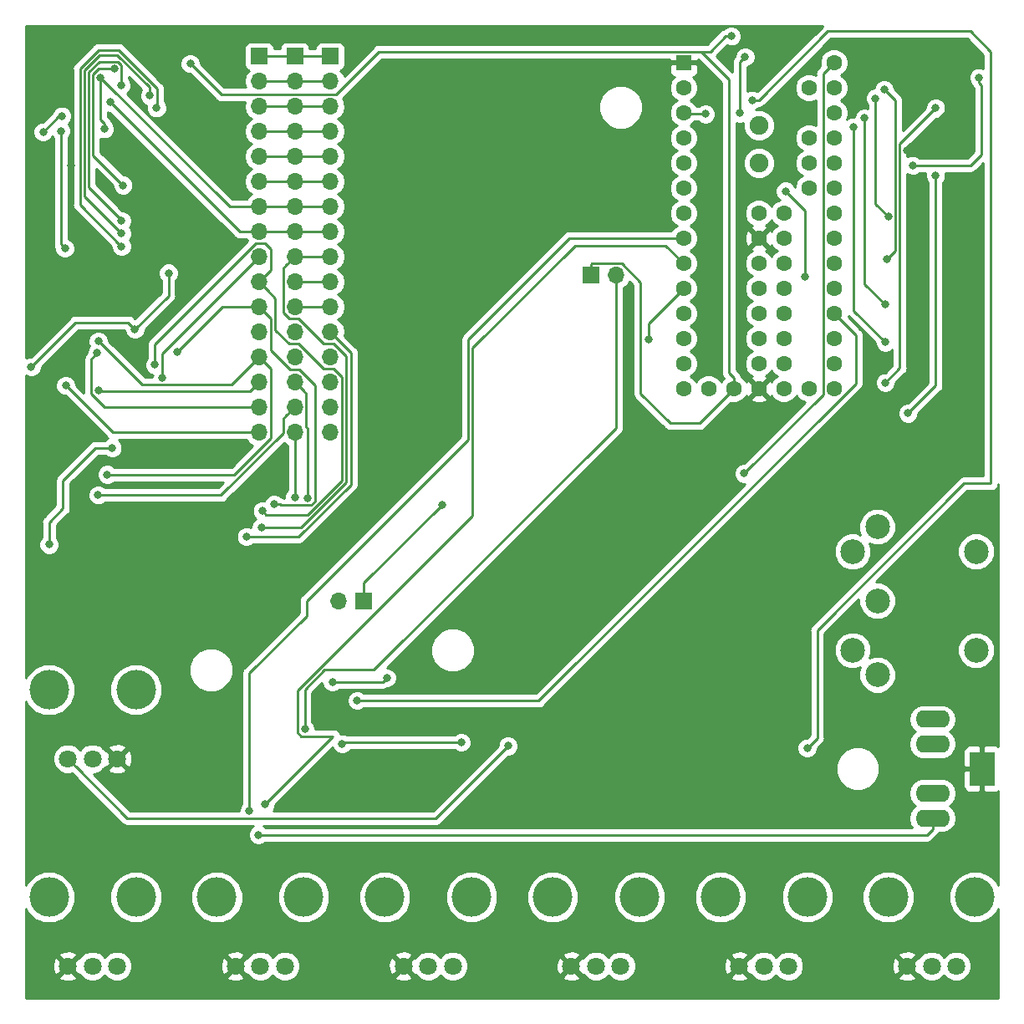
<source format=gbr>
G04 #@! TF.GenerationSoftware,KiCad,Pcbnew,(5.0.1)-3*
G04 #@! TF.CreationDate,2020-04-01T16:59:10+01:00*
G04 #@! TF.ProjectId,testsmt,74657374736D742E6B696361645F7063,rev?*
G04 #@! TF.SameCoordinates,Original*
G04 #@! TF.FileFunction,Copper,L2,Bot,Signal*
G04 #@! TF.FilePolarity,Positive*
%FSLAX46Y46*%
G04 Gerber Fmt 4.6, Leading zero omitted, Abs format (unit mm)*
G04 Created by KiCad (PCBNEW (5.0.1)-3) date 01/04/2020 16:59:10*
%MOMM*%
%LPD*%
G01*
G04 APERTURE LIST*
G04 #@! TA.AperFunction,WasherPad*
%ADD10C,4.000000*%
G04 #@! TD*
G04 #@! TA.AperFunction,ComponentPad*
%ADD11C,1.800000*%
G04 #@! TD*
G04 #@! TA.AperFunction,ComponentPad*
%ADD12O,1.700000X1.700000*%
G04 #@! TD*
G04 #@! TA.AperFunction,ComponentPad*
%ADD13R,1.700000X1.700000*%
G04 #@! TD*
G04 #@! TA.AperFunction,WasherPad*
%ADD14C,2.499360*%
G04 #@! TD*
G04 #@! TA.AperFunction,ComponentPad*
%ADD15C,2.499360*%
G04 #@! TD*
G04 #@! TA.AperFunction,ComponentPad*
%ADD16R,2.500000X3.500000*%
G04 #@! TD*
G04 #@! TA.AperFunction,ComponentPad*
%ADD17O,3.500000X1.750000*%
G04 #@! TD*
G04 #@! TA.AperFunction,ComponentPad*
%ADD18C,1.600000*%
G04 #@! TD*
G04 #@! TA.AperFunction,ComponentPad*
%ADD19R,1.600000X1.600000*%
G04 #@! TD*
G04 #@! TA.AperFunction,ComponentPad*
%ADD20C,1.900000*%
G04 #@! TD*
G04 #@! TA.AperFunction,ViaPad*
%ADD21C,0.800000*%
G04 #@! TD*
G04 #@! TA.AperFunction,Conductor*
%ADD22C,0.250000*%
G04 #@! TD*
G04 #@! TA.AperFunction,Conductor*
%ADD23C,0.254000*%
G04 #@! TD*
G04 APERTURE END LIST*
D10*
G04 #@! TO.P,RV1,*
G04 #@! TO.N,*
X56900000Y-114000000D03*
X48100000Y-114015000D03*
D11*
G04 #@! TO.P,RV1,1*
G04 #@! TO.N,+3V3*
X55000000Y-121000000D03*
G04 #@! TO.P,RV1,2*
G04 #@! TO.N,/KNOB_1*
X52500000Y-121000000D03*
G04 #@! TO.P,RV1,3*
G04 #@! TO.N,GND*
X50000000Y-121000000D03*
G04 #@! TD*
G04 #@! TO.P,RV7,3*
G04 #@! TO.N,/DAC_OUTPUT*
X50000000Y-100000000D03*
G04 #@! TO.P,RV7,2*
G04 #@! TO.N,Net-(C2-Pad1)*
X52500000Y-100000000D03*
G04 #@! TO.P,RV7,1*
G04 #@! TO.N,GND*
X55000000Y-100000000D03*
D10*
G04 #@! TO.P,RV7,*
G04 #@! TO.N,*
X48100000Y-93015000D03*
X56900000Y-93000000D03*
G04 #@! TD*
G04 #@! TO.P,RV6,*
G04 #@! TO.N,*
X141900000Y-114000000D03*
X133100000Y-114015000D03*
D11*
G04 #@! TO.P,RV6,1*
G04 #@! TO.N,+3V3*
X140000000Y-121000000D03*
G04 #@! TO.P,RV6,2*
G04 #@! TO.N,/KNOB_6*
X137500000Y-121000000D03*
G04 #@! TO.P,RV6,3*
G04 #@! TO.N,GND*
X135000000Y-121000000D03*
G04 #@! TD*
G04 #@! TO.P,RV4,3*
G04 #@! TO.N,GND*
X101000000Y-121000000D03*
G04 #@! TO.P,RV4,2*
G04 #@! TO.N,/KNOB_4*
X103500000Y-121000000D03*
G04 #@! TO.P,RV4,1*
G04 #@! TO.N,+3V3*
X106000000Y-121000000D03*
D10*
G04 #@! TO.P,RV4,*
G04 #@! TO.N,*
X99100000Y-114015000D03*
X107900000Y-114000000D03*
G04 #@! TD*
G04 #@! TO.P,RV3,*
G04 #@! TO.N,*
X90900000Y-114000000D03*
X82100000Y-114015000D03*
D11*
G04 #@! TO.P,RV3,1*
G04 #@! TO.N,+3V3*
X89000000Y-121000000D03*
G04 #@! TO.P,RV3,2*
G04 #@! TO.N,/KNOB_3*
X86500000Y-121000000D03*
G04 #@! TO.P,RV3,3*
G04 #@! TO.N,GND*
X84000000Y-121000000D03*
G04 #@! TD*
G04 #@! TO.P,RV2,3*
G04 #@! TO.N,GND*
X67000000Y-121000000D03*
G04 #@! TO.P,RV2,2*
G04 #@! TO.N,/KNOB_2*
X69500000Y-121000000D03*
G04 #@! TO.P,RV2,1*
G04 #@! TO.N,+3V3*
X72000000Y-121000000D03*
D10*
G04 #@! TO.P,RV2,*
G04 #@! TO.N,*
X65100000Y-114015000D03*
X73900000Y-114000000D03*
G04 #@! TD*
G04 #@! TO.P,RV5,*
G04 #@! TO.N,*
X124900000Y-114000000D03*
X116100000Y-114015000D03*
D11*
G04 #@! TO.P,RV5,1*
G04 #@! TO.N,+3V3*
X123000000Y-121000000D03*
G04 #@! TO.P,RV5,2*
G04 #@! TO.N,/KNOB_5*
X120500000Y-121000000D03*
G04 #@! TO.P,RV5,3*
G04 #@! TO.N,GND*
X118000000Y-121000000D03*
G04 #@! TD*
D12*
G04 #@! TO.P,R6,2*
G04 #@! TO.N,/FSR*
X105540000Y-51000000D03*
D13*
G04 #@! TO.P,R6,1*
G04 #@! TO.N,+3V3*
X103000000Y-51000000D03*
G04 #@! TD*
G04 #@! TO.P,R4,1*
G04 #@! TO.N,+3V3*
X80000000Y-84000000D03*
D12*
G04 #@! TO.P,R4,2*
G04 #@! TO.N,/LDR*
X77460000Y-84000000D03*
G04 #@! TD*
G04 #@! TO.P,J2,16*
G04 #@! TO.N,/CHANNEL_15*
X69385001Y-66945001D03*
G04 #@! TO.P,J2,15*
G04 #@! TO.N,/CHANNEL_14*
X69385001Y-64405001D03*
G04 #@! TO.P,J2,14*
G04 #@! TO.N,/CHANNEL_13*
X69385001Y-61865001D03*
G04 #@! TO.P,J2,13*
G04 #@! TO.N,/CHANNEL_12*
X69385001Y-59325001D03*
G04 #@! TO.P,J2,12*
G04 #@! TO.N,/CHANNEL_11*
X69385001Y-56785001D03*
G04 #@! TO.P,J2,11*
G04 #@! TO.N,/CHANNEL_10*
X69385001Y-54245001D03*
G04 #@! TO.P,J2,10*
G04 #@! TO.N,/CHANNEL_9*
X69385001Y-51705001D03*
G04 #@! TO.P,J2,9*
G04 #@! TO.N,/CHANNEL_8*
X69385001Y-49165001D03*
G04 #@! TO.P,J2,8*
G04 #@! TO.N,/CHANNEL_7*
X69385001Y-46625001D03*
G04 #@! TO.P,J2,7*
G04 #@! TO.N,/CHANNEL_6*
X69385001Y-44085001D03*
G04 #@! TO.P,J2,6*
G04 #@! TO.N,/CHANNEL_5*
X69385001Y-41545001D03*
G04 #@! TO.P,J2,5*
G04 #@! TO.N,/CHANNEL_4*
X69385001Y-39005001D03*
G04 #@! TO.P,J2,4*
G04 #@! TO.N,/CHANNEL_3*
X69385001Y-36465001D03*
G04 #@! TO.P,J2,3*
G04 #@! TO.N,/CHANNEL_2*
X69385001Y-33925001D03*
G04 #@! TO.P,J2,2*
G04 #@! TO.N,/CHANNEL_1*
X69385001Y-31385001D03*
D13*
G04 #@! TO.P,J2,1*
G04 #@! TO.N,/CHANNEL_0*
X69385001Y-28845001D03*
G04 #@! TD*
G04 #@! TO.P,J3,1*
G04 #@! TO.N,/CHANNEL_0*
X72985001Y-28845001D03*
D12*
G04 #@! TO.P,J3,2*
G04 #@! TO.N,/CHANNEL_1*
X72985001Y-31385001D03*
G04 #@! TO.P,J3,3*
G04 #@! TO.N,/CHANNEL_2*
X72985001Y-33925001D03*
G04 #@! TO.P,J3,4*
G04 #@! TO.N,/CHANNEL_3*
X72985001Y-36465001D03*
G04 #@! TO.P,J3,5*
G04 #@! TO.N,/CHANNEL_4*
X72985001Y-39005001D03*
G04 #@! TO.P,J3,6*
G04 #@! TO.N,/CHANNEL_5*
X72985001Y-41545001D03*
G04 #@! TO.P,J3,7*
G04 #@! TO.N,/CHANNEL_6*
X72985001Y-44085001D03*
G04 #@! TO.P,J3,8*
G04 #@! TO.N,/CHANNEL_7*
X72985001Y-46625001D03*
G04 #@! TO.P,J3,9*
G04 #@! TO.N,/CHANNEL_8*
X72985001Y-49165001D03*
G04 #@! TO.P,J3,10*
G04 #@! TO.N,/CHANNEL_9*
X72985001Y-51705001D03*
G04 #@! TO.P,J3,11*
G04 #@! TO.N,/CHANNEL_10*
X72985001Y-54245001D03*
G04 #@! TO.P,J3,12*
G04 #@! TO.N,/CHANNEL_11*
X72985001Y-56785001D03*
G04 #@! TO.P,J3,13*
G04 #@! TO.N,/CHANNEL_12*
X72985001Y-59325001D03*
G04 #@! TO.P,J3,14*
G04 #@! TO.N,/CHANNEL_13*
X72985001Y-61865001D03*
G04 #@! TO.P,J3,15*
G04 #@! TO.N,/CHANNEL_14*
X72985001Y-64405001D03*
G04 #@! TO.P,J3,16*
G04 #@! TO.N,/CHANNEL_15*
X72985001Y-66945001D03*
G04 #@! TD*
G04 #@! TO.P,J4,16*
G04 #@! TO.N,/CHANNEL_15*
X76585001Y-66945001D03*
G04 #@! TO.P,J4,15*
G04 #@! TO.N,/CHANNEL_14*
X76585001Y-64405001D03*
G04 #@! TO.P,J4,14*
G04 #@! TO.N,/CHANNEL_13*
X76585001Y-61865001D03*
G04 #@! TO.P,J4,13*
G04 #@! TO.N,/CHANNEL_12*
X76585001Y-59325001D03*
G04 #@! TO.P,J4,12*
G04 #@! TO.N,/CHANNEL_11*
X76585001Y-56785001D03*
G04 #@! TO.P,J4,11*
G04 #@! TO.N,/CHANNEL_10*
X76585001Y-54245001D03*
G04 #@! TO.P,J4,10*
G04 #@! TO.N,/CHANNEL_9*
X76585001Y-51705001D03*
G04 #@! TO.P,J4,9*
G04 #@! TO.N,/CHANNEL_8*
X76585001Y-49165001D03*
G04 #@! TO.P,J4,8*
G04 #@! TO.N,/CHANNEL_7*
X76585001Y-46625001D03*
G04 #@! TO.P,J4,7*
G04 #@! TO.N,/CHANNEL_6*
X76585001Y-44085001D03*
G04 #@! TO.P,J4,6*
G04 #@! TO.N,/CHANNEL_5*
X76585001Y-41545001D03*
G04 #@! TO.P,J4,5*
G04 #@! TO.N,/CHANNEL_4*
X76585001Y-39005001D03*
G04 #@! TO.P,J4,4*
G04 #@! TO.N,/CHANNEL_3*
X76585001Y-36465001D03*
G04 #@! TO.P,J4,3*
G04 #@! TO.N,/CHANNEL_2*
X76585001Y-33925001D03*
G04 #@! TO.P,J4,2*
G04 #@! TO.N,/CHANNEL_1*
X76585001Y-31385001D03*
D13*
G04 #@! TO.P,J4,1*
G04 #@! TO.N,/CHANNEL_0*
X76585001Y-28845001D03*
G04 #@! TD*
D14*
G04 #@! TO.P,J1,*
G04 #@! TO.N,*
X141997700Y-89001260D03*
X141997700Y-78998740D03*
D15*
G04 #@! TO.P,J1,5*
G04 #@! TO.N,Net-(D2-Pad2)*
X129500900Y-88996180D03*
G04 #@! TO.P,J1,1*
G04 #@! TO.N,Net-(J1-Pad1)*
X132002800Y-76501920D03*
G04 #@! TO.P,J1,2*
G04 #@! TO.N,Net-(J1-Pad2)*
X132000260Y-84000000D03*
G04 #@! TO.P,J1,4*
G04 #@! TO.N,Net-(J1-Pad4)*
X129500900Y-79003820D03*
G04 #@! TO.P,J1,3*
G04 #@! TO.N,Net-(J1-Pad3)*
X132002800Y-91498080D03*
G04 #@! TD*
D16*
G04 #@! TO.P,J5,S*
G04 #@! TO.N,GND*
X142596000Y-101000000D03*
D17*
G04 #@! TO.P,J5,TN*
G04 #@! TO.N,Net-(J5-PadTN)*
X137590000Y-98500000D03*
G04 #@! TO.P,J5,RN*
G04 #@! TO.N,Net-(J5-PadRN)*
X137590000Y-103500000D03*
G04 #@! TO.P,J5,T*
G04 #@! TO.N,Net-(C2-Pad2)*
X137590000Y-96000000D03*
G04 #@! TO.P,J5,R*
X137590000Y-106000000D03*
G04 #@! TD*
D18*
G04 #@! TO.P,U2,17*
G04 #@! TO.N,GND*
X120000000Y-62510000D03*
G04 #@! TO.P,U2,18*
G04 #@! TO.N,Net-(U2-Pad18)*
X122540000Y-62510000D03*
G04 #@! TO.P,U2,19*
G04 #@! TO.N,/DAC_OUTPUT*
X125080000Y-62510000D03*
G04 #@! TO.P,U2,20*
G04 #@! TO.N,Net-(U2-Pad20)*
X127620000Y-62510000D03*
G04 #@! TO.P,U2,16*
G04 #@! TO.N,+3V3*
X117460000Y-62510000D03*
G04 #@! TO.P,U2,15*
G04 #@! TO.N,Net-(U2-Pad15)*
X114920000Y-62510000D03*
G04 #@! TO.P,U2,14*
G04 #@! TO.N,/CONNECTION_SEND_A*
X112380000Y-62510000D03*
G04 #@! TO.P,U2,21*
G04 #@! TO.N,Net-(R1-Pad2)*
X127620000Y-59970000D03*
G04 #@! TO.P,U2,22*
G04 #@! TO.N,Net-(U2-Pad22)*
X127620000Y-57430000D03*
G04 #@! TO.P,U2,23*
G04 #@! TO.N,/KNOB_READ*
X127620000Y-54890000D03*
G04 #@! TO.P,U2,24*
G04 #@! TO.N,/CONNECTION_READ_A*
X127620000Y-52350000D03*
G04 #@! TO.P,U2,25*
G04 #@! TO.N,Net-(U2-Pad25)*
X127620000Y-49810000D03*
G04 #@! TO.P,U2,26*
G04 #@! TO.N,Net-(U2-Pad26)*
X127620000Y-47270000D03*
G04 #@! TO.P,U2,27*
G04 #@! TO.N,/SHIFT_REG_LATCH*
X127620000Y-44730000D03*
G04 #@! TO.P,U2,28*
G04 #@! TO.N,/SHIFT_REG_CLOCK*
X127620000Y-42190000D03*
G04 #@! TO.P,U2,29*
G04 #@! TO.N,Net-(U2-Pad29)*
X127620000Y-39650000D03*
G04 #@! TO.P,U2,30*
G04 #@! TO.N,Net-(U2-Pad30)*
X127620000Y-37110000D03*
G04 #@! TO.P,U2,31*
G04 #@! TO.N,Net-(U2-Pad31)*
X127620000Y-34570000D03*
G04 #@! TO.P,U2,32*
G04 #@! TO.N,Net-(U2-Pad32)*
X127620000Y-32030000D03*
G04 #@! TO.P,U2,33*
G04 #@! TO.N,+5V*
X127620000Y-29490000D03*
G04 #@! TO.P,U2,34*
G04 #@! TO.N,Net-(U2-Pad34)*
X125080000Y-32030000D03*
G04 #@! TO.P,U2,35*
G04 #@! TO.N,Net-(U2-Pad35)*
X125080000Y-37110000D03*
G04 #@! TO.P,U2,36*
G04 #@! TO.N,Net-(U2-Pad36)*
X125080000Y-39650000D03*
G04 #@! TO.P,U2,37*
G04 #@! TO.N,Net-(U2-Pad37)*
X125080000Y-42190000D03*
G04 #@! TO.P,U2,13*
G04 #@! TO.N,Net-(U2-Pad13)*
X112380000Y-59970000D03*
G04 #@! TO.P,U2,12*
G04 #@! TO.N,/CONNECTION_SEND_B*
X112380000Y-57430000D03*
G04 #@! TO.P,U2,11*
G04 #@! TO.N,Net-(U2-Pad11)*
X112380000Y-54890000D03*
G04 #@! TO.P,U2,10*
G04 #@! TO.N,/CONNECTION_READ_B*
X112380000Y-52350000D03*
G04 #@! TO.P,U2,9*
G04 #@! TO.N,/ADDRESS_READ_C*
X112380000Y-49810000D03*
G04 #@! TO.P,U2,8*
G04 #@! TO.N,/ADDRESS_READ_B*
X112380000Y-47270000D03*
G04 #@! TO.P,U2,7*
G04 #@! TO.N,/ADDRESS_READ_A*
X112380000Y-44730000D03*
G04 #@! TO.P,U2,6*
G04 #@! TO.N,/ADDRESS_SEND_C*
X112380000Y-42190000D03*
G04 #@! TO.P,U2,5*
G04 #@! TO.N,/ADDRESS_SEND_B*
X112380000Y-39650000D03*
G04 #@! TO.P,U2,4*
G04 #@! TO.N,/ADDRESS_SEND_A*
X112380000Y-37110000D03*
G04 #@! TO.P,U2,3*
G04 #@! TO.N,/SHIFT_REG_DATA*
X112380000Y-34570000D03*
G04 #@! TO.P,U2,2*
G04 #@! TO.N,/SERIAL_RX*
X112380000Y-32030000D03*
D19*
G04 #@! TO.P,U2,1*
G04 #@! TO.N,GND*
X112380000Y-29490000D03*
D18*
G04 #@! TO.P,U2,38*
G04 #@! TO.N,Net-(U2-Pad38)*
X120000000Y-44730000D03*
G04 #@! TO.P,U2,39*
G04 #@! TO.N,GND*
X120000000Y-47270000D03*
G04 #@! TO.P,U2,40*
G04 #@! TO.N,Net-(U2-Pad40)*
X120000000Y-49810000D03*
G04 #@! TO.P,U2,41*
G04 #@! TO.N,Net-(U2-Pad41)*
X120000000Y-52350000D03*
G04 #@! TO.P,U2,42*
G04 #@! TO.N,Net-(U2-Pad42)*
X120000000Y-54890000D03*
G04 #@! TO.P,U2,43*
G04 #@! TO.N,Net-(U2-Pad43)*
X120000000Y-57430000D03*
G04 #@! TO.P,U2,44*
G04 #@! TO.N,Net-(U2-Pad44)*
X120000000Y-59970000D03*
G04 #@! TO.P,U2,45*
G04 #@! TO.N,Net-(U2-Pad45)*
X122540000Y-59970000D03*
G04 #@! TO.P,U2,46*
G04 #@! TO.N,Net-(U2-Pad46)*
X122540000Y-57430000D03*
G04 #@! TO.P,U2,47*
G04 #@! TO.N,Net-(U2-Pad47)*
X122540000Y-54890000D03*
G04 #@! TO.P,U2,48*
G04 #@! TO.N,Net-(U2-Pad48)*
X122540000Y-52350000D03*
G04 #@! TO.P,U2,49*
G04 #@! TO.N,Net-(U2-Pad49)*
X122540000Y-49810000D03*
G04 #@! TO.P,U2,50*
G04 #@! TO.N,Net-(U2-Pad50)*
X122540000Y-47270000D03*
G04 #@! TO.P,U2,51*
G04 #@! TO.N,Net-(U2-Pad51)*
X122540000Y-44730000D03*
D20*
G04 #@! TO.P,U2,52*
G04 #@! TO.N,Net-(U2-Pad52)*
X120000000Y-39650000D03*
X120000000Y-35840000D03*
G04 #@! TD*
D21*
G04 #@! TO.N,GND*
X49200000Y-65100000D03*
X49000000Y-52600000D03*
X50300000Y-39900000D03*
X139100000Y-32284999D03*
X135000011Y-38400000D03*
X74100000Y-103100000D03*
G04 #@! TO.N,/DAC_OUTPUT*
X94600000Y-98700000D03*
G04 #@! TO.N,+3V3*
X46300000Y-60300000D03*
X56800000Y-56500000D03*
X60200000Y-50800000D03*
X62400000Y-29600000D03*
X117200000Y-26800000D03*
X87900000Y-74300000D03*
G04 #@! TO.N,/KNOB_READ*
X79300000Y-94100000D03*
G04 #@! TO.N,+5V*
X118500000Y-71100000D03*
G04 #@! TO.N,/CONNECTION_READ_B*
X108800000Y-57500000D03*
G04 #@! TO.N,/ADDRESS_READ_C*
X70000000Y-104600000D03*
G04 #@! TO.N,/ADDRESS_READ_B*
X68400000Y-105300000D03*
G04 #@! TO.N,/ADDRESS_READ_A*
X48100000Y-78300000D03*
X54500000Y-68500000D03*
G04 #@! TO.N,/ADDRESS_SEND_C*
X122700000Y-42500000D03*
X124700000Y-51200000D03*
G04 #@! TO.N,/SHIFT_REG_DATA*
X118600000Y-28900000D03*
X118100000Y-34600000D03*
X114600000Y-34700000D03*
G04 #@! TO.N,/SERIAL_RX*
X119300000Y-33300000D03*
X124900000Y-98900000D03*
G04 #@! TO.N,Net-(C2-Pad2)*
X69300000Y-107700000D03*
G04 #@! TO.N,Net-(R13-Pad2)*
X137900000Y-34100000D03*
X132800000Y-61900000D03*
G04 #@! TO.N,/FSR*
X74000000Y-97000000D03*
G04 #@! TO.N,Net-(R8-Pad2)*
X142300000Y-31000000D03*
X135600000Y-39900000D03*
G04 #@! TO.N,Net-(R9-Pad2)*
X131800000Y-33100000D03*
X133100000Y-45100000D03*
G04 #@! TO.N,Net-(R10-Pad2)*
X132700000Y-32200000D03*
X133000000Y-49400000D03*
G04 #@! TO.N,Net-(R11-Pad2)*
X130700000Y-35100000D03*
X132800000Y-54000000D03*
G04 #@! TO.N,Net-(R12-Pad2)*
X129600000Y-36000000D03*
X132800000Y-57800000D03*
G04 #@! TO.N,Net-(R14-Pad2)*
X137900000Y-40900000D03*
X135100000Y-65000000D03*
G04 #@! TO.N,/KNOB_5*
X82300000Y-91800000D03*
X76800000Y-92200000D03*
G04 #@! TO.N,/KNOB_6*
X89862653Y-98337347D03*
X77800000Y-98500000D03*
G04 #@! TO.N,/CHANNEL_10*
X61100000Y-58800000D03*
X70900000Y-74200000D03*
G04 #@! TO.N,/CHANNEL_9*
X58800000Y-60100000D03*
X69700000Y-74900000D03*
G04 #@! TO.N,/CHANNEL_8*
X59600000Y-61400000D03*
X69600000Y-76600000D03*
G04 #@! TO.N,/CHANNEL_11*
X68100000Y-77500000D03*
G04 #@! TO.N,/CHANNEL_13*
X53099960Y-62700000D03*
X74300000Y-73600000D03*
G04 #@! TO.N,/CHANNEL_15*
X49800000Y-62200000D03*
X73000000Y-73500000D03*
G04 #@! TO.N,/CHANNEL_14*
X53000000Y-58900000D03*
X53084847Y-73284847D03*
G04 #@! TO.N,/CHANNEL_12*
X53099960Y-57700000D03*
X54000000Y-71200000D03*
G04 #@! TO.N,/CHANNEL_6*
X53300000Y-31000000D03*
X53700000Y-36200000D03*
G04 #@! TO.N,/CHANNEL_7*
X54300000Y-33500000D03*
X47500000Y-36500000D03*
X49400000Y-34900000D03*
G04 #@! TO.N,/CHANNEL_5*
X49700000Y-48300000D03*
X49300000Y-36400000D03*
G04 #@! TO.N,/CHANNEL_3*
X55449980Y-48100000D03*
X59000000Y-34090000D03*
G04 #@! TO.N,/CHANNEL_0*
X55449980Y-46800000D03*
X58300000Y-32820000D03*
G04 #@! TO.N,/CHANNEL_1*
X55449980Y-45500000D03*
X55400000Y-31800000D03*
G04 #@! TO.N,/CHANNEL_2*
X55600000Y-41900000D03*
X54700000Y-30100000D03*
G04 #@! TD*
D22*
G04 #@! TO.N,GND*
X139100000Y-32284999D02*
X139100000Y-34300011D01*
X139100000Y-34300011D02*
X135000011Y-38400000D01*
G04 #@! TO.N,/DAC_OUTPUT*
X50899999Y-100899999D02*
X50000000Y-100000000D01*
X56025001Y-106025001D02*
X50899999Y-100899999D01*
X87274999Y-106025001D02*
X56025001Y-106025001D01*
X94600000Y-98700000D02*
X87274999Y-106025001D01*
G04 #@! TO.N,+3V3*
X46300000Y-60300000D02*
X50800000Y-55800000D01*
X50800000Y-55800000D02*
X56100000Y-55800000D01*
X56100000Y-55800000D02*
X56800000Y-56500000D01*
X60200000Y-53100000D02*
X56800000Y-56500000D01*
X60200000Y-50800000D02*
X60200000Y-53100000D01*
X65550000Y-32750000D02*
X77149002Y-32750000D01*
X62400000Y-29600000D02*
X65550000Y-32750000D01*
X106104001Y-49824999D02*
X108000000Y-51720998D01*
X103075001Y-49824999D02*
X106104001Y-49824999D01*
X103000000Y-51000000D02*
X103000000Y-49900000D01*
X103000000Y-49900000D02*
X103075001Y-49824999D01*
X108000000Y-51720998D02*
X108000000Y-63000000D01*
X108000000Y-63000000D02*
X111000000Y-66000000D01*
X113970000Y-66000000D02*
X117460000Y-62510000D01*
X111000000Y-66000000D02*
X113970000Y-66000000D01*
X117460000Y-61378630D02*
X117000000Y-60918630D01*
X117460000Y-62510000D02*
X117460000Y-61378630D01*
X117000000Y-60918630D02*
X117000000Y-31200000D01*
X81534003Y-28364999D02*
X77149002Y-32750000D01*
X114164999Y-28364999D02*
X81534003Y-28364999D01*
X117000000Y-31200000D02*
X114164999Y-28364999D01*
X115069316Y-28364999D02*
X114164999Y-28364999D01*
X116634315Y-26800000D02*
X115069316Y-28364999D01*
X117200000Y-26800000D02*
X116634315Y-26800000D01*
X80000000Y-84000000D02*
X80000000Y-82200000D01*
X80000000Y-82200000D02*
X87900000Y-74300000D01*
G04 #@! TO.N,/KNOB_READ*
X97695002Y-94100000D02*
X129800000Y-61995002D01*
X79300000Y-94100000D02*
X97695002Y-94100000D01*
X129800000Y-57070000D02*
X127620000Y-54890000D01*
X129800000Y-61995002D02*
X129800000Y-57070000D01*
G04 #@! TO.N,+5V*
X126494999Y-63105001D02*
X118500000Y-71100000D01*
X127620000Y-29490000D02*
X126494999Y-30615001D01*
X126494999Y-30615001D02*
X126494999Y-63105001D01*
G04 #@! TO.N,/CONNECTION_READ_B*
X112380000Y-52350000D02*
X108800000Y-55930000D01*
X108800000Y-55930000D02*
X108800000Y-57500000D01*
G04 #@! TO.N,/ADDRESS_READ_C*
X73274999Y-93088591D02*
X91000000Y-75363590D01*
X73274999Y-97348001D02*
X73274999Y-93088591D01*
X73651999Y-97725001D02*
X73274999Y-97348001D01*
X70000000Y-104600000D02*
X76874999Y-97725001D01*
X76874999Y-97725001D02*
X73651999Y-97725001D01*
X91000000Y-75363590D02*
X91000000Y-58400000D01*
X91000000Y-58400000D02*
X101400000Y-48000000D01*
X110570000Y-48000000D02*
X112380000Y-49810000D01*
X101400000Y-48000000D02*
X110570000Y-48000000D01*
G04 #@! TO.N,/ADDRESS_READ_B*
X68400000Y-91320998D02*
X74200000Y-85520998D01*
X68400000Y-105300000D02*
X68400000Y-91320998D01*
X74200000Y-85520998D02*
X74200000Y-84000000D01*
X90549990Y-67650010D02*
X90549990Y-57550010D01*
X74200000Y-84000000D02*
X90549990Y-67650010D01*
X100830000Y-47270000D02*
X112380000Y-47270000D01*
X90549990Y-57550010D02*
X100830000Y-47270000D01*
G04 #@! TO.N,/ADDRESS_READ_A*
X48100000Y-76026998D02*
X49500000Y-74626998D01*
X48100000Y-78300000D02*
X48100000Y-76026998D01*
X49500000Y-74626998D02*
X49500000Y-71800000D01*
X49500000Y-71800000D02*
X52800000Y-68500000D01*
X52800000Y-68500000D02*
X54500000Y-68500000D01*
G04 #@! TO.N,/ADDRESS_SEND_C*
X122700000Y-42500000D02*
X124700000Y-44500000D01*
X124700000Y-44500000D02*
X124700000Y-51200000D01*
G04 #@! TO.N,/SHIFT_REG_DATA*
X118600000Y-28900000D02*
X118100000Y-29400000D01*
X118100000Y-29400000D02*
X118100000Y-34600000D01*
X112510000Y-34700000D02*
X112380000Y-34570000D01*
X114600000Y-34700000D02*
X112510000Y-34700000D01*
G04 #@! TO.N,/SERIAL_RX*
X119300000Y-33300000D02*
X120000000Y-33300000D01*
X120000000Y-33300000D02*
X127000000Y-26300000D01*
X127000000Y-26300000D02*
X141400000Y-26300000D01*
X141400000Y-26300000D02*
X143500000Y-28400000D01*
X143500000Y-28400000D02*
X143500000Y-72100000D01*
X140800000Y-72100000D02*
X125900000Y-87000000D01*
X143500000Y-72100000D02*
X140800000Y-72100000D01*
X125900000Y-87000000D02*
X125900000Y-97900000D01*
X125900000Y-97900000D02*
X124900000Y-98900000D01*
G04 #@! TO.N,Net-(C2-Pad2)*
X137590000Y-107125000D02*
X137590000Y-106000000D01*
X137015000Y-107700000D02*
X137590000Y-107125000D01*
X69300000Y-107700000D02*
X137015000Y-107700000D01*
G04 #@! TO.N,Net-(R13-Pad2)*
X134275011Y-60424989D02*
X132800000Y-61900000D01*
X137900000Y-34100000D02*
X134275011Y-37724989D01*
X134275011Y-37724989D02*
X134275011Y-60424989D01*
G04 #@! TO.N,/FSR*
X105540000Y-51000000D02*
X105540000Y-66460000D01*
X105540000Y-66460000D02*
X81000000Y-91000000D01*
X81000000Y-91000000D02*
X76000000Y-91000000D01*
X76000000Y-91000000D02*
X74000000Y-93000000D01*
X74000000Y-93000000D02*
X74000000Y-97000000D01*
G04 #@! TO.N,Net-(R8-Pad2)*
X142300000Y-31565685D02*
X142500000Y-31765685D01*
X142300000Y-31000000D02*
X142300000Y-31565685D01*
X142500000Y-31765685D02*
X142500000Y-38800000D01*
X142500000Y-38800000D02*
X141400000Y-39900000D01*
X141400000Y-39900000D02*
X135600000Y-39900000D01*
G04 #@! TO.N,Net-(R9-Pad2)*
X131800000Y-33100000D02*
X131800000Y-43800000D01*
X131800000Y-43800000D02*
X133100000Y-45100000D01*
G04 #@! TO.N,Net-(R10-Pad2)*
X133825001Y-48574999D02*
X133000000Y-49400000D01*
X132700000Y-32200000D02*
X133825001Y-33325001D01*
X133825001Y-33325001D02*
X133825001Y-48574999D01*
G04 #@! TO.N,Net-(R11-Pad2)*
X130700000Y-35100000D02*
X130700000Y-51900000D01*
X130700000Y-51900000D02*
X132800000Y-54000000D01*
G04 #@! TO.N,Net-(R12-Pad2)*
X129600000Y-36000000D02*
X129600000Y-54600000D01*
X129600000Y-54600000D02*
X132800000Y-57800000D01*
G04 #@! TO.N,Net-(R14-Pad2)*
X137900000Y-40900000D02*
X137900000Y-62200000D01*
X137900000Y-62200000D02*
X135100000Y-65000000D01*
G04 #@! TO.N,/KNOB_5*
X82300000Y-91800000D02*
X81900000Y-92200000D01*
X81900000Y-92200000D02*
X76800000Y-92200000D01*
G04 #@! TO.N,/KNOB_6*
X89862653Y-98337347D02*
X77962653Y-98337347D01*
X77962653Y-98337347D02*
X77800000Y-98500000D01*
G04 #@! TO.N,/CHANNEL_10*
X69385001Y-54245001D02*
X65654999Y-54245001D01*
X65654999Y-54245001D02*
X61100000Y-58800000D01*
X70235000Y-55095000D02*
X69385001Y-54245001D01*
X70560002Y-55420002D02*
X70235000Y-55095000D01*
X70560002Y-58639004D02*
X70560002Y-55420002D01*
X72520998Y-60600000D02*
X70560002Y-58639004D01*
X73459002Y-60600000D02*
X72520998Y-60600000D01*
X75025001Y-73948001D02*
X75025001Y-62165999D01*
X75025001Y-62165999D02*
X73459002Y-60600000D01*
X74648001Y-74325001D02*
X75025001Y-73948001D01*
X71465685Y-74200000D02*
X71590686Y-74325001D01*
X71590686Y-74325001D02*
X74648001Y-74325001D01*
X70900000Y-74200000D02*
X71465685Y-74200000D01*
X74187082Y-54245001D02*
X76585001Y-54245001D01*
X72985001Y-54245001D02*
X74187082Y-54245001D01*
G04 #@! TO.N,/CHANNEL_9*
X70560002Y-50530000D02*
X70560002Y-48411002D01*
X69385001Y-51705001D02*
X70560002Y-50530000D01*
X70560002Y-48411002D02*
X69949002Y-47800002D01*
X69949002Y-47800002D02*
X69010998Y-47800002D01*
X69010998Y-47800002D02*
X58800000Y-58011000D01*
X58800000Y-58011000D02*
X58800000Y-60100000D01*
X71010012Y-56549014D02*
X71010012Y-53330012D01*
X72421000Y-57960002D02*
X71010012Y-56549014D01*
X73359004Y-57960002D02*
X72421000Y-57960002D01*
X71010012Y-53330012D02*
X70235000Y-52555000D01*
X75899004Y-60500002D02*
X73359004Y-57960002D01*
X70235000Y-52555000D02*
X69385001Y-51705001D01*
X76959004Y-60500002D02*
X75899004Y-60500002D01*
X77760002Y-61301000D02*
X76959004Y-60500002D01*
X77760002Y-71849410D02*
X77760002Y-61301000D01*
X74309413Y-75299999D02*
X77760002Y-71849410D01*
X70099999Y-75299999D02*
X74309413Y-75299999D01*
X69700000Y-74900000D02*
X70099999Y-75299999D01*
X72985001Y-51705001D02*
X76585001Y-51705001D01*
G04 #@! TO.N,/CHANNEL_8*
X69385001Y-49165001D02*
X59600000Y-58950002D01*
X59600000Y-58950002D02*
X59600000Y-61400000D01*
X72135002Y-50015000D02*
X72985001Y-49165001D01*
X71810000Y-50340002D02*
X72135002Y-50015000D01*
X71810000Y-54809002D02*
X71810000Y-50340002D01*
X72421000Y-55420002D02*
X71810000Y-54809002D01*
X73359004Y-55420002D02*
X72421000Y-55420002D01*
X75899004Y-57960002D02*
X73359004Y-55420002D01*
X76959004Y-57960002D02*
X75899004Y-57960002D01*
X78210012Y-59211010D02*
X76959004Y-57960002D01*
X78210012Y-72035810D02*
X78210012Y-59211010D01*
X73645822Y-76600000D02*
X78210012Y-72035810D01*
X69600000Y-76600000D02*
X73645822Y-76600000D01*
X74187082Y-49165001D02*
X76585001Y-49165001D01*
X72985001Y-49165001D02*
X74187082Y-49165001D01*
G04 #@! TO.N,/CHANNEL_11*
X77435000Y-57635000D02*
X76585001Y-56785001D01*
X78660022Y-58860022D02*
X77435000Y-57635000D01*
X78660022Y-72222210D02*
X78660022Y-58860022D01*
X73382232Y-77500000D02*
X78660022Y-72222210D01*
X68100000Y-77500000D02*
X73382232Y-77500000D01*
G04 #@! TO.N,/CHANNEL_13*
X53199960Y-62800000D02*
X53099960Y-62700000D01*
X69385001Y-61865001D02*
X68450002Y-62800000D01*
X68450002Y-62800000D02*
X53199960Y-62800000D01*
X73835000Y-62715000D02*
X72985001Y-61865001D01*
X74160002Y-63040002D02*
X73835000Y-62715000D01*
X74160002Y-66381000D02*
X74160002Y-63040002D01*
X74300000Y-66520998D02*
X74160002Y-66381000D01*
X74300000Y-73600000D02*
X74300000Y-66520998D01*
G04 #@! TO.N,/CHANNEL_15*
X69385001Y-66945001D02*
X54545001Y-66945001D01*
X54545001Y-66945001D02*
X49800000Y-62200000D01*
X73000000Y-66960000D02*
X72985001Y-66945001D01*
X73000000Y-73500000D02*
X73000000Y-66960000D01*
G04 #@! TO.N,/CHANNEL_14*
X52374959Y-59525041D02*
X53000000Y-58900000D01*
X52374959Y-63048001D02*
X52374959Y-59525041D01*
X69385001Y-64405001D02*
X53731959Y-64405001D01*
X53731959Y-64405001D02*
X52374959Y-63048001D01*
X72135002Y-65255000D02*
X72985001Y-64405001D01*
X71810000Y-65580002D02*
X72135002Y-65255000D01*
X71810000Y-66990000D02*
X71810000Y-65580002D01*
X65515153Y-73284847D02*
X71810000Y-66990000D01*
X53084847Y-73284847D02*
X65515153Y-73284847D01*
G04 #@! TO.N,/CHANNEL_12*
X57524961Y-62125001D02*
X53099960Y-57700000D01*
X69385001Y-59325001D02*
X66585001Y-62125001D01*
X66585001Y-62125001D02*
X57524961Y-62125001D01*
X70235000Y-60175000D02*
X69385001Y-59325001D01*
X70560002Y-60500002D02*
X70235000Y-60175000D01*
X70560002Y-67509002D02*
X70560002Y-60500002D01*
X66869004Y-71200000D02*
X70560002Y-67509002D01*
X54000000Y-71200000D02*
X66869004Y-71200000D01*
G04 #@! TO.N,/CHANNEL_4*
X69385001Y-39005001D02*
X72985001Y-39005001D01*
X74187082Y-39005001D02*
X76585001Y-39005001D01*
X72985001Y-39005001D02*
X74187082Y-39005001D01*
G04 #@! TO.N,/CHANNEL_6*
X70587082Y-44085001D02*
X72985001Y-44085001D01*
X69385001Y-44085001D02*
X70587082Y-44085001D01*
X69385001Y-44085001D02*
X66385001Y-44085001D01*
X66385001Y-44085001D02*
X53300000Y-31000000D01*
X53300000Y-31565685D02*
X53300000Y-31000000D01*
X53300000Y-35234315D02*
X53300000Y-31565685D01*
X53700000Y-35634315D02*
X53300000Y-35234315D01*
X53700000Y-36200000D02*
X53700000Y-35634315D01*
X74187082Y-44085001D02*
X76585001Y-44085001D01*
X72985001Y-44085001D02*
X74187082Y-44085001D01*
G04 #@! TO.N,/CHANNEL_7*
X69385001Y-46625001D02*
X72985001Y-46625001D01*
X69385001Y-46625001D02*
X67425001Y-46625001D01*
X67425001Y-46625001D02*
X54300000Y-33500000D01*
X47500000Y-36500000D02*
X49100000Y-34900000D01*
X49100000Y-34900000D02*
X49400000Y-34900000D01*
X74187082Y-46625001D02*
X76585001Y-46625001D01*
X72985001Y-46625001D02*
X74187082Y-46625001D01*
G04 #@! TO.N,/CHANNEL_5*
X69385001Y-41545001D02*
X72985001Y-41545001D01*
X49700000Y-48300000D02*
X49300000Y-47900000D01*
X49300000Y-47900000D02*
X49300000Y-36400000D01*
X72985001Y-41545001D02*
X76585001Y-41545001D01*
G04 #@! TO.N,/CHANNEL_3*
X70587082Y-36465001D02*
X72985001Y-36465001D01*
X69385001Y-36465001D02*
X70587082Y-36465001D01*
X51224972Y-30092796D02*
X53117768Y-28200000D01*
X55449980Y-48100000D02*
X51224971Y-43874991D01*
X51224971Y-43874991D02*
X51224972Y-30092796D01*
X59025001Y-34064999D02*
X59000000Y-34090000D01*
X59025001Y-32079179D02*
X59025001Y-34064999D01*
X53117768Y-28200000D02*
X55145822Y-28200000D01*
X55145822Y-28200000D02*
X59025001Y-32079179D01*
X72985001Y-36465001D02*
X76585001Y-36465001D01*
G04 #@! TO.N,/CHANNEL_0*
X69385001Y-28845001D02*
X72985001Y-28845001D01*
X51674981Y-30279197D02*
X53254178Y-28700000D01*
X55449980Y-46800000D02*
X51674981Y-43025001D01*
X51674981Y-43025001D02*
X51674981Y-30279197D01*
X58300000Y-31990588D02*
X58300000Y-32820000D01*
X53254178Y-28700000D02*
X55009412Y-28700000D01*
X55009412Y-28700000D02*
X58300000Y-31990588D01*
X74085001Y-28845001D02*
X76585001Y-28845001D01*
X72985001Y-28845001D02*
X74085001Y-28845001D01*
G04 #@! TO.N,/CHANNEL_1*
X70587082Y-31385001D02*
X72985001Y-31385001D01*
X69385001Y-31385001D02*
X70587082Y-31385001D01*
X55425001Y-31774999D02*
X55400000Y-31800000D01*
X52124990Y-42124990D02*
X52124990Y-30465598D01*
X55400000Y-45400000D02*
X52124990Y-42124990D01*
X52124990Y-30465598D02*
X53215589Y-29374999D01*
X53215589Y-29374999D02*
X55048001Y-29374999D01*
X55048001Y-29374999D02*
X55425001Y-29751999D01*
X55425001Y-29751999D02*
X55425001Y-31774999D01*
X74187082Y-31385001D02*
X76585001Y-31385001D01*
X72985001Y-31385001D02*
X74187082Y-31385001D01*
G04 #@! TO.N,/CHANNEL_2*
X70587082Y-33925001D02*
X72985001Y-33925001D01*
X69385001Y-33925001D02*
X70587082Y-33925001D01*
X53126998Y-30100000D02*
X54700000Y-30100000D01*
X52574999Y-30651999D02*
X53126998Y-30100000D01*
X55600000Y-41900000D02*
X52574999Y-38874999D01*
X52574999Y-38874999D02*
X52574999Y-30651999D01*
X74187082Y-33925001D02*
X76585001Y-33925001D01*
X72985001Y-33925001D02*
X74187082Y-33925001D01*
G04 #@! TD*
D23*
G04 #@! TO.N,GND*
G36*
X126452071Y-25752071D02*
X126409671Y-25815527D01*
X119827130Y-32398069D01*
X119505874Y-32265000D01*
X119094126Y-32265000D01*
X118860000Y-32361978D01*
X118860000Y-29912580D01*
X119186280Y-29777431D01*
X119477431Y-29486280D01*
X119635000Y-29105874D01*
X119635000Y-28694126D01*
X119477431Y-28313720D01*
X119186280Y-28022569D01*
X118805874Y-27865000D01*
X118394126Y-27865000D01*
X118013720Y-28022569D01*
X117722569Y-28313720D01*
X117565000Y-28694126D01*
X117565000Y-28843432D01*
X117552071Y-28852071D01*
X117384096Y-29103464D01*
X117340000Y-29325149D01*
X117340000Y-29325153D01*
X117325112Y-29400000D01*
X117340000Y-29474847D01*
X117340000Y-30465198D01*
X115691959Y-28817157D01*
X116767845Y-27741272D01*
X116994126Y-27835000D01*
X117405874Y-27835000D01*
X117786280Y-27677431D01*
X118077431Y-27386280D01*
X118235000Y-27005874D01*
X118235000Y-26594126D01*
X118077431Y-26213720D01*
X117786280Y-25922569D01*
X117405874Y-25765000D01*
X116994126Y-25765000D01*
X116613720Y-25922569D01*
X116480603Y-26055686D01*
X116385920Y-26074520D01*
X116337777Y-26084096D01*
X116150733Y-26209076D01*
X116086386Y-26252071D01*
X116043986Y-26315527D01*
X114754515Y-27604999D01*
X114239846Y-27604999D01*
X114164999Y-27590111D01*
X114090152Y-27604999D01*
X81608850Y-27604999D01*
X81534003Y-27590111D01*
X81459156Y-27604999D01*
X81459151Y-27604999D01*
X81237466Y-27649095D01*
X80986074Y-27817070D01*
X80943674Y-27880526D01*
X77989610Y-30834591D01*
X77983840Y-30805583D01*
X77655626Y-30314376D01*
X77637382Y-30302185D01*
X77682766Y-30293158D01*
X77892810Y-30152810D01*
X78033158Y-29942766D01*
X78082441Y-29695001D01*
X78082441Y-27995001D01*
X78033158Y-27747236D01*
X77892810Y-27537192D01*
X77682766Y-27396844D01*
X77435001Y-27347561D01*
X75735001Y-27347561D01*
X75487236Y-27396844D01*
X75277192Y-27537192D01*
X75136844Y-27747236D01*
X75087561Y-27995001D01*
X75087561Y-28085001D01*
X74482441Y-28085001D01*
X74482441Y-27995001D01*
X74433158Y-27747236D01*
X74292810Y-27537192D01*
X74082766Y-27396844D01*
X73835001Y-27347561D01*
X72135001Y-27347561D01*
X71887236Y-27396844D01*
X71677192Y-27537192D01*
X71536844Y-27747236D01*
X71487561Y-27995001D01*
X71487561Y-28085001D01*
X70882441Y-28085001D01*
X70882441Y-27995001D01*
X70833158Y-27747236D01*
X70692810Y-27537192D01*
X70482766Y-27396844D01*
X70235001Y-27347561D01*
X68535001Y-27347561D01*
X68287236Y-27396844D01*
X68077192Y-27537192D01*
X67936844Y-27747236D01*
X67887561Y-27995001D01*
X67887561Y-29695001D01*
X67936844Y-29942766D01*
X68077192Y-30152810D01*
X68287236Y-30293158D01*
X68332620Y-30302185D01*
X68314376Y-30314376D01*
X67986162Y-30805583D01*
X67870909Y-31385001D01*
X67986162Y-31964419D01*
X68003255Y-31990000D01*
X65864802Y-31990000D01*
X63435000Y-29560199D01*
X63435000Y-29394126D01*
X63277431Y-29013720D01*
X62986280Y-28722569D01*
X62605874Y-28565000D01*
X62194126Y-28565000D01*
X61813720Y-28722569D01*
X61522569Y-29013720D01*
X61365000Y-29394126D01*
X61365000Y-29805874D01*
X61522569Y-30186280D01*
X61813720Y-30477431D01*
X62194126Y-30635000D01*
X62360199Y-30635000D01*
X64959671Y-33234473D01*
X65002071Y-33297929D01*
X65065527Y-33340329D01*
X65253462Y-33465904D01*
X65301605Y-33475480D01*
X65475148Y-33510000D01*
X65475152Y-33510000D01*
X65550000Y-33524888D01*
X65624848Y-33510000D01*
X67953458Y-33510000D01*
X67870909Y-33925001D01*
X67986162Y-34504419D01*
X68314376Y-34995626D01*
X68612762Y-35195001D01*
X68314376Y-35394376D01*
X67986162Y-35885583D01*
X67870909Y-36465001D01*
X67986162Y-37044419D01*
X68314376Y-37535626D01*
X68612762Y-37735001D01*
X68314376Y-37934376D01*
X67986162Y-38425583D01*
X67870909Y-39005001D01*
X67986162Y-39584419D01*
X68314376Y-40075626D01*
X68612762Y-40275001D01*
X68314376Y-40474376D01*
X67986162Y-40965583D01*
X67870909Y-41545001D01*
X67986162Y-42124419D01*
X68314376Y-42615626D01*
X68612762Y-42815001D01*
X68314376Y-43014376D01*
X68106823Y-43325001D01*
X66699803Y-43325001D01*
X56019256Y-32644455D01*
X56277431Y-32386280D01*
X56435000Y-32005874D01*
X56435000Y-31594126D01*
X56277431Y-31213720D01*
X56185001Y-31121290D01*
X56185001Y-30950391D01*
X57445450Y-32210839D01*
X57422569Y-32233720D01*
X57265000Y-32614126D01*
X57265000Y-33025874D01*
X57422569Y-33406280D01*
X57713720Y-33697431D01*
X57994208Y-33813613D01*
X57965000Y-33884126D01*
X57965000Y-34295874D01*
X58122569Y-34676280D01*
X58413720Y-34967431D01*
X58794126Y-35125000D01*
X59205874Y-35125000D01*
X59586280Y-34967431D01*
X59877431Y-34676280D01*
X60035000Y-34295874D01*
X60035000Y-33884126D01*
X59877431Y-33503720D01*
X59785001Y-33411290D01*
X59785001Y-32154027D01*
X59799889Y-32079179D01*
X59785001Y-32004331D01*
X59785001Y-32004327D01*
X59740905Y-31782642D01*
X59572930Y-31531250D01*
X59509474Y-31488850D01*
X55736153Y-27715530D01*
X55693751Y-27652071D01*
X55442359Y-27484096D01*
X55220674Y-27440000D01*
X55220669Y-27440000D01*
X55145822Y-27425112D01*
X55070975Y-27440000D01*
X53192616Y-27440000D01*
X53117768Y-27425112D01*
X53042920Y-27440000D01*
X53042916Y-27440000D01*
X52869373Y-27474520D01*
X52821230Y-27484096D01*
X52640287Y-27604999D01*
X52569839Y-27652071D01*
X52527439Y-27715527D01*
X50740500Y-29502467D01*
X50677044Y-29544867D01*
X50634644Y-29608323D01*
X50634643Y-29608324D01*
X50509069Y-29796259D01*
X50450084Y-30092796D01*
X50464973Y-30167648D01*
X50464971Y-43800144D01*
X50450083Y-43874991D01*
X50464971Y-43949838D01*
X50464971Y-43949842D01*
X50509067Y-44171527D01*
X50677042Y-44422919D01*
X50740498Y-44465319D01*
X54414980Y-48139802D01*
X54414980Y-48305874D01*
X54572549Y-48686280D01*
X54863700Y-48977431D01*
X55244106Y-49135000D01*
X55655854Y-49135000D01*
X56036260Y-48977431D01*
X56327411Y-48686280D01*
X56484980Y-48305874D01*
X56484980Y-47894126D01*
X56327411Y-47513720D01*
X56263691Y-47450000D01*
X56327411Y-47386280D01*
X56484980Y-47005874D01*
X56484980Y-46594126D01*
X56327411Y-46213720D01*
X56263691Y-46150000D01*
X56327411Y-46086280D01*
X56484980Y-45705874D01*
X56484980Y-45294126D01*
X56327411Y-44913720D01*
X56036260Y-44622569D01*
X55655854Y-44465000D01*
X55539802Y-44465000D01*
X52884990Y-41810189D01*
X52884990Y-40259792D01*
X54565000Y-41939803D01*
X54565000Y-42105874D01*
X54722569Y-42486280D01*
X55013720Y-42777431D01*
X55394126Y-42935000D01*
X55805874Y-42935000D01*
X56186280Y-42777431D01*
X56477431Y-42486280D01*
X56635000Y-42105874D01*
X56635000Y-41694126D01*
X56477431Y-41313720D01*
X56186280Y-41022569D01*
X55805874Y-40865000D01*
X55639803Y-40865000D01*
X53334999Y-38560198D01*
X53334999Y-37169088D01*
X53494126Y-37235000D01*
X53905874Y-37235000D01*
X54286280Y-37077431D01*
X54577431Y-36786280D01*
X54735000Y-36405874D01*
X54735000Y-35994126D01*
X54577431Y-35613720D01*
X54444314Y-35480603D01*
X54415904Y-35337778D01*
X54247929Y-35086386D01*
X54184472Y-35043986D01*
X54060000Y-34919513D01*
X54060000Y-34520865D01*
X54094126Y-34535000D01*
X54260199Y-34535000D01*
X66834674Y-47109477D01*
X66877072Y-47172930D01*
X66940525Y-47215328D01*
X66940527Y-47215330D01*
X67014864Y-47265000D01*
X67128464Y-47340905D01*
X67350149Y-47385001D01*
X67350153Y-47385001D01*
X67425000Y-47399889D01*
X67499847Y-47385001D01*
X68106823Y-47385001D01*
X68204706Y-47531493D01*
X58315530Y-57420669D01*
X58252071Y-57463071D01*
X58084096Y-57714464D01*
X58040000Y-57936149D01*
X58040000Y-57936153D01*
X58025112Y-58011000D01*
X58040000Y-58085847D01*
X58040001Y-59396288D01*
X57922569Y-59513720D01*
X57765000Y-59894126D01*
X57765000Y-60305874D01*
X57922569Y-60686280D01*
X58213720Y-60977431D01*
X58590170Y-61133361D01*
X58565000Y-61194126D01*
X58565000Y-61365001D01*
X57839764Y-61365001D01*
X54134960Y-57660199D01*
X54134960Y-57494126D01*
X53977391Y-57113720D01*
X53686240Y-56822569D01*
X53305834Y-56665000D01*
X52894086Y-56665000D01*
X52513680Y-56822569D01*
X52222529Y-57113720D01*
X52064960Y-57494126D01*
X52064960Y-57905874D01*
X52201288Y-58235001D01*
X52122569Y-58313720D01*
X51965000Y-58694126D01*
X51965000Y-58860199D01*
X51890486Y-58934713D01*
X51827031Y-58977112D01*
X51784631Y-59040568D01*
X51784630Y-59040569D01*
X51659056Y-59228504D01*
X51600071Y-59525041D01*
X51614960Y-59599893D01*
X51614959Y-62940158D01*
X50835000Y-62160199D01*
X50835000Y-61994126D01*
X50677431Y-61613720D01*
X50386280Y-61322569D01*
X50005874Y-61165000D01*
X49594126Y-61165000D01*
X49213720Y-61322569D01*
X48922569Y-61613720D01*
X48765000Y-61994126D01*
X48765000Y-62405874D01*
X48922569Y-62786280D01*
X49213720Y-63077431D01*
X49594126Y-63235000D01*
X49760199Y-63235000D01*
X53954671Y-67429473D01*
X53997072Y-67492930D01*
X54060528Y-67535330D01*
X54084945Y-67551645D01*
X53913720Y-67622569D01*
X53796289Y-67740000D01*
X52874848Y-67740000D01*
X52800000Y-67725112D01*
X52725152Y-67740000D01*
X52725148Y-67740000D01*
X52551605Y-67774520D01*
X52503462Y-67784096D01*
X52316418Y-67909076D01*
X52252071Y-67952071D01*
X52209671Y-68015527D01*
X49015528Y-71209671D01*
X48952072Y-71252071D01*
X48909672Y-71315527D01*
X48909671Y-71315528D01*
X48784097Y-71503463D01*
X48725112Y-71800000D01*
X48740001Y-71874852D01*
X48740000Y-74312196D01*
X47615528Y-75436669D01*
X47552072Y-75479069D01*
X47509672Y-75542525D01*
X47509671Y-75542526D01*
X47384097Y-75730461D01*
X47325112Y-76026998D01*
X47340001Y-76101850D01*
X47340000Y-77596289D01*
X47222569Y-77713720D01*
X47065000Y-78094126D01*
X47065000Y-78505874D01*
X47222569Y-78886280D01*
X47513720Y-79177431D01*
X47894126Y-79335000D01*
X48305874Y-79335000D01*
X48686280Y-79177431D01*
X48977431Y-78886280D01*
X49135000Y-78505874D01*
X49135000Y-78094126D01*
X48977431Y-77713720D01*
X48860000Y-77596289D01*
X48860000Y-76341799D01*
X49984473Y-75217327D01*
X50047929Y-75174927D01*
X50215904Y-74923535D01*
X50260000Y-74701850D01*
X50260000Y-74701845D01*
X50274888Y-74626998D01*
X50260000Y-74552151D01*
X50260000Y-72114801D01*
X53114802Y-69260000D01*
X53796289Y-69260000D01*
X53913720Y-69377431D01*
X54294126Y-69535000D01*
X54705874Y-69535000D01*
X55086280Y-69377431D01*
X55377431Y-69086280D01*
X55535000Y-68705874D01*
X55535000Y-68294126D01*
X55377431Y-67913720D01*
X55168712Y-67705001D01*
X68106823Y-67705001D01*
X68314376Y-68015626D01*
X68712535Y-68281667D01*
X66554203Y-70440000D01*
X54703711Y-70440000D01*
X54586280Y-70322569D01*
X54205874Y-70165000D01*
X53794126Y-70165000D01*
X53413720Y-70322569D01*
X53122569Y-70613720D01*
X52965000Y-70994126D01*
X52965000Y-71405874D01*
X53122569Y-71786280D01*
X53413720Y-72077431D01*
X53794126Y-72235000D01*
X54205874Y-72235000D01*
X54586280Y-72077431D01*
X54703711Y-71960000D01*
X65765199Y-71960000D01*
X65200352Y-72524847D01*
X53788558Y-72524847D01*
X53671127Y-72407416D01*
X53290721Y-72249847D01*
X52878973Y-72249847D01*
X52498567Y-72407416D01*
X52207416Y-72698567D01*
X52049847Y-73078973D01*
X52049847Y-73490721D01*
X52207416Y-73871127D01*
X52498567Y-74162278D01*
X52878973Y-74319847D01*
X53290721Y-74319847D01*
X53671127Y-74162278D01*
X53788558Y-74044847D01*
X65440306Y-74044847D01*
X65515153Y-74059735D01*
X65590000Y-74044847D01*
X65590005Y-74044847D01*
X65811690Y-74000751D01*
X66063082Y-73832776D01*
X66105484Y-73769317D01*
X71892266Y-67982536D01*
X71914376Y-68015626D01*
X72240001Y-68233202D01*
X72240000Y-72796289D01*
X72122569Y-72913720D01*
X71965000Y-73294126D01*
X71965000Y-73565001D01*
X71883305Y-73565001D01*
X71762222Y-73484096D01*
X71619397Y-73455686D01*
X71486280Y-73322569D01*
X71105874Y-73165000D01*
X70694126Y-73165000D01*
X70313720Y-73322569D01*
X70022569Y-73613720D01*
X69916639Y-73869459D01*
X69905874Y-73865000D01*
X69494126Y-73865000D01*
X69113720Y-74022569D01*
X68822569Y-74313720D01*
X68665000Y-74694126D01*
X68665000Y-75105874D01*
X68822569Y-75486280D01*
X69045637Y-75709348D01*
X69013720Y-75722569D01*
X68722569Y-76013720D01*
X68565000Y-76394126D01*
X68565000Y-76572333D01*
X68305874Y-76465000D01*
X67894126Y-76465000D01*
X67513720Y-76622569D01*
X67222569Y-76913720D01*
X67065000Y-77294126D01*
X67065000Y-77705874D01*
X67222569Y-78086280D01*
X67513720Y-78377431D01*
X67894126Y-78535000D01*
X68305874Y-78535000D01*
X68686280Y-78377431D01*
X68803711Y-78260000D01*
X73307385Y-78260000D01*
X73382232Y-78274888D01*
X73457079Y-78260000D01*
X73457084Y-78260000D01*
X73678769Y-78215904D01*
X73930161Y-78047929D01*
X73972563Y-77984470D01*
X79144495Y-72812539D01*
X79207951Y-72770139D01*
X79375926Y-72518747D01*
X79420022Y-72297062D01*
X79420022Y-72297058D01*
X79434910Y-72222211D01*
X79420022Y-72147364D01*
X79420022Y-58934870D01*
X79434910Y-58860022D01*
X79420022Y-58785174D01*
X79420022Y-58785170D01*
X79375926Y-58563485D01*
X79375926Y-58563484D01*
X79250351Y-58375549D01*
X79207951Y-58312093D01*
X79144495Y-58269693D01*
X78026210Y-57151409D01*
X78099093Y-56785001D01*
X77983840Y-56205583D01*
X77655626Y-55714376D01*
X77357240Y-55515001D01*
X77655626Y-55315626D01*
X77983840Y-54824419D01*
X78099093Y-54245001D01*
X77983840Y-53665583D01*
X77655626Y-53174376D01*
X77357240Y-52975001D01*
X77655626Y-52775626D01*
X77983840Y-52284419D01*
X78099093Y-51705001D01*
X77983840Y-51125583D01*
X77655626Y-50634376D01*
X77357240Y-50435001D01*
X77655626Y-50235626D01*
X77983840Y-49744419D01*
X78099093Y-49165001D01*
X77983840Y-48585583D01*
X77655626Y-48094376D01*
X77357240Y-47895001D01*
X77655626Y-47695626D01*
X77983840Y-47204419D01*
X78099093Y-46625001D01*
X77983840Y-46045583D01*
X77655626Y-45554376D01*
X77357240Y-45355001D01*
X77655626Y-45155626D01*
X77983840Y-44664419D01*
X78099093Y-44085001D01*
X77983840Y-43505583D01*
X77655626Y-43014376D01*
X77357240Y-42815001D01*
X77655626Y-42615626D01*
X77983840Y-42124419D01*
X78099093Y-41545001D01*
X77983840Y-40965583D01*
X77655626Y-40474376D01*
X77357240Y-40275001D01*
X77655626Y-40075626D01*
X77983840Y-39584419D01*
X78099093Y-39005001D01*
X77983840Y-38425583D01*
X77655626Y-37934376D01*
X77357240Y-37735001D01*
X77655626Y-37535626D01*
X77983840Y-37044419D01*
X78099093Y-36465001D01*
X77983840Y-35885583D01*
X77655626Y-35394376D01*
X77357240Y-35195001D01*
X77655626Y-34995626D01*
X77983840Y-34504419D01*
X78099093Y-33925001D01*
X78025582Y-33555431D01*
X103765000Y-33555431D01*
X103765000Y-34444569D01*
X104105259Y-35266026D01*
X104733974Y-35894741D01*
X105555431Y-36235000D01*
X106444569Y-36235000D01*
X107266026Y-35894741D01*
X107894741Y-35266026D01*
X108235000Y-34444569D01*
X108235000Y-33555431D01*
X107894741Y-32733974D01*
X107266026Y-32105259D01*
X106444569Y-31765000D01*
X105555431Y-31765000D01*
X104733974Y-32105259D01*
X104105259Y-32733974D01*
X103765000Y-33555431D01*
X78025582Y-33555431D01*
X77983840Y-33345583D01*
X77841399Y-33132404D01*
X81848805Y-29124999D01*
X110945000Y-29124999D01*
X110945000Y-29204250D01*
X111103750Y-29363000D01*
X112253000Y-29363000D01*
X112253000Y-29343000D01*
X112507000Y-29343000D01*
X112507000Y-29363000D01*
X113656250Y-29363000D01*
X113815000Y-29204250D01*
X113815000Y-29124999D01*
X113850198Y-29124999D01*
X116240001Y-31514803D01*
X116240000Y-60843783D01*
X116225112Y-60918630D01*
X116240000Y-60993477D01*
X116240000Y-60993481D01*
X116284096Y-61215166D01*
X116452071Y-61466559D01*
X116465243Y-61475361D01*
X116243466Y-61697138D01*
X116190000Y-61826216D01*
X116136534Y-61697138D01*
X115732862Y-61293466D01*
X115205439Y-61075000D01*
X114634561Y-61075000D01*
X114107138Y-61293466D01*
X113703466Y-61697138D01*
X113650000Y-61826216D01*
X113596534Y-61697138D01*
X113192862Y-61293466D01*
X113063784Y-61240000D01*
X113192862Y-61186534D01*
X113596534Y-60782862D01*
X113815000Y-60255439D01*
X113815000Y-59684561D01*
X113596534Y-59157138D01*
X113192862Y-58753466D01*
X113063784Y-58700000D01*
X113192862Y-58646534D01*
X113596534Y-58242862D01*
X113815000Y-57715439D01*
X113815000Y-57144561D01*
X113596534Y-56617138D01*
X113192862Y-56213466D01*
X113063784Y-56160000D01*
X113192862Y-56106534D01*
X113596534Y-55702862D01*
X113815000Y-55175439D01*
X113815000Y-54604561D01*
X113596534Y-54077138D01*
X113192862Y-53673466D01*
X113063784Y-53620000D01*
X113192862Y-53566534D01*
X113596534Y-53162862D01*
X113815000Y-52635439D01*
X113815000Y-52064561D01*
X113596534Y-51537138D01*
X113192862Y-51133466D01*
X113063784Y-51080000D01*
X113192862Y-51026534D01*
X113596534Y-50622862D01*
X113815000Y-50095439D01*
X113815000Y-49524561D01*
X113596534Y-48997138D01*
X113192862Y-48593466D01*
X113063784Y-48540000D01*
X113192862Y-48486534D01*
X113596534Y-48082862D01*
X113815000Y-47555439D01*
X113815000Y-46984561D01*
X113596534Y-46457138D01*
X113192862Y-46053466D01*
X113063784Y-46000000D01*
X113192862Y-45946534D01*
X113596534Y-45542862D01*
X113815000Y-45015439D01*
X113815000Y-44444561D01*
X113596534Y-43917138D01*
X113192862Y-43513466D01*
X113063784Y-43460000D01*
X113192862Y-43406534D01*
X113596534Y-43002862D01*
X113815000Y-42475439D01*
X113815000Y-41904561D01*
X113596534Y-41377138D01*
X113192862Y-40973466D01*
X113063784Y-40920000D01*
X113192862Y-40866534D01*
X113596534Y-40462862D01*
X113815000Y-39935439D01*
X113815000Y-39364561D01*
X113596534Y-38837138D01*
X113192862Y-38433466D01*
X113063784Y-38380000D01*
X113192862Y-38326534D01*
X113596534Y-37922862D01*
X113815000Y-37395439D01*
X113815000Y-36824561D01*
X113596534Y-36297138D01*
X113192862Y-35893466D01*
X113063784Y-35840000D01*
X113192862Y-35786534D01*
X113519396Y-35460000D01*
X113896289Y-35460000D01*
X114013720Y-35577431D01*
X114394126Y-35735000D01*
X114805874Y-35735000D01*
X115186280Y-35577431D01*
X115477431Y-35286280D01*
X115635000Y-34905874D01*
X115635000Y-34494126D01*
X115477431Y-34113720D01*
X115186280Y-33822569D01*
X114805874Y-33665000D01*
X114394126Y-33665000D01*
X114013720Y-33822569D01*
X113896289Y-33940000D01*
X113672278Y-33940000D01*
X113596534Y-33757138D01*
X113192862Y-33353466D01*
X113063784Y-33300000D01*
X113192862Y-33246534D01*
X113596534Y-32842862D01*
X113815000Y-32315439D01*
X113815000Y-31744561D01*
X113596534Y-31217138D01*
X113304396Y-30925000D01*
X113306310Y-30925000D01*
X113539699Y-30828327D01*
X113718327Y-30649698D01*
X113815000Y-30416309D01*
X113815000Y-29775750D01*
X113656250Y-29617000D01*
X112507000Y-29617000D01*
X112507000Y-29637000D01*
X112253000Y-29637000D01*
X112253000Y-29617000D01*
X111103750Y-29617000D01*
X110945000Y-29775750D01*
X110945000Y-30416309D01*
X111041673Y-30649698D01*
X111220301Y-30828327D01*
X111453690Y-30925000D01*
X111455604Y-30925000D01*
X111163466Y-31217138D01*
X110945000Y-31744561D01*
X110945000Y-32315439D01*
X111163466Y-32842862D01*
X111567138Y-33246534D01*
X111696216Y-33300000D01*
X111567138Y-33353466D01*
X111163466Y-33757138D01*
X110945000Y-34284561D01*
X110945000Y-34855439D01*
X111163466Y-35382862D01*
X111567138Y-35786534D01*
X111696216Y-35840000D01*
X111567138Y-35893466D01*
X111163466Y-36297138D01*
X110945000Y-36824561D01*
X110945000Y-37395439D01*
X111163466Y-37922862D01*
X111567138Y-38326534D01*
X111696216Y-38380000D01*
X111567138Y-38433466D01*
X111163466Y-38837138D01*
X110945000Y-39364561D01*
X110945000Y-39935439D01*
X111163466Y-40462862D01*
X111567138Y-40866534D01*
X111696216Y-40920000D01*
X111567138Y-40973466D01*
X111163466Y-41377138D01*
X110945000Y-41904561D01*
X110945000Y-42475439D01*
X111163466Y-43002862D01*
X111567138Y-43406534D01*
X111696216Y-43460000D01*
X111567138Y-43513466D01*
X111163466Y-43917138D01*
X110945000Y-44444561D01*
X110945000Y-45015439D01*
X111163466Y-45542862D01*
X111567138Y-45946534D01*
X111696216Y-46000000D01*
X111567138Y-46053466D01*
X111163466Y-46457138D01*
X111141570Y-46510000D01*
X100904848Y-46510000D01*
X100830000Y-46495112D01*
X100755152Y-46510000D01*
X100755148Y-46510000D01*
X100533463Y-46554096D01*
X100282071Y-46722071D01*
X100239671Y-46785527D01*
X90065518Y-56959681D01*
X90002062Y-57002081D01*
X89959662Y-57065537D01*
X89959661Y-57065538D01*
X89834087Y-57253473D01*
X89775102Y-57550010D01*
X89789991Y-57624862D01*
X89789990Y-67335208D01*
X73715528Y-83409671D01*
X73652072Y-83452071D01*
X73609672Y-83515527D01*
X73609671Y-83515528D01*
X73484097Y-83703463D01*
X73425112Y-84000000D01*
X73440001Y-84074851D01*
X73440000Y-85206196D01*
X67915528Y-90730669D01*
X67852072Y-90773069D01*
X67809672Y-90836525D01*
X67809671Y-90836526D01*
X67684097Y-91024461D01*
X67625112Y-91320998D01*
X67640001Y-91395850D01*
X67640000Y-104596289D01*
X67522569Y-104713720D01*
X67365000Y-105094126D01*
X67365000Y-105265001D01*
X56339804Y-105265001D01*
X52609801Y-101535000D01*
X52805330Y-101535000D01*
X53369507Y-101301310D01*
X53590658Y-101080159D01*
X54099446Y-101080159D01*
X54185852Y-101336643D01*
X54759336Y-101546458D01*
X55369460Y-101520839D01*
X55814148Y-101336643D01*
X55900554Y-101080159D01*
X55000000Y-100179605D01*
X54099446Y-101080159D01*
X53590658Y-101080159D01*
X53801310Y-100869507D01*
X53804539Y-100861710D01*
X53919841Y-100900554D01*
X54820395Y-100000000D01*
X55179605Y-100000000D01*
X56080159Y-100900554D01*
X56336643Y-100814148D01*
X56546458Y-100240664D01*
X56520839Y-99630540D01*
X56336643Y-99185852D01*
X56080159Y-99099446D01*
X55179605Y-100000000D01*
X54820395Y-100000000D01*
X53919841Y-99099446D01*
X53804539Y-99138290D01*
X53801310Y-99130493D01*
X53590658Y-98919841D01*
X54099446Y-98919841D01*
X55000000Y-99820395D01*
X55900554Y-98919841D01*
X55814148Y-98663357D01*
X55240664Y-98453542D01*
X54630540Y-98479161D01*
X54185852Y-98663357D01*
X54099446Y-98919841D01*
X53590658Y-98919841D01*
X53369507Y-98698690D01*
X52805330Y-98465000D01*
X52194670Y-98465000D01*
X51630493Y-98698690D01*
X51250000Y-99079183D01*
X50869507Y-98698690D01*
X50305330Y-98465000D01*
X49694670Y-98465000D01*
X49130493Y-98698690D01*
X48698690Y-99130493D01*
X48465000Y-99694670D01*
X48465000Y-100305330D01*
X48698690Y-100869507D01*
X49130493Y-101301310D01*
X49694670Y-101535000D01*
X50305330Y-101535000D01*
X50414838Y-101489640D01*
X50415526Y-101490328D01*
X50415529Y-101490330D01*
X55434674Y-106509477D01*
X55477072Y-106572930D01*
X55540525Y-106615328D01*
X55540527Y-106615330D01*
X55614864Y-106665000D01*
X55728464Y-106740905D01*
X55950149Y-106785001D01*
X55950153Y-106785001D01*
X56025000Y-106799889D01*
X56099847Y-106785001D01*
X68804417Y-106785001D01*
X68713720Y-106822569D01*
X68422569Y-107113720D01*
X68265000Y-107494126D01*
X68265000Y-107905874D01*
X68422569Y-108286280D01*
X68713720Y-108577431D01*
X69094126Y-108735000D01*
X69505874Y-108735000D01*
X69886280Y-108577431D01*
X70003711Y-108460000D01*
X136940153Y-108460000D01*
X137015000Y-108474888D01*
X137089847Y-108460000D01*
X137089852Y-108460000D01*
X137311537Y-108415904D01*
X137562929Y-108247929D01*
X137605331Y-108184470D01*
X138074473Y-107715329D01*
X138137929Y-107672929D01*
X138246795Y-107510000D01*
X138613718Y-107510000D01*
X139054173Y-107422388D01*
X139553649Y-107088649D01*
X139887388Y-106589173D01*
X140004582Y-106000000D01*
X139887388Y-105410827D01*
X139553649Y-104911351D01*
X139312170Y-104750000D01*
X139553649Y-104588649D01*
X139887388Y-104089173D01*
X140004582Y-103500000D01*
X139887388Y-102910827D01*
X139553649Y-102411351D01*
X139054173Y-102077612D01*
X138613718Y-101990000D01*
X136566282Y-101990000D01*
X136125827Y-102077612D01*
X135626351Y-102411351D01*
X135292612Y-102910827D01*
X135175418Y-103500000D01*
X135292612Y-104089173D01*
X135626351Y-104588649D01*
X135867830Y-104750000D01*
X135626351Y-104911351D01*
X135292612Y-105410827D01*
X135175418Y-106000000D01*
X135292612Y-106589173D01*
X135527027Y-106940000D01*
X70003711Y-106940000D01*
X69886280Y-106822569D01*
X69795583Y-106785001D01*
X87200152Y-106785001D01*
X87274999Y-106799889D01*
X87349846Y-106785001D01*
X87349851Y-106785001D01*
X87571536Y-106740905D01*
X87822928Y-106572930D01*
X87865330Y-106509471D01*
X93819370Y-100555431D01*
X127765000Y-100555431D01*
X127765000Y-101444569D01*
X128105259Y-102266026D01*
X128733974Y-102894741D01*
X129555431Y-103235000D01*
X130444569Y-103235000D01*
X131266026Y-102894741D01*
X131894741Y-102266026D01*
X132235000Y-101444569D01*
X132235000Y-101285750D01*
X140711000Y-101285750D01*
X140711000Y-102876309D01*
X140807673Y-103109698D01*
X140986301Y-103288327D01*
X141219690Y-103385000D01*
X142310250Y-103385000D01*
X142469000Y-103226250D01*
X142469000Y-101127000D01*
X140869750Y-101127000D01*
X140711000Y-101285750D01*
X132235000Y-101285750D01*
X132235000Y-100555431D01*
X131894741Y-99733974D01*
X131266026Y-99105259D01*
X130444569Y-98765000D01*
X129555431Y-98765000D01*
X128733974Y-99105259D01*
X128105259Y-99733974D01*
X127765000Y-100555431D01*
X93819370Y-100555431D01*
X94639802Y-99735000D01*
X94805874Y-99735000D01*
X95186280Y-99577431D01*
X95477431Y-99286280D01*
X95635000Y-98905874D01*
X95635000Y-98494126D01*
X95477431Y-98113720D01*
X95186280Y-97822569D01*
X94805874Y-97665000D01*
X94394126Y-97665000D01*
X94013720Y-97822569D01*
X93722569Y-98113720D01*
X93565000Y-98494126D01*
X93565000Y-98660198D01*
X86960198Y-105265001D01*
X70798710Y-105265001D01*
X70877431Y-105186280D01*
X71035000Y-104805874D01*
X71035000Y-104639801D01*
X76824729Y-98850073D01*
X76922569Y-99086280D01*
X77213720Y-99377431D01*
X77594126Y-99535000D01*
X78005874Y-99535000D01*
X78386280Y-99377431D01*
X78666364Y-99097347D01*
X89158942Y-99097347D01*
X89276373Y-99214778D01*
X89656779Y-99372347D01*
X90068527Y-99372347D01*
X90448933Y-99214778D01*
X90740084Y-98923627D01*
X90897653Y-98543221D01*
X90897653Y-98131473D01*
X90740084Y-97751067D01*
X90448933Y-97459916D01*
X90068527Y-97302347D01*
X89656779Y-97302347D01*
X89276373Y-97459916D01*
X89158942Y-97577347D01*
X78277104Y-97577347D01*
X78005874Y-97465000D01*
X77598170Y-97465000D01*
X77590903Y-97428464D01*
X77422928Y-97177072D01*
X77171536Y-97009097D01*
X76949851Y-96965001D01*
X76949847Y-96965001D01*
X76874999Y-96950113D01*
X76800151Y-96965001D01*
X75035000Y-96965001D01*
X75035000Y-96794126D01*
X74877431Y-96413720D01*
X74760000Y-96296289D01*
X74760000Y-93314801D01*
X75765000Y-92309802D01*
X75765000Y-92405874D01*
X75922569Y-92786280D01*
X76213720Y-93077431D01*
X76594126Y-93235000D01*
X77005874Y-93235000D01*
X77386280Y-93077431D01*
X77503711Y-92960000D01*
X81825153Y-92960000D01*
X81900000Y-92974888D01*
X81974847Y-92960000D01*
X81974852Y-92960000D01*
X82196537Y-92915904D01*
X82317618Y-92835000D01*
X82505874Y-92835000D01*
X82886280Y-92677431D01*
X83177431Y-92386280D01*
X83335000Y-92005874D01*
X83335000Y-91594126D01*
X83177431Y-91213720D01*
X82886280Y-90922569D01*
X82505874Y-90765000D01*
X82309801Y-90765000D01*
X84519370Y-88555431D01*
X86765000Y-88555431D01*
X86765000Y-89444569D01*
X87105259Y-90266026D01*
X87733974Y-90894741D01*
X88555431Y-91235000D01*
X89444569Y-91235000D01*
X90266026Y-90894741D01*
X90894741Y-90266026D01*
X91235000Y-89444569D01*
X91235000Y-88555431D01*
X90894741Y-87733974D01*
X90266026Y-87105259D01*
X89444569Y-86765000D01*
X88555431Y-86765000D01*
X87733974Y-87105259D01*
X87105259Y-87733974D01*
X86765000Y-88555431D01*
X84519370Y-88555431D01*
X106024473Y-67050329D01*
X106087929Y-67007929D01*
X106183116Y-66865472D01*
X106255904Y-66756538D01*
X106271618Y-66677536D01*
X106300000Y-66534852D01*
X106300000Y-66534848D01*
X106314888Y-66460000D01*
X106300000Y-66385152D01*
X106300000Y-52278178D01*
X106610625Y-52070625D01*
X106876666Y-51672466D01*
X107240000Y-52035800D01*
X107240001Y-62925148D01*
X107225112Y-63000000D01*
X107240001Y-63074852D01*
X107277412Y-63262929D01*
X107284097Y-63296537D01*
X107373878Y-63430903D01*
X107452072Y-63547929D01*
X107515528Y-63590329D01*
X110409671Y-66484473D01*
X110452071Y-66547929D01*
X110515527Y-66590329D01*
X110703462Y-66715904D01*
X110751605Y-66725480D01*
X110925148Y-66760000D01*
X110925152Y-66760000D01*
X111000000Y-66774888D01*
X111074848Y-66760000D01*
X113895153Y-66760000D01*
X113970000Y-66774888D01*
X114044847Y-66760000D01*
X114044852Y-66760000D01*
X114266537Y-66715904D01*
X114517929Y-66547929D01*
X114560331Y-66484470D01*
X117121699Y-63923104D01*
X117174561Y-63945000D01*
X117745439Y-63945000D01*
X118272862Y-63726534D01*
X118481651Y-63517745D01*
X119171861Y-63517745D01*
X119245995Y-63763864D01*
X119783223Y-63956965D01*
X120353454Y-63929778D01*
X120754005Y-63763864D01*
X120828139Y-63517745D01*
X120000000Y-62689605D01*
X119171861Y-63517745D01*
X118481651Y-63517745D01*
X118676534Y-63322862D01*
X118723525Y-63209417D01*
X118746136Y-63264005D01*
X118992255Y-63338139D01*
X119820395Y-62510000D01*
X118992255Y-61681861D01*
X118746136Y-61755995D01*
X118725126Y-61814448D01*
X118676534Y-61697138D01*
X118272862Y-61293466D01*
X118213018Y-61268678D01*
X118175904Y-61082093D01*
X118007929Y-60830701D01*
X117944470Y-60788299D01*
X117760000Y-60603829D01*
X117760000Y-47053223D01*
X118553035Y-47053223D01*
X118580222Y-47623454D01*
X118746136Y-48024005D01*
X118992255Y-48098139D01*
X119820395Y-47270000D01*
X118992255Y-46441861D01*
X118746136Y-46515995D01*
X118553035Y-47053223D01*
X117760000Y-47053223D01*
X117760000Y-39334724D01*
X118415000Y-39334724D01*
X118415000Y-39965276D01*
X118656302Y-40547830D01*
X119102170Y-40993698D01*
X119684724Y-41235000D01*
X120315276Y-41235000D01*
X120897830Y-40993698D01*
X121343698Y-40547830D01*
X121585000Y-39965276D01*
X121585000Y-39334724D01*
X121343698Y-38752170D01*
X120897830Y-38306302D01*
X120315276Y-38065000D01*
X119684724Y-38065000D01*
X119102170Y-38306302D01*
X118656302Y-38752170D01*
X118415000Y-39334724D01*
X117760000Y-39334724D01*
X117760000Y-35579443D01*
X117894126Y-35635000D01*
X118305874Y-35635000D01*
X118415000Y-35589799D01*
X118415000Y-36155276D01*
X118656302Y-36737830D01*
X119102170Y-37183698D01*
X119684724Y-37425000D01*
X120315276Y-37425000D01*
X120897830Y-37183698D01*
X121343698Y-36737830D01*
X121585000Y-36155276D01*
X121585000Y-35524724D01*
X121343698Y-34942170D01*
X120897830Y-34496302D01*
X120315276Y-34255000D01*
X119699011Y-34255000D01*
X119886280Y-34177431D01*
X119990677Y-34073034D01*
X120000000Y-34074888D01*
X120074847Y-34060000D01*
X120074852Y-34060000D01*
X120296537Y-34015904D01*
X120547929Y-33847929D01*
X120590331Y-33784470D01*
X127314802Y-27060000D01*
X141085199Y-27060000D01*
X142740000Y-28714803D01*
X142740000Y-30061978D01*
X142505874Y-29965000D01*
X142094126Y-29965000D01*
X141713720Y-30122569D01*
X141422569Y-30413720D01*
X141265000Y-30794126D01*
X141265000Y-31205874D01*
X141422569Y-31586280D01*
X141555686Y-31719397D01*
X141584096Y-31862222D01*
X141740000Y-32095547D01*
X141740001Y-38485197D01*
X141085199Y-39140000D01*
X136303711Y-39140000D01*
X136186280Y-39022569D01*
X135805874Y-38865000D01*
X135394126Y-38865000D01*
X135035011Y-39013750D01*
X135035011Y-38039790D01*
X137939802Y-35135000D01*
X138105874Y-35135000D01*
X138486280Y-34977431D01*
X138777431Y-34686280D01*
X138935000Y-34305874D01*
X138935000Y-33894126D01*
X138777431Y-33513720D01*
X138486280Y-33222569D01*
X138105874Y-33065000D01*
X137694126Y-33065000D01*
X137313720Y-33222569D01*
X137022569Y-33513720D01*
X136865000Y-33894126D01*
X136865000Y-34060198D01*
X134585001Y-36340198D01*
X134585001Y-33399849D01*
X134599889Y-33325001D01*
X134585001Y-33250153D01*
X134585001Y-33250149D01*
X134550481Y-33076606D01*
X134540905Y-33028463D01*
X134415330Y-32840528D01*
X134372930Y-32777072D01*
X134309474Y-32734672D01*
X133735000Y-32160199D01*
X133735000Y-31994126D01*
X133577431Y-31613720D01*
X133286280Y-31322569D01*
X132905874Y-31165000D01*
X132494126Y-31165000D01*
X132113720Y-31322569D01*
X131822569Y-31613720D01*
X131665000Y-31994126D01*
X131665000Y-32065000D01*
X131594126Y-32065000D01*
X131213720Y-32222569D01*
X130922569Y-32513720D01*
X130765000Y-32894126D01*
X130765000Y-33305874D01*
X130922569Y-33686280D01*
X131040000Y-33803711D01*
X131040000Y-34120557D01*
X130905874Y-34065000D01*
X130494126Y-34065000D01*
X130113720Y-34222569D01*
X129822569Y-34513720D01*
X129665000Y-34894126D01*
X129665000Y-34965000D01*
X129394126Y-34965000D01*
X129013720Y-35122569D01*
X128895300Y-35240989D01*
X129055000Y-34855439D01*
X129055000Y-34284561D01*
X128836534Y-33757138D01*
X128432862Y-33353466D01*
X128303784Y-33300000D01*
X128432862Y-33246534D01*
X128836534Y-32842862D01*
X129055000Y-32315439D01*
X129055000Y-31744561D01*
X128836534Y-31217138D01*
X128432862Y-30813466D01*
X128303784Y-30760000D01*
X128432862Y-30706534D01*
X128836534Y-30302862D01*
X129055000Y-29775439D01*
X129055000Y-29204561D01*
X128836534Y-28677138D01*
X128432862Y-28273466D01*
X127905439Y-28055000D01*
X127334561Y-28055000D01*
X126807138Y-28273466D01*
X126403466Y-28677138D01*
X126185000Y-29204561D01*
X126185000Y-29775439D01*
X126206897Y-29828302D01*
X126010529Y-30024670D01*
X125947070Y-30067072D01*
X125779095Y-30318465D01*
X125734999Y-30540150D01*
X125734999Y-30540154D01*
X125720111Y-30615001D01*
X125734999Y-30689848D01*
X125734999Y-30748077D01*
X125365439Y-30595000D01*
X124794561Y-30595000D01*
X124267138Y-30813466D01*
X123863466Y-31217138D01*
X123645000Y-31744561D01*
X123645000Y-32315439D01*
X123863466Y-32842862D01*
X124267138Y-33246534D01*
X124794561Y-33465000D01*
X125365439Y-33465000D01*
X125734999Y-33311923D01*
X125734999Y-35828077D01*
X125365439Y-35675000D01*
X124794561Y-35675000D01*
X124267138Y-35893466D01*
X123863466Y-36297138D01*
X123645000Y-36824561D01*
X123645000Y-37395439D01*
X123863466Y-37922862D01*
X124267138Y-38326534D01*
X124396216Y-38380000D01*
X124267138Y-38433466D01*
X123863466Y-38837138D01*
X123645000Y-39364561D01*
X123645000Y-39935439D01*
X123863466Y-40462862D01*
X124267138Y-40866534D01*
X124396216Y-40920000D01*
X124267138Y-40973466D01*
X123863466Y-41377138D01*
X123645000Y-41904561D01*
X123645000Y-42076846D01*
X123577431Y-41913720D01*
X123286280Y-41622569D01*
X122905874Y-41465000D01*
X122494126Y-41465000D01*
X122113720Y-41622569D01*
X121822569Y-41913720D01*
X121665000Y-42294126D01*
X121665000Y-42705874D01*
X121822569Y-43086280D01*
X122096684Y-43360395D01*
X121727138Y-43513466D01*
X121323466Y-43917138D01*
X121270000Y-44046216D01*
X121216534Y-43917138D01*
X120812862Y-43513466D01*
X120285439Y-43295000D01*
X119714561Y-43295000D01*
X119187138Y-43513466D01*
X118783466Y-43917138D01*
X118565000Y-44444561D01*
X118565000Y-45015439D01*
X118783466Y-45542862D01*
X119187138Y-45946534D01*
X119300583Y-45993525D01*
X119245995Y-46016136D01*
X119171861Y-46262255D01*
X120000000Y-47090395D01*
X120828139Y-46262255D01*
X120754005Y-46016136D01*
X120695552Y-45995126D01*
X120812862Y-45946534D01*
X121216534Y-45542862D01*
X121270000Y-45413784D01*
X121323466Y-45542862D01*
X121727138Y-45946534D01*
X121856216Y-46000000D01*
X121727138Y-46053466D01*
X121323466Y-46457138D01*
X121276475Y-46570583D01*
X121253864Y-46515995D01*
X121007745Y-46441861D01*
X120179605Y-47270000D01*
X121007745Y-48098139D01*
X121253864Y-48024005D01*
X121274874Y-47965552D01*
X121323466Y-48082862D01*
X121727138Y-48486534D01*
X121856216Y-48540000D01*
X121727138Y-48593466D01*
X121323466Y-48997138D01*
X121270000Y-49126216D01*
X121216534Y-48997138D01*
X120812862Y-48593466D01*
X120699417Y-48546475D01*
X120754005Y-48523864D01*
X120828139Y-48277745D01*
X120000000Y-47449605D01*
X119171861Y-48277745D01*
X119245995Y-48523864D01*
X119304448Y-48544874D01*
X119187138Y-48593466D01*
X118783466Y-48997138D01*
X118565000Y-49524561D01*
X118565000Y-50095439D01*
X118783466Y-50622862D01*
X119187138Y-51026534D01*
X119316216Y-51080000D01*
X119187138Y-51133466D01*
X118783466Y-51537138D01*
X118565000Y-52064561D01*
X118565000Y-52635439D01*
X118783466Y-53162862D01*
X119187138Y-53566534D01*
X119316216Y-53620000D01*
X119187138Y-53673466D01*
X118783466Y-54077138D01*
X118565000Y-54604561D01*
X118565000Y-55175439D01*
X118783466Y-55702862D01*
X119187138Y-56106534D01*
X119316216Y-56160000D01*
X119187138Y-56213466D01*
X118783466Y-56617138D01*
X118565000Y-57144561D01*
X118565000Y-57715439D01*
X118783466Y-58242862D01*
X119187138Y-58646534D01*
X119316216Y-58700000D01*
X119187138Y-58753466D01*
X118783466Y-59157138D01*
X118565000Y-59684561D01*
X118565000Y-60255439D01*
X118783466Y-60782862D01*
X119187138Y-61186534D01*
X119300583Y-61233525D01*
X119245995Y-61256136D01*
X119171861Y-61502255D01*
X120000000Y-62330395D01*
X120828139Y-61502255D01*
X120754005Y-61256136D01*
X120695552Y-61235126D01*
X120812862Y-61186534D01*
X121216534Y-60782862D01*
X121270000Y-60653784D01*
X121323466Y-60782862D01*
X121727138Y-61186534D01*
X121856216Y-61240000D01*
X121727138Y-61293466D01*
X121323466Y-61697138D01*
X121276475Y-61810583D01*
X121253864Y-61755995D01*
X121007745Y-61681861D01*
X120179605Y-62510000D01*
X121007745Y-63338139D01*
X121253864Y-63264005D01*
X121274874Y-63205552D01*
X121323466Y-63322862D01*
X121727138Y-63726534D01*
X122254561Y-63945000D01*
X122825439Y-63945000D01*
X123352862Y-63726534D01*
X123756534Y-63322862D01*
X123810000Y-63193784D01*
X123863466Y-63322862D01*
X124267138Y-63726534D01*
X124642984Y-63882215D01*
X118460199Y-70065000D01*
X118294126Y-70065000D01*
X117913720Y-70222569D01*
X117622569Y-70513720D01*
X117465000Y-70894126D01*
X117465000Y-71305874D01*
X117622569Y-71686280D01*
X117913720Y-71977431D01*
X118294126Y-72135000D01*
X118585200Y-72135000D01*
X97380201Y-93340000D01*
X80003711Y-93340000D01*
X79886280Y-93222569D01*
X79505874Y-93065000D01*
X79094126Y-93065000D01*
X78713720Y-93222569D01*
X78422569Y-93513720D01*
X78265000Y-93894126D01*
X78265000Y-94305874D01*
X78422569Y-94686280D01*
X78713720Y-94977431D01*
X79094126Y-95135000D01*
X79505874Y-95135000D01*
X79886280Y-94977431D01*
X80003711Y-94860000D01*
X97620155Y-94860000D01*
X97695002Y-94874888D01*
X97769849Y-94860000D01*
X97769854Y-94860000D01*
X97991539Y-94815904D01*
X98242931Y-94647929D01*
X98285333Y-94584470D01*
X114240869Y-78628934D01*
X127616220Y-78628934D01*
X127616220Y-79378706D01*
X127903145Y-80071405D01*
X128433315Y-80601575D01*
X129126014Y-80888500D01*
X129875786Y-80888500D01*
X130568485Y-80601575D01*
X131098655Y-80071405D01*
X131385580Y-79378706D01*
X131385580Y-78628934D01*
X131214224Y-78215244D01*
X131627914Y-78386600D01*
X132377686Y-78386600D01*
X133070385Y-78099675D01*
X133600555Y-77569505D01*
X133887480Y-76876806D01*
X133887480Y-76127034D01*
X133600555Y-75434335D01*
X133070385Y-74904165D01*
X132377686Y-74617240D01*
X131627914Y-74617240D01*
X130935215Y-74904165D01*
X130405045Y-75434335D01*
X130118120Y-76127034D01*
X130118120Y-76876806D01*
X130289476Y-77290496D01*
X129875786Y-77119140D01*
X129126014Y-77119140D01*
X128433315Y-77406065D01*
X127903145Y-77936235D01*
X127616220Y-78628934D01*
X114240869Y-78628934D01*
X130284473Y-62585331D01*
X130347929Y-62542931D01*
X130515904Y-62291539D01*
X130560000Y-62069854D01*
X130560000Y-62069850D01*
X130574888Y-61995002D01*
X130560000Y-61920154D01*
X130560000Y-57144848D01*
X130574888Y-57070000D01*
X130560000Y-56995152D01*
X130560000Y-56995148D01*
X130515904Y-56773463D01*
X130347929Y-56522071D01*
X130284473Y-56479671D01*
X129033103Y-55228302D01*
X129055000Y-55175439D01*
X129055000Y-55149885D01*
X129115528Y-55190329D01*
X131765000Y-57839803D01*
X131765000Y-58005874D01*
X131922569Y-58386280D01*
X132213720Y-58677431D01*
X132594126Y-58835000D01*
X133005874Y-58835000D01*
X133386280Y-58677431D01*
X133515012Y-58548699D01*
X133515012Y-60110186D01*
X132760199Y-60865000D01*
X132594126Y-60865000D01*
X132213720Y-61022569D01*
X131922569Y-61313720D01*
X131765000Y-61694126D01*
X131765000Y-62105874D01*
X131922569Y-62486280D01*
X132213720Y-62777431D01*
X132594126Y-62935000D01*
X133005874Y-62935000D01*
X133386280Y-62777431D01*
X133677431Y-62486280D01*
X133835000Y-62105874D01*
X133835000Y-61939801D01*
X134759484Y-61015318D01*
X134822940Y-60972918D01*
X134990915Y-60721526D01*
X135035011Y-60499841D01*
X135035011Y-60499837D01*
X135049899Y-60424989D01*
X135035011Y-60350141D01*
X135035011Y-40786250D01*
X135394126Y-40935000D01*
X135805874Y-40935000D01*
X136186280Y-40777431D01*
X136303711Y-40660000D01*
X136879135Y-40660000D01*
X136865000Y-40694126D01*
X136865000Y-41105874D01*
X137022569Y-41486280D01*
X137140000Y-41603711D01*
X137140001Y-61885197D01*
X135060199Y-63965000D01*
X134894126Y-63965000D01*
X134513720Y-64122569D01*
X134222569Y-64413720D01*
X134065000Y-64794126D01*
X134065000Y-65205874D01*
X134222569Y-65586280D01*
X134513720Y-65877431D01*
X134894126Y-66035000D01*
X135305874Y-66035000D01*
X135686280Y-65877431D01*
X135977431Y-65586280D01*
X136135000Y-65205874D01*
X136135000Y-65039801D01*
X138384473Y-62790329D01*
X138447929Y-62747929D01*
X138615904Y-62496537D01*
X138660000Y-62274852D01*
X138660000Y-62274847D01*
X138674888Y-62200000D01*
X138660000Y-62125153D01*
X138660000Y-41603711D01*
X138777431Y-41486280D01*
X138935000Y-41105874D01*
X138935000Y-40694126D01*
X138920865Y-40660000D01*
X141325153Y-40660000D01*
X141400000Y-40674888D01*
X141474847Y-40660000D01*
X141474852Y-40660000D01*
X141696537Y-40615904D01*
X141947929Y-40447929D01*
X141990331Y-40384470D01*
X142740000Y-39634801D01*
X142740001Y-71340000D01*
X140874846Y-71340000D01*
X140799999Y-71325112D01*
X140725152Y-71340000D01*
X140725148Y-71340000D01*
X140503463Y-71384096D01*
X140252071Y-71552071D01*
X140209671Y-71615527D01*
X125415530Y-86409669D01*
X125352071Y-86452071D01*
X125184096Y-86703464D01*
X125140000Y-86925149D01*
X125140000Y-86925153D01*
X125125112Y-87000000D01*
X125140000Y-87074847D01*
X125140001Y-97585197D01*
X124860199Y-97865000D01*
X124694126Y-97865000D01*
X124313720Y-98022569D01*
X124022569Y-98313720D01*
X123865000Y-98694126D01*
X123865000Y-99105874D01*
X124022569Y-99486280D01*
X124313720Y-99777431D01*
X124694126Y-99935000D01*
X125105874Y-99935000D01*
X125486280Y-99777431D01*
X125777431Y-99486280D01*
X125935000Y-99105874D01*
X125935000Y-98939801D01*
X126384473Y-98490329D01*
X126447929Y-98447929D01*
X126615904Y-98196537D01*
X126660000Y-97974852D01*
X126660000Y-97974848D01*
X126674888Y-97900000D01*
X126660000Y-97825152D01*
X126660000Y-96000000D01*
X135175418Y-96000000D01*
X135292612Y-96589173D01*
X135626351Y-97088649D01*
X135867830Y-97250000D01*
X135626351Y-97411351D01*
X135292612Y-97910827D01*
X135175418Y-98500000D01*
X135292612Y-99089173D01*
X135626351Y-99588649D01*
X136125827Y-99922388D01*
X136566282Y-100010000D01*
X138613718Y-100010000D01*
X139054173Y-99922388D01*
X139553649Y-99588649D01*
X139864323Y-99123691D01*
X140711000Y-99123691D01*
X140711000Y-100714250D01*
X140869750Y-100873000D01*
X142469000Y-100873000D01*
X142469000Y-98773750D01*
X142310250Y-98615000D01*
X141219690Y-98615000D01*
X140986301Y-98711673D01*
X140807673Y-98890302D01*
X140711000Y-99123691D01*
X139864323Y-99123691D01*
X139887388Y-99089173D01*
X140004582Y-98500000D01*
X139887388Y-97910827D01*
X139553649Y-97411351D01*
X139312170Y-97250000D01*
X139553649Y-97088649D01*
X139887388Y-96589173D01*
X140004582Y-96000000D01*
X139887388Y-95410827D01*
X139553649Y-94911351D01*
X139054173Y-94577612D01*
X138613718Y-94490000D01*
X136566282Y-94490000D01*
X136125827Y-94577612D01*
X135626351Y-94911351D01*
X135292612Y-95410827D01*
X135175418Y-96000000D01*
X126660000Y-96000000D01*
X126660000Y-88621294D01*
X127616220Y-88621294D01*
X127616220Y-89371066D01*
X127903145Y-90063765D01*
X128433315Y-90593935D01*
X129126014Y-90880860D01*
X129875786Y-90880860D01*
X130289476Y-90709504D01*
X130118120Y-91123194D01*
X130118120Y-91872966D01*
X130405045Y-92565665D01*
X130935215Y-93095835D01*
X131627914Y-93382760D01*
X132377686Y-93382760D01*
X133070385Y-93095835D01*
X133600555Y-92565665D01*
X133887480Y-91872966D01*
X133887480Y-91123194D01*
X133600555Y-90430495D01*
X133070385Y-89900325D01*
X132377686Y-89613400D01*
X131627914Y-89613400D01*
X131214224Y-89784756D01*
X131385580Y-89371066D01*
X131385580Y-88626374D01*
X140113020Y-88626374D01*
X140113020Y-89376146D01*
X140399945Y-90068845D01*
X140930115Y-90599015D01*
X141622814Y-90885940D01*
X142372586Y-90885940D01*
X143065285Y-90599015D01*
X143595455Y-90068845D01*
X143882380Y-89376146D01*
X143882380Y-88626374D01*
X143595455Y-87933675D01*
X143065285Y-87403505D01*
X142372586Y-87116580D01*
X141622814Y-87116580D01*
X140930115Y-87403505D01*
X140399945Y-87933675D01*
X140113020Y-88626374D01*
X131385580Y-88626374D01*
X131385580Y-88621294D01*
X131098655Y-87928595D01*
X130568485Y-87398425D01*
X129875786Y-87111500D01*
X129126014Y-87111500D01*
X128433315Y-87398425D01*
X127903145Y-87928595D01*
X127616220Y-88621294D01*
X126660000Y-88621294D01*
X126660000Y-87314801D01*
X130115580Y-83859221D01*
X130115580Y-84374886D01*
X130402505Y-85067585D01*
X130932675Y-85597755D01*
X131625374Y-85884680D01*
X132375146Y-85884680D01*
X133067845Y-85597755D01*
X133598015Y-85067585D01*
X133884940Y-84374886D01*
X133884940Y-83625114D01*
X133598015Y-82932415D01*
X133067845Y-82402245D01*
X132375146Y-82115320D01*
X131859481Y-82115320D01*
X135350947Y-78623854D01*
X140113020Y-78623854D01*
X140113020Y-79373626D01*
X140399945Y-80066325D01*
X140930115Y-80596495D01*
X141622814Y-80883420D01*
X142372586Y-80883420D01*
X143065285Y-80596495D01*
X143595455Y-80066325D01*
X143882380Y-79373626D01*
X143882380Y-78623854D01*
X143595455Y-77931155D01*
X143065285Y-77400985D01*
X142372586Y-77114060D01*
X141622814Y-77114060D01*
X140930115Y-77400985D01*
X140399945Y-77931155D01*
X140113020Y-78623854D01*
X135350947Y-78623854D01*
X141114802Y-72860000D01*
X143425148Y-72860000D01*
X143500000Y-72874889D01*
X143796537Y-72815904D01*
X144047929Y-72647929D01*
X144215904Y-72396537D01*
X144260000Y-72174852D01*
X144265000Y-72149713D01*
X144265001Y-98770975D01*
X144205699Y-98711673D01*
X143972310Y-98615000D01*
X142881750Y-98615000D01*
X142723000Y-98773750D01*
X142723000Y-100873000D01*
X142743000Y-100873000D01*
X142743000Y-101127000D01*
X142723000Y-101127000D01*
X142723000Y-103226250D01*
X142881750Y-103385000D01*
X143972310Y-103385000D01*
X144205699Y-103288327D01*
X144265001Y-103229025D01*
X144265001Y-112824030D01*
X144133845Y-112507392D01*
X143392608Y-111766155D01*
X142424134Y-111365000D01*
X141375866Y-111365000D01*
X140407392Y-111766155D01*
X139666155Y-112507392D01*
X139265000Y-113475866D01*
X139265000Y-114524134D01*
X139666155Y-115492608D01*
X140407392Y-116233845D01*
X141375866Y-116635000D01*
X142424134Y-116635000D01*
X143392608Y-116233845D01*
X144133845Y-115492608D01*
X144265001Y-115175970D01*
X144265001Y-124265000D01*
X45735000Y-124265000D01*
X45735000Y-122080159D01*
X49099446Y-122080159D01*
X49185852Y-122336643D01*
X49759336Y-122546458D01*
X50369460Y-122520839D01*
X50814148Y-122336643D01*
X50900554Y-122080159D01*
X50000000Y-121179605D01*
X49099446Y-122080159D01*
X45735000Y-122080159D01*
X45735000Y-120759336D01*
X48453542Y-120759336D01*
X48479161Y-121369460D01*
X48663357Y-121814148D01*
X48919841Y-121900554D01*
X49820395Y-121000000D01*
X50179605Y-121000000D01*
X51080159Y-121900554D01*
X51195461Y-121861710D01*
X51198690Y-121869507D01*
X51630493Y-122301310D01*
X52194670Y-122535000D01*
X52805330Y-122535000D01*
X53369507Y-122301310D01*
X53750000Y-121920817D01*
X54130493Y-122301310D01*
X54694670Y-122535000D01*
X55305330Y-122535000D01*
X55869507Y-122301310D01*
X56090658Y-122080159D01*
X66099446Y-122080159D01*
X66185852Y-122336643D01*
X66759336Y-122546458D01*
X67369460Y-122520839D01*
X67814148Y-122336643D01*
X67900554Y-122080159D01*
X67000000Y-121179605D01*
X66099446Y-122080159D01*
X56090658Y-122080159D01*
X56301310Y-121869507D01*
X56535000Y-121305330D01*
X56535000Y-120759336D01*
X65453542Y-120759336D01*
X65479161Y-121369460D01*
X65663357Y-121814148D01*
X65919841Y-121900554D01*
X66820395Y-121000000D01*
X67179605Y-121000000D01*
X68080159Y-121900554D01*
X68195461Y-121861710D01*
X68198690Y-121869507D01*
X68630493Y-122301310D01*
X69194670Y-122535000D01*
X69805330Y-122535000D01*
X70369507Y-122301310D01*
X70750000Y-121920817D01*
X71130493Y-122301310D01*
X71694670Y-122535000D01*
X72305330Y-122535000D01*
X72869507Y-122301310D01*
X73090658Y-122080159D01*
X83099446Y-122080159D01*
X83185852Y-122336643D01*
X83759336Y-122546458D01*
X84369460Y-122520839D01*
X84814148Y-122336643D01*
X84900554Y-122080159D01*
X84000000Y-121179605D01*
X83099446Y-122080159D01*
X73090658Y-122080159D01*
X73301310Y-121869507D01*
X73535000Y-121305330D01*
X73535000Y-120759336D01*
X82453542Y-120759336D01*
X82479161Y-121369460D01*
X82663357Y-121814148D01*
X82919841Y-121900554D01*
X83820395Y-121000000D01*
X84179605Y-121000000D01*
X85080159Y-121900554D01*
X85195461Y-121861710D01*
X85198690Y-121869507D01*
X85630493Y-122301310D01*
X86194670Y-122535000D01*
X86805330Y-122535000D01*
X87369507Y-122301310D01*
X87750000Y-121920817D01*
X88130493Y-122301310D01*
X88694670Y-122535000D01*
X89305330Y-122535000D01*
X89869507Y-122301310D01*
X90090658Y-122080159D01*
X100099446Y-122080159D01*
X100185852Y-122336643D01*
X100759336Y-122546458D01*
X101369460Y-122520839D01*
X101814148Y-122336643D01*
X101900554Y-122080159D01*
X101000000Y-121179605D01*
X100099446Y-122080159D01*
X90090658Y-122080159D01*
X90301310Y-121869507D01*
X90535000Y-121305330D01*
X90535000Y-120759336D01*
X99453542Y-120759336D01*
X99479161Y-121369460D01*
X99663357Y-121814148D01*
X99919841Y-121900554D01*
X100820395Y-121000000D01*
X101179605Y-121000000D01*
X102080159Y-121900554D01*
X102195461Y-121861710D01*
X102198690Y-121869507D01*
X102630493Y-122301310D01*
X103194670Y-122535000D01*
X103805330Y-122535000D01*
X104369507Y-122301310D01*
X104750000Y-121920817D01*
X105130493Y-122301310D01*
X105694670Y-122535000D01*
X106305330Y-122535000D01*
X106869507Y-122301310D01*
X107090658Y-122080159D01*
X117099446Y-122080159D01*
X117185852Y-122336643D01*
X117759336Y-122546458D01*
X118369460Y-122520839D01*
X118814148Y-122336643D01*
X118900554Y-122080159D01*
X118000000Y-121179605D01*
X117099446Y-122080159D01*
X107090658Y-122080159D01*
X107301310Y-121869507D01*
X107535000Y-121305330D01*
X107535000Y-120759336D01*
X116453542Y-120759336D01*
X116479161Y-121369460D01*
X116663357Y-121814148D01*
X116919841Y-121900554D01*
X117820395Y-121000000D01*
X118179605Y-121000000D01*
X119080159Y-121900554D01*
X119195461Y-121861710D01*
X119198690Y-121869507D01*
X119630493Y-122301310D01*
X120194670Y-122535000D01*
X120805330Y-122535000D01*
X121369507Y-122301310D01*
X121750000Y-121920817D01*
X122130493Y-122301310D01*
X122694670Y-122535000D01*
X123305330Y-122535000D01*
X123869507Y-122301310D01*
X124090658Y-122080159D01*
X134099446Y-122080159D01*
X134185852Y-122336643D01*
X134759336Y-122546458D01*
X135369460Y-122520839D01*
X135814148Y-122336643D01*
X135900554Y-122080159D01*
X135000000Y-121179605D01*
X134099446Y-122080159D01*
X124090658Y-122080159D01*
X124301310Y-121869507D01*
X124535000Y-121305330D01*
X124535000Y-120759336D01*
X133453542Y-120759336D01*
X133479161Y-121369460D01*
X133663357Y-121814148D01*
X133919841Y-121900554D01*
X134820395Y-121000000D01*
X135179605Y-121000000D01*
X136080159Y-121900554D01*
X136195461Y-121861710D01*
X136198690Y-121869507D01*
X136630493Y-122301310D01*
X137194670Y-122535000D01*
X137805330Y-122535000D01*
X138369507Y-122301310D01*
X138750000Y-121920817D01*
X139130493Y-122301310D01*
X139694670Y-122535000D01*
X140305330Y-122535000D01*
X140869507Y-122301310D01*
X141301310Y-121869507D01*
X141535000Y-121305330D01*
X141535000Y-120694670D01*
X141301310Y-120130493D01*
X140869507Y-119698690D01*
X140305330Y-119465000D01*
X139694670Y-119465000D01*
X139130493Y-119698690D01*
X138750000Y-120079183D01*
X138369507Y-119698690D01*
X137805330Y-119465000D01*
X137194670Y-119465000D01*
X136630493Y-119698690D01*
X136198690Y-120130493D01*
X136195461Y-120138290D01*
X136080159Y-120099446D01*
X135179605Y-121000000D01*
X134820395Y-121000000D01*
X133919841Y-120099446D01*
X133663357Y-120185852D01*
X133453542Y-120759336D01*
X124535000Y-120759336D01*
X124535000Y-120694670D01*
X124301310Y-120130493D01*
X124090658Y-119919841D01*
X134099446Y-119919841D01*
X135000000Y-120820395D01*
X135900554Y-119919841D01*
X135814148Y-119663357D01*
X135240664Y-119453542D01*
X134630540Y-119479161D01*
X134185852Y-119663357D01*
X134099446Y-119919841D01*
X124090658Y-119919841D01*
X123869507Y-119698690D01*
X123305330Y-119465000D01*
X122694670Y-119465000D01*
X122130493Y-119698690D01*
X121750000Y-120079183D01*
X121369507Y-119698690D01*
X120805330Y-119465000D01*
X120194670Y-119465000D01*
X119630493Y-119698690D01*
X119198690Y-120130493D01*
X119195461Y-120138290D01*
X119080159Y-120099446D01*
X118179605Y-121000000D01*
X117820395Y-121000000D01*
X116919841Y-120099446D01*
X116663357Y-120185852D01*
X116453542Y-120759336D01*
X107535000Y-120759336D01*
X107535000Y-120694670D01*
X107301310Y-120130493D01*
X107090658Y-119919841D01*
X117099446Y-119919841D01*
X118000000Y-120820395D01*
X118900554Y-119919841D01*
X118814148Y-119663357D01*
X118240664Y-119453542D01*
X117630540Y-119479161D01*
X117185852Y-119663357D01*
X117099446Y-119919841D01*
X107090658Y-119919841D01*
X106869507Y-119698690D01*
X106305330Y-119465000D01*
X105694670Y-119465000D01*
X105130493Y-119698690D01*
X104750000Y-120079183D01*
X104369507Y-119698690D01*
X103805330Y-119465000D01*
X103194670Y-119465000D01*
X102630493Y-119698690D01*
X102198690Y-120130493D01*
X102195461Y-120138290D01*
X102080159Y-120099446D01*
X101179605Y-121000000D01*
X100820395Y-121000000D01*
X99919841Y-120099446D01*
X99663357Y-120185852D01*
X99453542Y-120759336D01*
X90535000Y-120759336D01*
X90535000Y-120694670D01*
X90301310Y-120130493D01*
X90090658Y-119919841D01*
X100099446Y-119919841D01*
X101000000Y-120820395D01*
X101900554Y-119919841D01*
X101814148Y-119663357D01*
X101240664Y-119453542D01*
X100630540Y-119479161D01*
X100185852Y-119663357D01*
X100099446Y-119919841D01*
X90090658Y-119919841D01*
X89869507Y-119698690D01*
X89305330Y-119465000D01*
X88694670Y-119465000D01*
X88130493Y-119698690D01*
X87750000Y-120079183D01*
X87369507Y-119698690D01*
X86805330Y-119465000D01*
X86194670Y-119465000D01*
X85630493Y-119698690D01*
X85198690Y-120130493D01*
X85195461Y-120138290D01*
X85080159Y-120099446D01*
X84179605Y-121000000D01*
X83820395Y-121000000D01*
X82919841Y-120099446D01*
X82663357Y-120185852D01*
X82453542Y-120759336D01*
X73535000Y-120759336D01*
X73535000Y-120694670D01*
X73301310Y-120130493D01*
X73090658Y-119919841D01*
X83099446Y-119919841D01*
X84000000Y-120820395D01*
X84900554Y-119919841D01*
X84814148Y-119663357D01*
X84240664Y-119453542D01*
X83630540Y-119479161D01*
X83185852Y-119663357D01*
X83099446Y-119919841D01*
X73090658Y-119919841D01*
X72869507Y-119698690D01*
X72305330Y-119465000D01*
X71694670Y-119465000D01*
X71130493Y-119698690D01*
X70750000Y-120079183D01*
X70369507Y-119698690D01*
X69805330Y-119465000D01*
X69194670Y-119465000D01*
X68630493Y-119698690D01*
X68198690Y-120130493D01*
X68195461Y-120138290D01*
X68080159Y-120099446D01*
X67179605Y-121000000D01*
X66820395Y-121000000D01*
X65919841Y-120099446D01*
X65663357Y-120185852D01*
X65453542Y-120759336D01*
X56535000Y-120759336D01*
X56535000Y-120694670D01*
X56301310Y-120130493D01*
X56090658Y-119919841D01*
X66099446Y-119919841D01*
X67000000Y-120820395D01*
X67900554Y-119919841D01*
X67814148Y-119663357D01*
X67240664Y-119453542D01*
X66630540Y-119479161D01*
X66185852Y-119663357D01*
X66099446Y-119919841D01*
X56090658Y-119919841D01*
X55869507Y-119698690D01*
X55305330Y-119465000D01*
X54694670Y-119465000D01*
X54130493Y-119698690D01*
X53750000Y-120079183D01*
X53369507Y-119698690D01*
X52805330Y-119465000D01*
X52194670Y-119465000D01*
X51630493Y-119698690D01*
X51198690Y-120130493D01*
X51195461Y-120138290D01*
X51080159Y-120099446D01*
X50179605Y-121000000D01*
X49820395Y-121000000D01*
X48919841Y-120099446D01*
X48663357Y-120185852D01*
X48453542Y-120759336D01*
X45735000Y-120759336D01*
X45735000Y-119919841D01*
X49099446Y-119919841D01*
X50000000Y-120820395D01*
X50900554Y-119919841D01*
X50814148Y-119663357D01*
X50240664Y-119453542D01*
X49630540Y-119479161D01*
X49185852Y-119663357D01*
X49099446Y-119919841D01*
X45735000Y-119919841D01*
X45735000Y-115190972D01*
X45866155Y-115507608D01*
X46607392Y-116248845D01*
X47575866Y-116650000D01*
X48624134Y-116650000D01*
X49592608Y-116248845D01*
X50333845Y-115507608D01*
X50735000Y-114539134D01*
X50735000Y-113490866D01*
X50728787Y-113475866D01*
X54265000Y-113475866D01*
X54265000Y-114524134D01*
X54666155Y-115492608D01*
X55407392Y-116233845D01*
X56375866Y-116635000D01*
X57424134Y-116635000D01*
X58392608Y-116233845D01*
X59133845Y-115492608D01*
X59535000Y-114524134D01*
X59535000Y-113490866D01*
X62465000Y-113490866D01*
X62465000Y-114539134D01*
X62866155Y-115507608D01*
X63607392Y-116248845D01*
X64575866Y-116650000D01*
X65624134Y-116650000D01*
X66592608Y-116248845D01*
X67333845Y-115507608D01*
X67735000Y-114539134D01*
X67735000Y-113490866D01*
X67728787Y-113475866D01*
X71265000Y-113475866D01*
X71265000Y-114524134D01*
X71666155Y-115492608D01*
X72407392Y-116233845D01*
X73375866Y-116635000D01*
X74424134Y-116635000D01*
X75392608Y-116233845D01*
X76133845Y-115492608D01*
X76535000Y-114524134D01*
X76535000Y-113490866D01*
X79465000Y-113490866D01*
X79465000Y-114539134D01*
X79866155Y-115507608D01*
X80607392Y-116248845D01*
X81575866Y-116650000D01*
X82624134Y-116650000D01*
X83592608Y-116248845D01*
X84333845Y-115507608D01*
X84735000Y-114539134D01*
X84735000Y-113490866D01*
X84728787Y-113475866D01*
X88265000Y-113475866D01*
X88265000Y-114524134D01*
X88666155Y-115492608D01*
X89407392Y-116233845D01*
X90375866Y-116635000D01*
X91424134Y-116635000D01*
X92392608Y-116233845D01*
X93133845Y-115492608D01*
X93535000Y-114524134D01*
X93535000Y-113490866D01*
X96465000Y-113490866D01*
X96465000Y-114539134D01*
X96866155Y-115507608D01*
X97607392Y-116248845D01*
X98575866Y-116650000D01*
X99624134Y-116650000D01*
X100592608Y-116248845D01*
X101333845Y-115507608D01*
X101735000Y-114539134D01*
X101735000Y-113490866D01*
X101728787Y-113475866D01*
X105265000Y-113475866D01*
X105265000Y-114524134D01*
X105666155Y-115492608D01*
X106407392Y-116233845D01*
X107375866Y-116635000D01*
X108424134Y-116635000D01*
X109392608Y-116233845D01*
X110133845Y-115492608D01*
X110535000Y-114524134D01*
X110535000Y-113490866D01*
X113465000Y-113490866D01*
X113465000Y-114539134D01*
X113866155Y-115507608D01*
X114607392Y-116248845D01*
X115575866Y-116650000D01*
X116624134Y-116650000D01*
X117592608Y-116248845D01*
X118333845Y-115507608D01*
X118735000Y-114539134D01*
X118735000Y-113490866D01*
X118728787Y-113475866D01*
X122265000Y-113475866D01*
X122265000Y-114524134D01*
X122666155Y-115492608D01*
X123407392Y-116233845D01*
X124375866Y-116635000D01*
X125424134Y-116635000D01*
X126392608Y-116233845D01*
X127133845Y-115492608D01*
X127535000Y-114524134D01*
X127535000Y-113490866D01*
X130465000Y-113490866D01*
X130465000Y-114539134D01*
X130866155Y-115507608D01*
X131607392Y-116248845D01*
X132575866Y-116650000D01*
X133624134Y-116650000D01*
X134592608Y-116248845D01*
X135333845Y-115507608D01*
X135735000Y-114539134D01*
X135735000Y-113490866D01*
X135333845Y-112522392D01*
X134592608Y-111781155D01*
X133624134Y-111380000D01*
X132575866Y-111380000D01*
X131607392Y-111781155D01*
X130866155Y-112522392D01*
X130465000Y-113490866D01*
X127535000Y-113490866D01*
X127535000Y-113475866D01*
X127133845Y-112507392D01*
X126392608Y-111766155D01*
X125424134Y-111365000D01*
X124375866Y-111365000D01*
X123407392Y-111766155D01*
X122666155Y-112507392D01*
X122265000Y-113475866D01*
X118728787Y-113475866D01*
X118333845Y-112522392D01*
X117592608Y-111781155D01*
X116624134Y-111380000D01*
X115575866Y-111380000D01*
X114607392Y-111781155D01*
X113866155Y-112522392D01*
X113465000Y-113490866D01*
X110535000Y-113490866D01*
X110535000Y-113475866D01*
X110133845Y-112507392D01*
X109392608Y-111766155D01*
X108424134Y-111365000D01*
X107375866Y-111365000D01*
X106407392Y-111766155D01*
X105666155Y-112507392D01*
X105265000Y-113475866D01*
X101728787Y-113475866D01*
X101333845Y-112522392D01*
X100592608Y-111781155D01*
X99624134Y-111380000D01*
X98575866Y-111380000D01*
X97607392Y-111781155D01*
X96866155Y-112522392D01*
X96465000Y-113490866D01*
X93535000Y-113490866D01*
X93535000Y-113475866D01*
X93133845Y-112507392D01*
X92392608Y-111766155D01*
X91424134Y-111365000D01*
X90375866Y-111365000D01*
X89407392Y-111766155D01*
X88666155Y-112507392D01*
X88265000Y-113475866D01*
X84728787Y-113475866D01*
X84333845Y-112522392D01*
X83592608Y-111781155D01*
X82624134Y-111380000D01*
X81575866Y-111380000D01*
X80607392Y-111781155D01*
X79866155Y-112522392D01*
X79465000Y-113490866D01*
X76535000Y-113490866D01*
X76535000Y-113475866D01*
X76133845Y-112507392D01*
X75392608Y-111766155D01*
X74424134Y-111365000D01*
X73375866Y-111365000D01*
X72407392Y-111766155D01*
X71666155Y-112507392D01*
X71265000Y-113475866D01*
X67728787Y-113475866D01*
X67333845Y-112522392D01*
X66592608Y-111781155D01*
X65624134Y-111380000D01*
X64575866Y-111380000D01*
X63607392Y-111781155D01*
X62866155Y-112522392D01*
X62465000Y-113490866D01*
X59535000Y-113490866D01*
X59535000Y-113475866D01*
X59133845Y-112507392D01*
X58392608Y-111766155D01*
X57424134Y-111365000D01*
X56375866Y-111365000D01*
X55407392Y-111766155D01*
X54666155Y-112507392D01*
X54265000Y-113475866D01*
X50728787Y-113475866D01*
X50333845Y-112522392D01*
X49592608Y-111781155D01*
X48624134Y-111380000D01*
X47575866Y-111380000D01*
X46607392Y-111781155D01*
X45866155Y-112522392D01*
X45735000Y-112839028D01*
X45735000Y-94190972D01*
X45866155Y-94507608D01*
X46607392Y-95248845D01*
X47575866Y-95650000D01*
X48624134Y-95650000D01*
X49592608Y-95248845D01*
X50333845Y-94507608D01*
X50735000Y-93539134D01*
X50735000Y-92490866D01*
X50728787Y-92475866D01*
X54265000Y-92475866D01*
X54265000Y-93524134D01*
X54666155Y-94492608D01*
X55407392Y-95233845D01*
X56375866Y-95635000D01*
X57424134Y-95635000D01*
X58392608Y-95233845D01*
X59133845Y-94492608D01*
X59535000Y-93524134D01*
X59535000Y-92475866D01*
X59133845Y-91507392D01*
X58392608Y-90766155D01*
X57883876Y-90555431D01*
X62265000Y-90555431D01*
X62265000Y-91444569D01*
X62605259Y-92266026D01*
X63233974Y-92894741D01*
X64055431Y-93235000D01*
X64944569Y-93235000D01*
X65766026Y-92894741D01*
X66394741Y-92266026D01*
X66735000Y-91444569D01*
X66735000Y-90555431D01*
X66394741Y-89733974D01*
X65766026Y-89105259D01*
X64944569Y-88765000D01*
X64055431Y-88765000D01*
X63233974Y-89105259D01*
X62605259Y-89733974D01*
X62265000Y-90555431D01*
X57883876Y-90555431D01*
X57424134Y-90365000D01*
X56375866Y-90365000D01*
X55407392Y-90766155D01*
X54666155Y-91507392D01*
X54265000Y-92475866D01*
X50728787Y-92475866D01*
X50333845Y-91522392D01*
X49592608Y-90781155D01*
X48624134Y-90380000D01*
X47575866Y-90380000D01*
X46607392Y-90781155D01*
X45866155Y-91522392D01*
X45735000Y-91839028D01*
X45735000Y-61186245D01*
X46094126Y-61335000D01*
X46505874Y-61335000D01*
X46886280Y-61177431D01*
X47177431Y-60886280D01*
X47335000Y-60505874D01*
X47335000Y-60339801D01*
X51114802Y-56560000D01*
X55765000Y-56560000D01*
X55765000Y-56705874D01*
X55922569Y-57086280D01*
X56213720Y-57377431D01*
X56594126Y-57535000D01*
X57005874Y-57535000D01*
X57386280Y-57377431D01*
X57677431Y-57086280D01*
X57835000Y-56705874D01*
X57835000Y-56539801D01*
X60684473Y-53690329D01*
X60747929Y-53647929D01*
X60915904Y-53396537D01*
X60960000Y-53174852D01*
X60960000Y-53174848D01*
X60974888Y-53100001D01*
X60960000Y-53025154D01*
X60960000Y-51503711D01*
X61077431Y-51386280D01*
X61235000Y-51005874D01*
X61235000Y-50594126D01*
X61077431Y-50213720D01*
X60786280Y-49922569D01*
X60405874Y-49765000D01*
X59994126Y-49765000D01*
X59613720Y-49922569D01*
X59322569Y-50213720D01*
X59165000Y-50594126D01*
X59165000Y-51005874D01*
X59322569Y-51386280D01*
X59440000Y-51503711D01*
X59440001Y-52785197D01*
X56800000Y-55425199D01*
X56690330Y-55315529D01*
X56647929Y-55252071D01*
X56396537Y-55084096D01*
X56174852Y-55040000D01*
X56174847Y-55040000D01*
X56100000Y-55025112D01*
X56025153Y-55040000D01*
X50874846Y-55040000D01*
X50799999Y-55025112D01*
X50725152Y-55040000D01*
X50725148Y-55040000D01*
X50503463Y-55084096D01*
X50252071Y-55252071D01*
X50209671Y-55315527D01*
X46260199Y-59265000D01*
X46094126Y-59265000D01*
X45735000Y-59413755D01*
X45735000Y-36294126D01*
X46465000Y-36294126D01*
X46465000Y-36705874D01*
X46622569Y-37086280D01*
X46913720Y-37377431D01*
X47294126Y-37535000D01*
X47705874Y-37535000D01*
X48086280Y-37377431D01*
X48377431Y-37086280D01*
X48420711Y-36981794D01*
X48422569Y-36986280D01*
X48540001Y-37103712D01*
X48540000Y-47825153D01*
X48525112Y-47900000D01*
X48540000Y-47974847D01*
X48540000Y-47974851D01*
X48584096Y-48196536D01*
X48665000Y-48317618D01*
X48665000Y-48505874D01*
X48822569Y-48886280D01*
X49113720Y-49177431D01*
X49494126Y-49335000D01*
X49905874Y-49335000D01*
X50286280Y-49177431D01*
X50577431Y-48886280D01*
X50735000Y-48505874D01*
X50735000Y-48094126D01*
X50577431Y-47713720D01*
X50286280Y-47422569D01*
X50060000Y-47328841D01*
X50060000Y-37103711D01*
X50177431Y-36986280D01*
X50335000Y-36605874D01*
X50335000Y-36194126D01*
X50177431Y-35813720D01*
X50063711Y-35700000D01*
X50277431Y-35486280D01*
X50435000Y-35105874D01*
X50435000Y-34694126D01*
X50277431Y-34313720D01*
X49986280Y-34022569D01*
X49605874Y-33865000D01*
X49194126Y-33865000D01*
X48813720Y-34022569D01*
X48522569Y-34313720D01*
X48459701Y-34465497D01*
X47460199Y-35465000D01*
X47294126Y-35465000D01*
X46913720Y-35622569D01*
X46622569Y-35913720D01*
X46465000Y-36294126D01*
X45735000Y-36294126D01*
X45735000Y-25735000D01*
X126477620Y-25735000D01*
X126452071Y-25752071D01*
X126452071Y-25752071D01*
G37*
X126452071Y-25752071D02*
X126409671Y-25815527D01*
X119827130Y-32398069D01*
X119505874Y-32265000D01*
X119094126Y-32265000D01*
X118860000Y-32361978D01*
X118860000Y-29912580D01*
X119186280Y-29777431D01*
X119477431Y-29486280D01*
X119635000Y-29105874D01*
X119635000Y-28694126D01*
X119477431Y-28313720D01*
X119186280Y-28022569D01*
X118805874Y-27865000D01*
X118394126Y-27865000D01*
X118013720Y-28022569D01*
X117722569Y-28313720D01*
X117565000Y-28694126D01*
X117565000Y-28843432D01*
X117552071Y-28852071D01*
X117384096Y-29103464D01*
X117340000Y-29325149D01*
X117340000Y-29325153D01*
X117325112Y-29400000D01*
X117340000Y-29474847D01*
X117340000Y-30465198D01*
X115691959Y-28817157D01*
X116767845Y-27741272D01*
X116994126Y-27835000D01*
X117405874Y-27835000D01*
X117786280Y-27677431D01*
X118077431Y-27386280D01*
X118235000Y-27005874D01*
X118235000Y-26594126D01*
X118077431Y-26213720D01*
X117786280Y-25922569D01*
X117405874Y-25765000D01*
X116994126Y-25765000D01*
X116613720Y-25922569D01*
X116480603Y-26055686D01*
X116385920Y-26074520D01*
X116337777Y-26084096D01*
X116150733Y-26209076D01*
X116086386Y-26252071D01*
X116043986Y-26315527D01*
X114754515Y-27604999D01*
X114239846Y-27604999D01*
X114164999Y-27590111D01*
X114090152Y-27604999D01*
X81608850Y-27604999D01*
X81534003Y-27590111D01*
X81459156Y-27604999D01*
X81459151Y-27604999D01*
X81237466Y-27649095D01*
X80986074Y-27817070D01*
X80943674Y-27880526D01*
X77989610Y-30834591D01*
X77983840Y-30805583D01*
X77655626Y-30314376D01*
X77637382Y-30302185D01*
X77682766Y-30293158D01*
X77892810Y-30152810D01*
X78033158Y-29942766D01*
X78082441Y-29695001D01*
X78082441Y-27995001D01*
X78033158Y-27747236D01*
X77892810Y-27537192D01*
X77682766Y-27396844D01*
X77435001Y-27347561D01*
X75735001Y-27347561D01*
X75487236Y-27396844D01*
X75277192Y-27537192D01*
X75136844Y-27747236D01*
X75087561Y-27995001D01*
X75087561Y-28085001D01*
X74482441Y-28085001D01*
X74482441Y-27995001D01*
X74433158Y-27747236D01*
X74292810Y-27537192D01*
X74082766Y-27396844D01*
X73835001Y-27347561D01*
X72135001Y-27347561D01*
X71887236Y-27396844D01*
X71677192Y-27537192D01*
X71536844Y-27747236D01*
X71487561Y-27995001D01*
X71487561Y-28085001D01*
X70882441Y-28085001D01*
X70882441Y-27995001D01*
X70833158Y-27747236D01*
X70692810Y-27537192D01*
X70482766Y-27396844D01*
X70235001Y-27347561D01*
X68535001Y-27347561D01*
X68287236Y-27396844D01*
X68077192Y-27537192D01*
X67936844Y-27747236D01*
X67887561Y-27995001D01*
X67887561Y-29695001D01*
X67936844Y-29942766D01*
X68077192Y-30152810D01*
X68287236Y-30293158D01*
X68332620Y-30302185D01*
X68314376Y-30314376D01*
X67986162Y-30805583D01*
X67870909Y-31385001D01*
X67986162Y-31964419D01*
X68003255Y-31990000D01*
X65864802Y-31990000D01*
X63435000Y-29560199D01*
X63435000Y-29394126D01*
X63277431Y-29013720D01*
X62986280Y-28722569D01*
X62605874Y-28565000D01*
X62194126Y-28565000D01*
X61813720Y-28722569D01*
X61522569Y-29013720D01*
X61365000Y-29394126D01*
X61365000Y-29805874D01*
X61522569Y-30186280D01*
X61813720Y-30477431D01*
X62194126Y-30635000D01*
X62360199Y-30635000D01*
X64959671Y-33234473D01*
X65002071Y-33297929D01*
X65065527Y-33340329D01*
X65253462Y-33465904D01*
X65301605Y-33475480D01*
X65475148Y-33510000D01*
X65475152Y-33510000D01*
X65550000Y-33524888D01*
X65624848Y-33510000D01*
X67953458Y-33510000D01*
X67870909Y-33925001D01*
X67986162Y-34504419D01*
X68314376Y-34995626D01*
X68612762Y-35195001D01*
X68314376Y-35394376D01*
X67986162Y-35885583D01*
X67870909Y-36465001D01*
X67986162Y-37044419D01*
X68314376Y-37535626D01*
X68612762Y-37735001D01*
X68314376Y-37934376D01*
X67986162Y-38425583D01*
X67870909Y-39005001D01*
X67986162Y-39584419D01*
X68314376Y-40075626D01*
X68612762Y-40275001D01*
X68314376Y-40474376D01*
X67986162Y-40965583D01*
X67870909Y-41545001D01*
X67986162Y-42124419D01*
X68314376Y-42615626D01*
X68612762Y-42815001D01*
X68314376Y-43014376D01*
X68106823Y-43325001D01*
X66699803Y-43325001D01*
X56019256Y-32644455D01*
X56277431Y-32386280D01*
X56435000Y-32005874D01*
X56435000Y-31594126D01*
X56277431Y-31213720D01*
X56185001Y-31121290D01*
X56185001Y-30950391D01*
X57445450Y-32210839D01*
X57422569Y-32233720D01*
X57265000Y-32614126D01*
X57265000Y-33025874D01*
X57422569Y-33406280D01*
X57713720Y-33697431D01*
X57994208Y-33813613D01*
X57965000Y-33884126D01*
X57965000Y-34295874D01*
X58122569Y-34676280D01*
X58413720Y-34967431D01*
X58794126Y-35125000D01*
X59205874Y-35125000D01*
X59586280Y-34967431D01*
X59877431Y-34676280D01*
X60035000Y-34295874D01*
X60035000Y-33884126D01*
X59877431Y-33503720D01*
X59785001Y-33411290D01*
X59785001Y-32154027D01*
X59799889Y-32079179D01*
X59785001Y-32004331D01*
X59785001Y-32004327D01*
X59740905Y-31782642D01*
X59572930Y-31531250D01*
X59509474Y-31488850D01*
X55736153Y-27715530D01*
X55693751Y-27652071D01*
X55442359Y-27484096D01*
X55220674Y-27440000D01*
X55220669Y-27440000D01*
X55145822Y-27425112D01*
X55070975Y-27440000D01*
X53192616Y-27440000D01*
X53117768Y-27425112D01*
X53042920Y-27440000D01*
X53042916Y-27440000D01*
X52869373Y-27474520D01*
X52821230Y-27484096D01*
X52640287Y-27604999D01*
X52569839Y-27652071D01*
X52527439Y-27715527D01*
X50740500Y-29502467D01*
X50677044Y-29544867D01*
X50634644Y-29608323D01*
X50634643Y-29608324D01*
X50509069Y-29796259D01*
X50450084Y-30092796D01*
X50464973Y-30167648D01*
X50464971Y-43800144D01*
X50450083Y-43874991D01*
X50464971Y-43949838D01*
X50464971Y-43949842D01*
X50509067Y-44171527D01*
X50677042Y-44422919D01*
X50740498Y-44465319D01*
X54414980Y-48139802D01*
X54414980Y-48305874D01*
X54572549Y-48686280D01*
X54863700Y-48977431D01*
X55244106Y-49135000D01*
X55655854Y-49135000D01*
X56036260Y-48977431D01*
X56327411Y-48686280D01*
X56484980Y-48305874D01*
X56484980Y-47894126D01*
X56327411Y-47513720D01*
X56263691Y-47450000D01*
X56327411Y-47386280D01*
X56484980Y-47005874D01*
X56484980Y-46594126D01*
X56327411Y-46213720D01*
X56263691Y-46150000D01*
X56327411Y-46086280D01*
X56484980Y-45705874D01*
X56484980Y-45294126D01*
X56327411Y-44913720D01*
X56036260Y-44622569D01*
X55655854Y-44465000D01*
X55539802Y-44465000D01*
X52884990Y-41810189D01*
X52884990Y-40259792D01*
X54565000Y-41939803D01*
X54565000Y-42105874D01*
X54722569Y-42486280D01*
X55013720Y-42777431D01*
X55394126Y-42935000D01*
X55805874Y-42935000D01*
X56186280Y-42777431D01*
X56477431Y-42486280D01*
X56635000Y-42105874D01*
X56635000Y-41694126D01*
X56477431Y-41313720D01*
X56186280Y-41022569D01*
X55805874Y-40865000D01*
X55639803Y-40865000D01*
X53334999Y-38560198D01*
X53334999Y-37169088D01*
X53494126Y-37235000D01*
X53905874Y-37235000D01*
X54286280Y-37077431D01*
X54577431Y-36786280D01*
X54735000Y-36405874D01*
X54735000Y-35994126D01*
X54577431Y-35613720D01*
X54444314Y-35480603D01*
X54415904Y-35337778D01*
X54247929Y-35086386D01*
X54184472Y-35043986D01*
X54060000Y-34919513D01*
X54060000Y-34520865D01*
X54094126Y-34535000D01*
X54260199Y-34535000D01*
X66834674Y-47109477D01*
X66877072Y-47172930D01*
X66940525Y-47215328D01*
X66940527Y-47215330D01*
X67014864Y-47265000D01*
X67128464Y-47340905D01*
X67350149Y-47385001D01*
X67350153Y-47385001D01*
X67425000Y-47399889D01*
X67499847Y-47385001D01*
X68106823Y-47385001D01*
X68204706Y-47531493D01*
X58315530Y-57420669D01*
X58252071Y-57463071D01*
X58084096Y-57714464D01*
X58040000Y-57936149D01*
X58040000Y-57936153D01*
X58025112Y-58011000D01*
X58040000Y-58085847D01*
X58040001Y-59396288D01*
X57922569Y-59513720D01*
X57765000Y-59894126D01*
X57765000Y-60305874D01*
X57922569Y-60686280D01*
X58213720Y-60977431D01*
X58590170Y-61133361D01*
X58565000Y-61194126D01*
X58565000Y-61365001D01*
X57839764Y-61365001D01*
X54134960Y-57660199D01*
X54134960Y-57494126D01*
X53977391Y-57113720D01*
X53686240Y-56822569D01*
X53305834Y-56665000D01*
X52894086Y-56665000D01*
X52513680Y-56822569D01*
X52222529Y-57113720D01*
X52064960Y-57494126D01*
X52064960Y-57905874D01*
X52201288Y-58235001D01*
X52122569Y-58313720D01*
X51965000Y-58694126D01*
X51965000Y-58860199D01*
X51890486Y-58934713D01*
X51827031Y-58977112D01*
X51784631Y-59040568D01*
X51784630Y-59040569D01*
X51659056Y-59228504D01*
X51600071Y-59525041D01*
X51614960Y-59599893D01*
X51614959Y-62940158D01*
X50835000Y-62160199D01*
X50835000Y-61994126D01*
X50677431Y-61613720D01*
X50386280Y-61322569D01*
X50005874Y-61165000D01*
X49594126Y-61165000D01*
X49213720Y-61322569D01*
X48922569Y-61613720D01*
X48765000Y-61994126D01*
X48765000Y-62405874D01*
X48922569Y-62786280D01*
X49213720Y-63077431D01*
X49594126Y-63235000D01*
X49760199Y-63235000D01*
X53954671Y-67429473D01*
X53997072Y-67492930D01*
X54060528Y-67535330D01*
X54084945Y-67551645D01*
X53913720Y-67622569D01*
X53796289Y-67740000D01*
X52874848Y-67740000D01*
X52800000Y-67725112D01*
X52725152Y-67740000D01*
X52725148Y-67740000D01*
X52551605Y-67774520D01*
X52503462Y-67784096D01*
X52316418Y-67909076D01*
X52252071Y-67952071D01*
X52209671Y-68015527D01*
X49015528Y-71209671D01*
X48952072Y-71252071D01*
X48909672Y-71315527D01*
X48909671Y-71315528D01*
X48784097Y-71503463D01*
X48725112Y-71800000D01*
X48740001Y-71874852D01*
X48740000Y-74312196D01*
X47615528Y-75436669D01*
X47552072Y-75479069D01*
X47509672Y-75542525D01*
X47509671Y-75542526D01*
X47384097Y-75730461D01*
X47325112Y-76026998D01*
X47340001Y-76101850D01*
X47340000Y-77596289D01*
X47222569Y-77713720D01*
X47065000Y-78094126D01*
X47065000Y-78505874D01*
X47222569Y-78886280D01*
X47513720Y-79177431D01*
X47894126Y-79335000D01*
X48305874Y-79335000D01*
X48686280Y-79177431D01*
X48977431Y-78886280D01*
X49135000Y-78505874D01*
X49135000Y-78094126D01*
X48977431Y-77713720D01*
X48860000Y-77596289D01*
X48860000Y-76341799D01*
X49984473Y-75217327D01*
X50047929Y-75174927D01*
X50215904Y-74923535D01*
X50260000Y-74701850D01*
X50260000Y-74701845D01*
X50274888Y-74626998D01*
X50260000Y-74552151D01*
X50260000Y-72114801D01*
X53114802Y-69260000D01*
X53796289Y-69260000D01*
X53913720Y-69377431D01*
X54294126Y-69535000D01*
X54705874Y-69535000D01*
X55086280Y-69377431D01*
X55377431Y-69086280D01*
X55535000Y-68705874D01*
X55535000Y-68294126D01*
X55377431Y-67913720D01*
X55168712Y-67705001D01*
X68106823Y-67705001D01*
X68314376Y-68015626D01*
X68712535Y-68281667D01*
X66554203Y-70440000D01*
X54703711Y-70440000D01*
X54586280Y-70322569D01*
X54205874Y-70165000D01*
X53794126Y-70165000D01*
X53413720Y-70322569D01*
X53122569Y-70613720D01*
X52965000Y-70994126D01*
X52965000Y-71405874D01*
X53122569Y-71786280D01*
X53413720Y-72077431D01*
X53794126Y-72235000D01*
X54205874Y-72235000D01*
X54586280Y-72077431D01*
X54703711Y-71960000D01*
X65765199Y-71960000D01*
X65200352Y-72524847D01*
X53788558Y-72524847D01*
X53671127Y-72407416D01*
X53290721Y-72249847D01*
X52878973Y-72249847D01*
X52498567Y-72407416D01*
X52207416Y-72698567D01*
X52049847Y-73078973D01*
X52049847Y-73490721D01*
X52207416Y-73871127D01*
X52498567Y-74162278D01*
X52878973Y-74319847D01*
X53290721Y-74319847D01*
X53671127Y-74162278D01*
X53788558Y-74044847D01*
X65440306Y-74044847D01*
X65515153Y-74059735D01*
X65590000Y-74044847D01*
X65590005Y-74044847D01*
X65811690Y-74000751D01*
X66063082Y-73832776D01*
X66105484Y-73769317D01*
X71892266Y-67982536D01*
X71914376Y-68015626D01*
X72240001Y-68233202D01*
X72240000Y-72796289D01*
X72122569Y-72913720D01*
X71965000Y-73294126D01*
X71965000Y-73565001D01*
X71883305Y-73565001D01*
X71762222Y-73484096D01*
X71619397Y-73455686D01*
X71486280Y-73322569D01*
X71105874Y-73165000D01*
X70694126Y-73165000D01*
X70313720Y-73322569D01*
X70022569Y-73613720D01*
X69916639Y-73869459D01*
X69905874Y-73865000D01*
X69494126Y-73865000D01*
X69113720Y-74022569D01*
X68822569Y-74313720D01*
X68665000Y-74694126D01*
X68665000Y-75105874D01*
X68822569Y-75486280D01*
X69045637Y-75709348D01*
X69013720Y-75722569D01*
X68722569Y-76013720D01*
X68565000Y-76394126D01*
X68565000Y-76572333D01*
X68305874Y-76465000D01*
X67894126Y-76465000D01*
X67513720Y-76622569D01*
X67222569Y-76913720D01*
X67065000Y-77294126D01*
X67065000Y-77705874D01*
X67222569Y-78086280D01*
X67513720Y-78377431D01*
X67894126Y-78535000D01*
X68305874Y-78535000D01*
X68686280Y-78377431D01*
X68803711Y-78260000D01*
X73307385Y-78260000D01*
X73382232Y-78274888D01*
X73457079Y-78260000D01*
X73457084Y-78260000D01*
X73678769Y-78215904D01*
X73930161Y-78047929D01*
X73972563Y-77984470D01*
X79144495Y-72812539D01*
X79207951Y-72770139D01*
X79375926Y-72518747D01*
X79420022Y-72297062D01*
X79420022Y-72297058D01*
X79434910Y-72222211D01*
X79420022Y-72147364D01*
X79420022Y-58934870D01*
X79434910Y-58860022D01*
X79420022Y-58785174D01*
X79420022Y-58785170D01*
X79375926Y-58563485D01*
X79375926Y-58563484D01*
X79250351Y-58375549D01*
X79207951Y-58312093D01*
X79144495Y-58269693D01*
X78026210Y-57151409D01*
X78099093Y-56785001D01*
X77983840Y-56205583D01*
X77655626Y-55714376D01*
X77357240Y-55515001D01*
X77655626Y-55315626D01*
X77983840Y-54824419D01*
X78099093Y-54245001D01*
X77983840Y-53665583D01*
X77655626Y-53174376D01*
X77357240Y-52975001D01*
X77655626Y-52775626D01*
X77983840Y-52284419D01*
X78099093Y-51705001D01*
X77983840Y-51125583D01*
X77655626Y-50634376D01*
X77357240Y-50435001D01*
X77655626Y-50235626D01*
X77983840Y-49744419D01*
X78099093Y-49165001D01*
X77983840Y-48585583D01*
X77655626Y-48094376D01*
X77357240Y-47895001D01*
X77655626Y-47695626D01*
X77983840Y-47204419D01*
X78099093Y-46625001D01*
X77983840Y-46045583D01*
X77655626Y-45554376D01*
X77357240Y-45355001D01*
X77655626Y-45155626D01*
X77983840Y-44664419D01*
X78099093Y-44085001D01*
X77983840Y-43505583D01*
X77655626Y-43014376D01*
X77357240Y-42815001D01*
X77655626Y-42615626D01*
X77983840Y-42124419D01*
X78099093Y-41545001D01*
X77983840Y-40965583D01*
X77655626Y-40474376D01*
X77357240Y-40275001D01*
X77655626Y-40075626D01*
X77983840Y-39584419D01*
X78099093Y-39005001D01*
X77983840Y-38425583D01*
X77655626Y-37934376D01*
X77357240Y-37735001D01*
X77655626Y-37535626D01*
X77983840Y-37044419D01*
X78099093Y-36465001D01*
X77983840Y-35885583D01*
X77655626Y-35394376D01*
X77357240Y-35195001D01*
X77655626Y-34995626D01*
X77983840Y-34504419D01*
X78099093Y-33925001D01*
X78025582Y-33555431D01*
X103765000Y-33555431D01*
X103765000Y-34444569D01*
X104105259Y-35266026D01*
X104733974Y-35894741D01*
X105555431Y-36235000D01*
X106444569Y-36235000D01*
X107266026Y-35894741D01*
X107894741Y-35266026D01*
X108235000Y-34444569D01*
X108235000Y-33555431D01*
X107894741Y-32733974D01*
X107266026Y-32105259D01*
X106444569Y-31765000D01*
X105555431Y-31765000D01*
X104733974Y-32105259D01*
X104105259Y-32733974D01*
X103765000Y-33555431D01*
X78025582Y-33555431D01*
X77983840Y-33345583D01*
X77841399Y-33132404D01*
X81848805Y-29124999D01*
X110945000Y-29124999D01*
X110945000Y-29204250D01*
X111103750Y-29363000D01*
X112253000Y-29363000D01*
X112253000Y-29343000D01*
X112507000Y-29343000D01*
X112507000Y-29363000D01*
X113656250Y-29363000D01*
X113815000Y-29204250D01*
X113815000Y-29124999D01*
X113850198Y-29124999D01*
X116240001Y-31514803D01*
X116240000Y-60843783D01*
X116225112Y-60918630D01*
X116240000Y-60993477D01*
X116240000Y-60993481D01*
X116284096Y-61215166D01*
X116452071Y-61466559D01*
X116465243Y-61475361D01*
X116243466Y-61697138D01*
X116190000Y-61826216D01*
X116136534Y-61697138D01*
X115732862Y-61293466D01*
X115205439Y-61075000D01*
X114634561Y-61075000D01*
X114107138Y-61293466D01*
X113703466Y-61697138D01*
X113650000Y-61826216D01*
X113596534Y-61697138D01*
X113192862Y-61293466D01*
X113063784Y-61240000D01*
X113192862Y-61186534D01*
X113596534Y-60782862D01*
X113815000Y-60255439D01*
X113815000Y-59684561D01*
X113596534Y-59157138D01*
X113192862Y-58753466D01*
X113063784Y-58700000D01*
X113192862Y-58646534D01*
X113596534Y-58242862D01*
X113815000Y-57715439D01*
X113815000Y-57144561D01*
X113596534Y-56617138D01*
X113192862Y-56213466D01*
X113063784Y-56160000D01*
X113192862Y-56106534D01*
X113596534Y-55702862D01*
X113815000Y-55175439D01*
X113815000Y-54604561D01*
X113596534Y-54077138D01*
X113192862Y-53673466D01*
X113063784Y-53620000D01*
X113192862Y-53566534D01*
X113596534Y-53162862D01*
X113815000Y-52635439D01*
X113815000Y-52064561D01*
X113596534Y-51537138D01*
X113192862Y-51133466D01*
X113063784Y-51080000D01*
X113192862Y-51026534D01*
X113596534Y-50622862D01*
X113815000Y-50095439D01*
X113815000Y-49524561D01*
X113596534Y-48997138D01*
X113192862Y-48593466D01*
X113063784Y-48540000D01*
X113192862Y-48486534D01*
X113596534Y-48082862D01*
X113815000Y-47555439D01*
X113815000Y-46984561D01*
X113596534Y-46457138D01*
X113192862Y-46053466D01*
X113063784Y-46000000D01*
X113192862Y-45946534D01*
X113596534Y-45542862D01*
X113815000Y-45015439D01*
X113815000Y-44444561D01*
X113596534Y-43917138D01*
X113192862Y-43513466D01*
X113063784Y-43460000D01*
X113192862Y-43406534D01*
X113596534Y-43002862D01*
X113815000Y-42475439D01*
X113815000Y-41904561D01*
X113596534Y-41377138D01*
X113192862Y-40973466D01*
X113063784Y-40920000D01*
X113192862Y-40866534D01*
X113596534Y-40462862D01*
X113815000Y-39935439D01*
X113815000Y-39364561D01*
X113596534Y-38837138D01*
X113192862Y-38433466D01*
X113063784Y-38380000D01*
X113192862Y-38326534D01*
X113596534Y-37922862D01*
X113815000Y-37395439D01*
X113815000Y-36824561D01*
X113596534Y-36297138D01*
X113192862Y-35893466D01*
X113063784Y-35840000D01*
X113192862Y-35786534D01*
X113519396Y-35460000D01*
X113896289Y-35460000D01*
X114013720Y-35577431D01*
X114394126Y-35735000D01*
X114805874Y-35735000D01*
X115186280Y-35577431D01*
X115477431Y-35286280D01*
X115635000Y-34905874D01*
X115635000Y-34494126D01*
X115477431Y-34113720D01*
X115186280Y-33822569D01*
X114805874Y-33665000D01*
X114394126Y-33665000D01*
X114013720Y-33822569D01*
X113896289Y-33940000D01*
X113672278Y-33940000D01*
X113596534Y-33757138D01*
X113192862Y-33353466D01*
X113063784Y-33300000D01*
X113192862Y-33246534D01*
X113596534Y-32842862D01*
X113815000Y-32315439D01*
X113815000Y-31744561D01*
X113596534Y-31217138D01*
X113304396Y-30925000D01*
X113306310Y-30925000D01*
X113539699Y-30828327D01*
X113718327Y-30649698D01*
X113815000Y-30416309D01*
X113815000Y-29775750D01*
X113656250Y-29617000D01*
X112507000Y-29617000D01*
X112507000Y-29637000D01*
X112253000Y-29637000D01*
X112253000Y-29617000D01*
X111103750Y-29617000D01*
X110945000Y-29775750D01*
X110945000Y-30416309D01*
X111041673Y-30649698D01*
X111220301Y-30828327D01*
X111453690Y-30925000D01*
X111455604Y-30925000D01*
X111163466Y-31217138D01*
X110945000Y-31744561D01*
X110945000Y-32315439D01*
X111163466Y-32842862D01*
X111567138Y-33246534D01*
X111696216Y-33300000D01*
X111567138Y-33353466D01*
X111163466Y-33757138D01*
X110945000Y-34284561D01*
X110945000Y-34855439D01*
X111163466Y-35382862D01*
X111567138Y-35786534D01*
X111696216Y-35840000D01*
X111567138Y-35893466D01*
X111163466Y-36297138D01*
X110945000Y-36824561D01*
X110945000Y-37395439D01*
X111163466Y-37922862D01*
X111567138Y-38326534D01*
X111696216Y-38380000D01*
X111567138Y-38433466D01*
X111163466Y-38837138D01*
X110945000Y-39364561D01*
X110945000Y-39935439D01*
X111163466Y-40462862D01*
X111567138Y-40866534D01*
X111696216Y-40920000D01*
X111567138Y-40973466D01*
X111163466Y-41377138D01*
X110945000Y-41904561D01*
X110945000Y-42475439D01*
X111163466Y-43002862D01*
X111567138Y-43406534D01*
X111696216Y-43460000D01*
X111567138Y-43513466D01*
X111163466Y-43917138D01*
X110945000Y-44444561D01*
X110945000Y-45015439D01*
X111163466Y-45542862D01*
X111567138Y-45946534D01*
X111696216Y-46000000D01*
X111567138Y-46053466D01*
X111163466Y-46457138D01*
X111141570Y-46510000D01*
X100904848Y-46510000D01*
X100830000Y-46495112D01*
X100755152Y-46510000D01*
X100755148Y-46510000D01*
X100533463Y-46554096D01*
X100282071Y-46722071D01*
X100239671Y-46785527D01*
X90065518Y-56959681D01*
X90002062Y-57002081D01*
X89959662Y-57065537D01*
X89959661Y-57065538D01*
X89834087Y-57253473D01*
X89775102Y-57550010D01*
X89789991Y-57624862D01*
X89789990Y-67335208D01*
X73715528Y-83409671D01*
X73652072Y-83452071D01*
X73609672Y-83515527D01*
X73609671Y-83515528D01*
X73484097Y-83703463D01*
X73425112Y-84000000D01*
X73440001Y-84074851D01*
X73440000Y-85206196D01*
X67915528Y-90730669D01*
X67852072Y-90773069D01*
X67809672Y-90836525D01*
X67809671Y-90836526D01*
X67684097Y-91024461D01*
X67625112Y-91320998D01*
X67640001Y-91395850D01*
X67640000Y-104596289D01*
X67522569Y-104713720D01*
X67365000Y-105094126D01*
X67365000Y-105265001D01*
X56339804Y-105265001D01*
X52609801Y-101535000D01*
X52805330Y-101535000D01*
X53369507Y-101301310D01*
X53590658Y-101080159D01*
X54099446Y-101080159D01*
X54185852Y-101336643D01*
X54759336Y-101546458D01*
X55369460Y-101520839D01*
X55814148Y-101336643D01*
X55900554Y-101080159D01*
X55000000Y-100179605D01*
X54099446Y-101080159D01*
X53590658Y-101080159D01*
X53801310Y-100869507D01*
X53804539Y-100861710D01*
X53919841Y-100900554D01*
X54820395Y-100000000D01*
X55179605Y-100000000D01*
X56080159Y-100900554D01*
X56336643Y-100814148D01*
X56546458Y-100240664D01*
X56520839Y-99630540D01*
X56336643Y-99185852D01*
X56080159Y-99099446D01*
X55179605Y-100000000D01*
X54820395Y-100000000D01*
X53919841Y-99099446D01*
X53804539Y-99138290D01*
X53801310Y-99130493D01*
X53590658Y-98919841D01*
X54099446Y-98919841D01*
X55000000Y-99820395D01*
X55900554Y-98919841D01*
X55814148Y-98663357D01*
X55240664Y-98453542D01*
X54630540Y-98479161D01*
X54185852Y-98663357D01*
X54099446Y-98919841D01*
X53590658Y-98919841D01*
X53369507Y-98698690D01*
X52805330Y-98465000D01*
X52194670Y-98465000D01*
X51630493Y-98698690D01*
X51250000Y-99079183D01*
X50869507Y-98698690D01*
X50305330Y-98465000D01*
X49694670Y-98465000D01*
X49130493Y-98698690D01*
X48698690Y-99130493D01*
X48465000Y-99694670D01*
X48465000Y-100305330D01*
X48698690Y-100869507D01*
X49130493Y-101301310D01*
X49694670Y-101535000D01*
X50305330Y-101535000D01*
X50414838Y-101489640D01*
X50415526Y-101490328D01*
X50415529Y-101490330D01*
X55434674Y-106509477D01*
X55477072Y-106572930D01*
X55540525Y-106615328D01*
X55540527Y-106615330D01*
X55614864Y-106665000D01*
X55728464Y-106740905D01*
X55950149Y-106785001D01*
X55950153Y-106785001D01*
X56025000Y-106799889D01*
X56099847Y-106785001D01*
X68804417Y-106785001D01*
X68713720Y-106822569D01*
X68422569Y-107113720D01*
X68265000Y-107494126D01*
X68265000Y-107905874D01*
X68422569Y-108286280D01*
X68713720Y-108577431D01*
X69094126Y-108735000D01*
X69505874Y-108735000D01*
X69886280Y-108577431D01*
X70003711Y-108460000D01*
X136940153Y-108460000D01*
X137015000Y-108474888D01*
X137089847Y-108460000D01*
X137089852Y-108460000D01*
X137311537Y-108415904D01*
X137562929Y-108247929D01*
X137605331Y-108184470D01*
X138074473Y-107715329D01*
X138137929Y-107672929D01*
X138246795Y-107510000D01*
X138613718Y-107510000D01*
X139054173Y-107422388D01*
X139553649Y-107088649D01*
X139887388Y-106589173D01*
X140004582Y-106000000D01*
X139887388Y-105410827D01*
X139553649Y-104911351D01*
X139312170Y-104750000D01*
X139553649Y-104588649D01*
X139887388Y-104089173D01*
X140004582Y-103500000D01*
X139887388Y-102910827D01*
X139553649Y-102411351D01*
X139054173Y-102077612D01*
X138613718Y-101990000D01*
X136566282Y-101990000D01*
X136125827Y-102077612D01*
X135626351Y-102411351D01*
X135292612Y-102910827D01*
X135175418Y-103500000D01*
X135292612Y-104089173D01*
X135626351Y-104588649D01*
X135867830Y-104750000D01*
X135626351Y-104911351D01*
X135292612Y-105410827D01*
X135175418Y-106000000D01*
X135292612Y-106589173D01*
X135527027Y-106940000D01*
X70003711Y-106940000D01*
X69886280Y-106822569D01*
X69795583Y-106785001D01*
X87200152Y-106785001D01*
X87274999Y-106799889D01*
X87349846Y-106785001D01*
X87349851Y-106785001D01*
X87571536Y-106740905D01*
X87822928Y-106572930D01*
X87865330Y-106509471D01*
X93819370Y-100555431D01*
X127765000Y-100555431D01*
X127765000Y-101444569D01*
X128105259Y-102266026D01*
X128733974Y-102894741D01*
X129555431Y-103235000D01*
X130444569Y-103235000D01*
X131266026Y-102894741D01*
X131894741Y-102266026D01*
X132235000Y-101444569D01*
X132235000Y-101285750D01*
X140711000Y-101285750D01*
X140711000Y-102876309D01*
X140807673Y-103109698D01*
X140986301Y-103288327D01*
X141219690Y-103385000D01*
X142310250Y-103385000D01*
X142469000Y-103226250D01*
X142469000Y-101127000D01*
X140869750Y-101127000D01*
X140711000Y-101285750D01*
X132235000Y-101285750D01*
X132235000Y-100555431D01*
X131894741Y-99733974D01*
X131266026Y-99105259D01*
X130444569Y-98765000D01*
X129555431Y-98765000D01*
X128733974Y-99105259D01*
X128105259Y-99733974D01*
X127765000Y-100555431D01*
X93819370Y-100555431D01*
X94639802Y-99735000D01*
X94805874Y-99735000D01*
X95186280Y-99577431D01*
X95477431Y-99286280D01*
X95635000Y-98905874D01*
X95635000Y-98494126D01*
X95477431Y-98113720D01*
X95186280Y-97822569D01*
X94805874Y-97665000D01*
X94394126Y-97665000D01*
X94013720Y-97822569D01*
X93722569Y-98113720D01*
X93565000Y-98494126D01*
X93565000Y-98660198D01*
X86960198Y-105265001D01*
X70798710Y-105265001D01*
X70877431Y-105186280D01*
X71035000Y-104805874D01*
X71035000Y-104639801D01*
X76824729Y-98850073D01*
X76922569Y-99086280D01*
X77213720Y-99377431D01*
X77594126Y-99535000D01*
X78005874Y-99535000D01*
X78386280Y-99377431D01*
X78666364Y-99097347D01*
X89158942Y-99097347D01*
X89276373Y-99214778D01*
X89656779Y-99372347D01*
X90068527Y-99372347D01*
X90448933Y-99214778D01*
X90740084Y-98923627D01*
X90897653Y-98543221D01*
X90897653Y-98131473D01*
X90740084Y-97751067D01*
X90448933Y-97459916D01*
X90068527Y-97302347D01*
X89656779Y-97302347D01*
X89276373Y-97459916D01*
X89158942Y-97577347D01*
X78277104Y-97577347D01*
X78005874Y-97465000D01*
X77598170Y-97465000D01*
X77590903Y-97428464D01*
X77422928Y-97177072D01*
X77171536Y-97009097D01*
X76949851Y-96965001D01*
X76949847Y-96965001D01*
X76874999Y-96950113D01*
X76800151Y-96965001D01*
X75035000Y-96965001D01*
X75035000Y-96794126D01*
X74877431Y-96413720D01*
X74760000Y-96296289D01*
X74760000Y-93314801D01*
X75765000Y-92309802D01*
X75765000Y-92405874D01*
X75922569Y-92786280D01*
X76213720Y-93077431D01*
X76594126Y-93235000D01*
X77005874Y-93235000D01*
X77386280Y-93077431D01*
X77503711Y-92960000D01*
X81825153Y-92960000D01*
X81900000Y-92974888D01*
X81974847Y-92960000D01*
X81974852Y-92960000D01*
X82196537Y-92915904D01*
X82317618Y-92835000D01*
X82505874Y-92835000D01*
X82886280Y-92677431D01*
X83177431Y-92386280D01*
X83335000Y-92005874D01*
X83335000Y-91594126D01*
X83177431Y-91213720D01*
X82886280Y-90922569D01*
X82505874Y-90765000D01*
X82309801Y-90765000D01*
X84519370Y-88555431D01*
X86765000Y-88555431D01*
X86765000Y-89444569D01*
X87105259Y-90266026D01*
X87733974Y-90894741D01*
X88555431Y-91235000D01*
X89444569Y-91235000D01*
X90266026Y-90894741D01*
X90894741Y-90266026D01*
X91235000Y-89444569D01*
X91235000Y-88555431D01*
X90894741Y-87733974D01*
X90266026Y-87105259D01*
X89444569Y-86765000D01*
X88555431Y-86765000D01*
X87733974Y-87105259D01*
X87105259Y-87733974D01*
X86765000Y-88555431D01*
X84519370Y-88555431D01*
X106024473Y-67050329D01*
X106087929Y-67007929D01*
X106183116Y-66865472D01*
X106255904Y-66756538D01*
X106271618Y-66677536D01*
X106300000Y-66534852D01*
X106300000Y-66534848D01*
X106314888Y-66460000D01*
X106300000Y-66385152D01*
X106300000Y-52278178D01*
X106610625Y-52070625D01*
X106876666Y-51672466D01*
X107240000Y-52035800D01*
X107240001Y-62925148D01*
X107225112Y-63000000D01*
X107240001Y-63074852D01*
X107277412Y-63262929D01*
X107284097Y-63296537D01*
X107373878Y-63430903D01*
X107452072Y-63547929D01*
X107515528Y-63590329D01*
X110409671Y-66484473D01*
X110452071Y-66547929D01*
X110515527Y-66590329D01*
X110703462Y-66715904D01*
X110751605Y-66725480D01*
X110925148Y-66760000D01*
X110925152Y-66760000D01*
X111000000Y-66774888D01*
X111074848Y-66760000D01*
X113895153Y-66760000D01*
X113970000Y-66774888D01*
X114044847Y-66760000D01*
X114044852Y-66760000D01*
X114266537Y-66715904D01*
X114517929Y-66547929D01*
X114560331Y-66484470D01*
X117121699Y-63923104D01*
X117174561Y-63945000D01*
X117745439Y-63945000D01*
X118272862Y-63726534D01*
X118481651Y-63517745D01*
X119171861Y-63517745D01*
X119245995Y-63763864D01*
X119783223Y-63956965D01*
X120353454Y-63929778D01*
X120754005Y-63763864D01*
X120828139Y-63517745D01*
X120000000Y-62689605D01*
X119171861Y-63517745D01*
X118481651Y-63517745D01*
X118676534Y-63322862D01*
X118723525Y-63209417D01*
X118746136Y-63264005D01*
X118992255Y-63338139D01*
X119820395Y-62510000D01*
X118992255Y-61681861D01*
X118746136Y-61755995D01*
X118725126Y-61814448D01*
X118676534Y-61697138D01*
X118272862Y-61293466D01*
X118213018Y-61268678D01*
X118175904Y-61082093D01*
X118007929Y-60830701D01*
X117944470Y-60788299D01*
X117760000Y-60603829D01*
X117760000Y-47053223D01*
X118553035Y-47053223D01*
X118580222Y-47623454D01*
X118746136Y-48024005D01*
X118992255Y-48098139D01*
X119820395Y-47270000D01*
X118992255Y-46441861D01*
X118746136Y-46515995D01*
X118553035Y-47053223D01*
X117760000Y-47053223D01*
X117760000Y-39334724D01*
X118415000Y-39334724D01*
X118415000Y-39965276D01*
X118656302Y-40547830D01*
X119102170Y-40993698D01*
X119684724Y-41235000D01*
X120315276Y-41235000D01*
X120897830Y-40993698D01*
X121343698Y-40547830D01*
X121585000Y-39965276D01*
X121585000Y-39334724D01*
X121343698Y-38752170D01*
X120897830Y-38306302D01*
X120315276Y-38065000D01*
X119684724Y-38065000D01*
X119102170Y-38306302D01*
X118656302Y-38752170D01*
X118415000Y-39334724D01*
X117760000Y-39334724D01*
X117760000Y-35579443D01*
X117894126Y-35635000D01*
X118305874Y-35635000D01*
X118415000Y-35589799D01*
X118415000Y-36155276D01*
X118656302Y-36737830D01*
X119102170Y-37183698D01*
X119684724Y-37425000D01*
X120315276Y-37425000D01*
X120897830Y-37183698D01*
X121343698Y-36737830D01*
X121585000Y-36155276D01*
X121585000Y-35524724D01*
X121343698Y-34942170D01*
X120897830Y-34496302D01*
X120315276Y-34255000D01*
X119699011Y-34255000D01*
X119886280Y-34177431D01*
X119990677Y-34073034D01*
X120000000Y-34074888D01*
X120074847Y-34060000D01*
X120074852Y-34060000D01*
X120296537Y-34015904D01*
X120547929Y-33847929D01*
X120590331Y-33784470D01*
X127314802Y-27060000D01*
X141085199Y-27060000D01*
X142740000Y-28714803D01*
X142740000Y-30061978D01*
X142505874Y-29965000D01*
X142094126Y-29965000D01*
X141713720Y-30122569D01*
X141422569Y-30413720D01*
X141265000Y-30794126D01*
X141265000Y-31205874D01*
X141422569Y-31586280D01*
X141555686Y-31719397D01*
X141584096Y-31862222D01*
X141740000Y-32095547D01*
X141740001Y-38485197D01*
X141085199Y-39140000D01*
X136303711Y-39140000D01*
X136186280Y-39022569D01*
X135805874Y-38865000D01*
X135394126Y-38865000D01*
X135035011Y-39013750D01*
X135035011Y-38039790D01*
X137939802Y-35135000D01*
X138105874Y-35135000D01*
X138486280Y-34977431D01*
X138777431Y-34686280D01*
X138935000Y-34305874D01*
X138935000Y-33894126D01*
X138777431Y-33513720D01*
X138486280Y-33222569D01*
X138105874Y-33065000D01*
X137694126Y-33065000D01*
X137313720Y-33222569D01*
X137022569Y-33513720D01*
X136865000Y-33894126D01*
X136865000Y-34060198D01*
X134585001Y-36340198D01*
X134585001Y-33399849D01*
X134599889Y-33325001D01*
X134585001Y-33250153D01*
X134585001Y-33250149D01*
X134550481Y-33076606D01*
X134540905Y-33028463D01*
X134415330Y-32840528D01*
X134372930Y-32777072D01*
X134309474Y-32734672D01*
X133735000Y-32160199D01*
X133735000Y-31994126D01*
X133577431Y-31613720D01*
X133286280Y-31322569D01*
X132905874Y-31165000D01*
X132494126Y-31165000D01*
X132113720Y-31322569D01*
X131822569Y-31613720D01*
X131665000Y-31994126D01*
X131665000Y-32065000D01*
X131594126Y-32065000D01*
X131213720Y-32222569D01*
X130922569Y-32513720D01*
X130765000Y-32894126D01*
X130765000Y-33305874D01*
X130922569Y-33686280D01*
X131040000Y-33803711D01*
X131040000Y-34120557D01*
X130905874Y-34065000D01*
X130494126Y-34065000D01*
X130113720Y-34222569D01*
X129822569Y-34513720D01*
X129665000Y-34894126D01*
X129665000Y-34965000D01*
X129394126Y-34965000D01*
X129013720Y-35122569D01*
X128895300Y-35240989D01*
X129055000Y-34855439D01*
X129055000Y-34284561D01*
X128836534Y-33757138D01*
X128432862Y-33353466D01*
X128303784Y-33300000D01*
X128432862Y-33246534D01*
X128836534Y-32842862D01*
X129055000Y-32315439D01*
X129055000Y-31744561D01*
X128836534Y-31217138D01*
X128432862Y-30813466D01*
X128303784Y-30760000D01*
X128432862Y-30706534D01*
X128836534Y-30302862D01*
X129055000Y-29775439D01*
X129055000Y-29204561D01*
X128836534Y-28677138D01*
X128432862Y-28273466D01*
X127905439Y-28055000D01*
X127334561Y-28055000D01*
X126807138Y-28273466D01*
X126403466Y-28677138D01*
X126185000Y-29204561D01*
X126185000Y-29775439D01*
X126206897Y-29828302D01*
X126010529Y-30024670D01*
X125947070Y-30067072D01*
X125779095Y-30318465D01*
X125734999Y-30540150D01*
X125734999Y-30540154D01*
X125720111Y-30615001D01*
X125734999Y-30689848D01*
X125734999Y-30748077D01*
X125365439Y-30595000D01*
X124794561Y-30595000D01*
X124267138Y-30813466D01*
X123863466Y-31217138D01*
X123645000Y-31744561D01*
X123645000Y-32315439D01*
X123863466Y-32842862D01*
X124267138Y-33246534D01*
X124794561Y-33465000D01*
X125365439Y-33465000D01*
X125734999Y-33311923D01*
X125734999Y-35828077D01*
X125365439Y-35675000D01*
X124794561Y-35675000D01*
X124267138Y-35893466D01*
X123863466Y-36297138D01*
X123645000Y-36824561D01*
X123645000Y-37395439D01*
X123863466Y-37922862D01*
X124267138Y-38326534D01*
X124396216Y-38380000D01*
X124267138Y-38433466D01*
X123863466Y-38837138D01*
X123645000Y-39364561D01*
X123645000Y-39935439D01*
X123863466Y-40462862D01*
X124267138Y-40866534D01*
X124396216Y-40920000D01*
X124267138Y-40973466D01*
X123863466Y-41377138D01*
X123645000Y-41904561D01*
X123645000Y-42076846D01*
X123577431Y-41913720D01*
X123286280Y-41622569D01*
X122905874Y-41465000D01*
X122494126Y-41465000D01*
X122113720Y-41622569D01*
X121822569Y-41913720D01*
X121665000Y-42294126D01*
X121665000Y-42705874D01*
X121822569Y-43086280D01*
X122096684Y-43360395D01*
X121727138Y-43513466D01*
X121323466Y-43917138D01*
X121270000Y-44046216D01*
X121216534Y-43917138D01*
X120812862Y-43513466D01*
X120285439Y-43295000D01*
X119714561Y-43295000D01*
X119187138Y-43513466D01*
X118783466Y-43917138D01*
X118565000Y-44444561D01*
X118565000Y-45015439D01*
X118783466Y-45542862D01*
X119187138Y-45946534D01*
X119300583Y-45993525D01*
X119245995Y-46016136D01*
X119171861Y-46262255D01*
X120000000Y-47090395D01*
X120828139Y-46262255D01*
X120754005Y-46016136D01*
X120695552Y-45995126D01*
X120812862Y-45946534D01*
X121216534Y-45542862D01*
X121270000Y-45413784D01*
X121323466Y-45542862D01*
X121727138Y-45946534D01*
X121856216Y-46000000D01*
X121727138Y-46053466D01*
X121323466Y-46457138D01*
X121276475Y-46570583D01*
X121253864Y-46515995D01*
X121007745Y-46441861D01*
X120179605Y-47270000D01*
X121007745Y-48098139D01*
X121253864Y-48024005D01*
X121274874Y-47965552D01*
X121323466Y-48082862D01*
X121727138Y-48486534D01*
X121856216Y-48540000D01*
X121727138Y-48593466D01*
X121323466Y-48997138D01*
X121270000Y-49126216D01*
X121216534Y-48997138D01*
X120812862Y-48593466D01*
X120699417Y-48546475D01*
X120754005Y-48523864D01*
X120828139Y-48277745D01*
X120000000Y-47449605D01*
X119171861Y-48277745D01*
X119245995Y-48523864D01*
X119304448Y-48544874D01*
X119187138Y-48593466D01*
X118783466Y-48997138D01*
X118565000Y-49524561D01*
X118565000Y-50095439D01*
X118783466Y-50622862D01*
X119187138Y-51026534D01*
X119316216Y-51080000D01*
X119187138Y-51133466D01*
X118783466Y-51537138D01*
X118565000Y-52064561D01*
X118565000Y-52635439D01*
X118783466Y-53162862D01*
X119187138Y-53566534D01*
X119316216Y-53620000D01*
X119187138Y-53673466D01*
X118783466Y-54077138D01*
X118565000Y-54604561D01*
X118565000Y-55175439D01*
X118783466Y-55702862D01*
X119187138Y-56106534D01*
X119316216Y-56160000D01*
X119187138Y-56213466D01*
X118783466Y-56617138D01*
X118565000Y-57144561D01*
X118565000Y-57715439D01*
X118783466Y-58242862D01*
X119187138Y-58646534D01*
X119316216Y-58700000D01*
X119187138Y-58753466D01*
X118783466Y-59157138D01*
X118565000Y-59684561D01*
X118565000Y-60255439D01*
X118783466Y-60782862D01*
X119187138Y-61186534D01*
X119300583Y-61233525D01*
X119245995Y-61256136D01*
X119171861Y-61502255D01*
X120000000Y-62330395D01*
X120828139Y-61502255D01*
X120754005Y-61256136D01*
X120695552Y-61235126D01*
X120812862Y-61186534D01*
X121216534Y-60782862D01*
X121270000Y-60653784D01*
X121323466Y-60782862D01*
X121727138Y-61186534D01*
X121856216Y-61240000D01*
X121727138Y-61293466D01*
X121323466Y-61697138D01*
X121276475Y-61810583D01*
X121253864Y-61755995D01*
X121007745Y-61681861D01*
X120179605Y-62510000D01*
X121007745Y-63338139D01*
X121253864Y-63264005D01*
X121274874Y-63205552D01*
X121323466Y-63322862D01*
X121727138Y-63726534D01*
X122254561Y-63945000D01*
X122825439Y-63945000D01*
X123352862Y-63726534D01*
X123756534Y-63322862D01*
X123810000Y-63193784D01*
X123863466Y-63322862D01*
X124267138Y-63726534D01*
X124642984Y-63882215D01*
X118460199Y-70065000D01*
X118294126Y-70065000D01*
X117913720Y-70222569D01*
X117622569Y-70513720D01*
X117465000Y-70894126D01*
X117465000Y-71305874D01*
X117622569Y-71686280D01*
X117913720Y-71977431D01*
X118294126Y-72135000D01*
X118585200Y-72135000D01*
X97380201Y-93340000D01*
X80003711Y-93340000D01*
X79886280Y-93222569D01*
X79505874Y-93065000D01*
X79094126Y-93065000D01*
X78713720Y-93222569D01*
X78422569Y-93513720D01*
X78265000Y-93894126D01*
X78265000Y-94305874D01*
X78422569Y-94686280D01*
X78713720Y-94977431D01*
X79094126Y-95135000D01*
X79505874Y-95135000D01*
X79886280Y-94977431D01*
X80003711Y-94860000D01*
X97620155Y-94860000D01*
X97695002Y-94874888D01*
X97769849Y-94860000D01*
X97769854Y-94860000D01*
X97991539Y-94815904D01*
X98242931Y-94647929D01*
X98285333Y-94584470D01*
X114240869Y-78628934D01*
X127616220Y-78628934D01*
X127616220Y-79378706D01*
X127903145Y-80071405D01*
X128433315Y-80601575D01*
X129126014Y-80888500D01*
X129875786Y-80888500D01*
X130568485Y-80601575D01*
X131098655Y-80071405D01*
X131385580Y-79378706D01*
X131385580Y-78628934D01*
X131214224Y-78215244D01*
X131627914Y-78386600D01*
X132377686Y-78386600D01*
X133070385Y-78099675D01*
X133600555Y-77569505D01*
X133887480Y-76876806D01*
X133887480Y-76127034D01*
X133600555Y-75434335D01*
X133070385Y-74904165D01*
X132377686Y-74617240D01*
X131627914Y-74617240D01*
X130935215Y-74904165D01*
X130405045Y-75434335D01*
X130118120Y-76127034D01*
X130118120Y-76876806D01*
X130289476Y-77290496D01*
X129875786Y-77119140D01*
X129126014Y-77119140D01*
X128433315Y-77406065D01*
X127903145Y-77936235D01*
X127616220Y-78628934D01*
X114240869Y-78628934D01*
X130284473Y-62585331D01*
X130347929Y-62542931D01*
X130515904Y-62291539D01*
X130560000Y-62069854D01*
X130560000Y-62069850D01*
X130574888Y-61995002D01*
X130560000Y-61920154D01*
X130560000Y-57144848D01*
X130574888Y-57070000D01*
X130560000Y-56995152D01*
X130560000Y-56995148D01*
X130515904Y-56773463D01*
X130347929Y-56522071D01*
X130284473Y-56479671D01*
X129033103Y-55228302D01*
X129055000Y-55175439D01*
X129055000Y-55149885D01*
X129115528Y-55190329D01*
X131765000Y-57839803D01*
X131765000Y-58005874D01*
X131922569Y-58386280D01*
X132213720Y-58677431D01*
X132594126Y-58835000D01*
X133005874Y-58835000D01*
X133386280Y-58677431D01*
X133515012Y-58548699D01*
X133515012Y-60110186D01*
X132760199Y-60865000D01*
X132594126Y-60865000D01*
X132213720Y-61022569D01*
X131922569Y-61313720D01*
X131765000Y-61694126D01*
X131765000Y-62105874D01*
X131922569Y-62486280D01*
X132213720Y-62777431D01*
X132594126Y-62935000D01*
X133005874Y-62935000D01*
X133386280Y-62777431D01*
X133677431Y-62486280D01*
X133835000Y-62105874D01*
X133835000Y-61939801D01*
X134759484Y-61015318D01*
X134822940Y-60972918D01*
X134990915Y-60721526D01*
X135035011Y-60499841D01*
X135035011Y-60499837D01*
X135049899Y-60424989D01*
X135035011Y-60350141D01*
X135035011Y-40786250D01*
X135394126Y-40935000D01*
X135805874Y-40935000D01*
X136186280Y-40777431D01*
X136303711Y-40660000D01*
X136879135Y-40660000D01*
X136865000Y-40694126D01*
X136865000Y-41105874D01*
X137022569Y-41486280D01*
X137140000Y-41603711D01*
X137140001Y-61885197D01*
X135060199Y-63965000D01*
X134894126Y-63965000D01*
X134513720Y-64122569D01*
X134222569Y-64413720D01*
X134065000Y-64794126D01*
X134065000Y-65205874D01*
X134222569Y-65586280D01*
X134513720Y-65877431D01*
X134894126Y-66035000D01*
X135305874Y-66035000D01*
X135686280Y-65877431D01*
X135977431Y-65586280D01*
X136135000Y-65205874D01*
X136135000Y-65039801D01*
X138384473Y-62790329D01*
X138447929Y-62747929D01*
X138615904Y-62496537D01*
X138660000Y-62274852D01*
X138660000Y-62274847D01*
X138674888Y-62200000D01*
X138660000Y-62125153D01*
X138660000Y-41603711D01*
X138777431Y-41486280D01*
X138935000Y-41105874D01*
X138935000Y-40694126D01*
X138920865Y-40660000D01*
X141325153Y-40660000D01*
X141400000Y-40674888D01*
X141474847Y-40660000D01*
X141474852Y-40660000D01*
X141696537Y-40615904D01*
X141947929Y-40447929D01*
X141990331Y-40384470D01*
X142740000Y-39634801D01*
X142740001Y-71340000D01*
X140874846Y-71340000D01*
X140799999Y-71325112D01*
X140725152Y-71340000D01*
X140725148Y-71340000D01*
X140503463Y-71384096D01*
X140252071Y-71552071D01*
X140209671Y-71615527D01*
X125415530Y-86409669D01*
X125352071Y-86452071D01*
X125184096Y-86703464D01*
X125140000Y-86925149D01*
X125140000Y-86925153D01*
X125125112Y-87000000D01*
X125140000Y-87074847D01*
X125140001Y-97585197D01*
X124860199Y-97865000D01*
X124694126Y-97865000D01*
X124313720Y-98022569D01*
X124022569Y-98313720D01*
X123865000Y-98694126D01*
X123865000Y-99105874D01*
X124022569Y-99486280D01*
X124313720Y-99777431D01*
X124694126Y-99935000D01*
X125105874Y-99935000D01*
X125486280Y-99777431D01*
X125777431Y-99486280D01*
X125935000Y-99105874D01*
X125935000Y-98939801D01*
X126384473Y-98490329D01*
X126447929Y-98447929D01*
X126615904Y-98196537D01*
X126660000Y-97974852D01*
X126660000Y-97974848D01*
X126674888Y-97900000D01*
X126660000Y-97825152D01*
X126660000Y-96000000D01*
X135175418Y-96000000D01*
X135292612Y-96589173D01*
X135626351Y-97088649D01*
X135867830Y-97250000D01*
X135626351Y-97411351D01*
X135292612Y-97910827D01*
X135175418Y-98500000D01*
X135292612Y-99089173D01*
X135626351Y-99588649D01*
X136125827Y-99922388D01*
X136566282Y-100010000D01*
X138613718Y-100010000D01*
X139054173Y-99922388D01*
X139553649Y-99588649D01*
X139864323Y-99123691D01*
X140711000Y-99123691D01*
X140711000Y-100714250D01*
X140869750Y-100873000D01*
X142469000Y-100873000D01*
X142469000Y-98773750D01*
X142310250Y-98615000D01*
X141219690Y-98615000D01*
X140986301Y-98711673D01*
X140807673Y-98890302D01*
X140711000Y-99123691D01*
X139864323Y-99123691D01*
X139887388Y-99089173D01*
X140004582Y-98500000D01*
X139887388Y-97910827D01*
X139553649Y-97411351D01*
X139312170Y-97250000D01*
X139553649Y-97088649D01*
X139887388Y-96589173D01*
X140004582Y-96000000D01*
X139887388Y-95410827D01*
X139553649Y-94911351D01*
X139054173Y-94577612D01*
X138613718Y-94490000D01*
X136566282Y-94490000D01*
X136125827Y-94577612D01*
X135626351Y-94911351D01*
X135292612Y-95410827D01*
X135175418Y-96000000D01*
X126660000Y-96000000D01*
X126660000Y-88621294D01*
X127616220Y-88621294D01*
X127616220Y-89371066D01*
X127903145Y-90063765D01*
X128433315Y-90593935D01*
X129126014Y-90880860D01*
X129875786Y-90880860D01*
X130289476Y-90709504D01*
X130118120Y-91123194D01*
X130118120Y-91872966D01*
X130405045Y-92565665D01*
X130935215Y-93095835D01*
X131627914Y-93382760D01*
X132377686Y-93382760D01*
X133070385Y-93095835D01*
X133600555Y-92565665D01*
X133887480Y-91872966D01*
X133887480Y-91123194D01*
X133600555Y-90430495D01*
X133070385Y-89900325D01*
X132377686Y-89613400D01*
X131627914Y-89613400D01*
X131214224Y-89784756D01*
X131385580Y-89371066D01*
X131385580Y-88626374D01*
X140113020Y-88626374D01*
X140113020Y-89376146D01*
X140399945Y-90068845D01*
X140930115Y-90599015D01*
X141622814Y-90885940D01*
X142372586Y-90885940D01*
X143065285Y-90599015D01*
X143595455Y-90068845D01*
X143882380Y-89376146D01*
X143882380Y-88626374D01*
X143595455Y-87933675D01*
X143065285Y-87403505D01*
X142372586Y-87116580D01*
X141622814Y-87116580D01*
X140930115Y-87403505D01*
X140399945Y-87933675D01*
X140113020Y-88626374D01*
X131385580Y-88626374D01*
X131385580Y-88621294D01*
X131098655Y-87928595D01*
X130568485Y-87398425D01*
X129875786Y-87111500D01*
X129126014Y-87111500D01*
X128433315Y-87398425D01*
X127903145Y-87928595D01*
X127616220Y-88621294D01*
X126660000Y-88621294D01*
X126660000Y-87314801D01*
X130115580Y-83859221D01*
X130115580Y-84374886D01*
X130402505Y-85067585D01*
X130932675Y-85597755D01*
X131625374Y-85884680D01*
X132375146Y-85884680D01*
X133067845Y-85597755D01*
X133598015Y-85067585D01*
X133884940Y-84374886D01*
X133884940Y-83625114D01*
X133598015Y-82932415D01*
X133067845Y-82402245D01*
X132375146Y-82115320D01*
X131859481Y-82115320D01*
X135350947Y-78623854D01*
X140113020Y-78623854D01*
X140113020Y-79373626D01*
X140399945Y-80066325D01*
X140930115Y-80596495D01*
X141622814Y-80883420D01*
X142372586Y-80883420D01*
X143065285Y-80596495D01*
X143595455Y-80066325D01*
X143882380Y-79373626D01*
X143882380Y-78623854D01*
X143595455Y-77931155D01*
X143065285Y-77400985D01*
X142372586Y-77114060D01*
X141622814Y-77114060D01*
X140930115Y-77400985D01*
X140399945Y-77931155D01*
X140113020Y-78623854D01*
X135350947Y-78623854D01*
X141114802Y-72860000D01*
X143425148Y-72860000D01*
X143500000Y-72874889D01*
X143796537Y-72815904D01*
X144047929Y-72647929D01*
X144215904Y-72396537D01*
X144260000Y-72174852D01*
X144265000Y-72149713D01*
X144265001Y-98770975D01*
X144205699Y-98711673D01*
X143972310Y-98615000D01*
X142881750Y-98615000D01*
X142723000Y-98773750D01*
X142723000Y-100873000D01*
X142743000Y-100873000D01*
X142743000Y-101127000D01*
X142723000Y-101127000D01*
X142723000Y-103226250D01*
X142881750Y-103385000D01*
X143972310Y-103385000D01*
X144205699Y-103288327D01*
X144265001Y-103229025D01*
X144265001Y-112824030D01*
X144133845Y-112507392D01*
X143392608Y-111766155D01*
X142424134Y-111365000D01*
X141375866Y-111365000D01*
X140407392Y-111766155D01*
X139666155Y-112507392D01*
X139265000Y-113475866D01*
X139265000Y-114524134D01*
X139666155Y-115492608D01*
X140407392Y-116233845D01*
X141375866Y-116635000D01*
X142424134Y-116635000D01*
X143392608Y-116233845D01*
X144133845Y-115492608D01*
X144265001Y-115175970D01*
X144265001Y-124265000D01*
X45735000Y-124265000D01*
X45735000Y-122080159D01*
X49099446Y-122080159D01*
X49185852Y-122336643D01*
X49759336Y-122546458D01*
X50369460Y-122520839D01*
X50814148Y-122336643D01*
X50900554Y-122080159D01*
X50000000Y-121179605D01*
X49099446Y-122080159D01*
X45735000Y-122080159D01*
X45735000Y-120759336D01*
X48453542Y-120759336D01*
X48479161Y-121369460D01*
X48663357Y-121814148D01*
X48919841Y-121900554D01*
X49820395Y-121000000D01*
X50179605Y-121000000D01*
X51080159Y-121900554D01*
X51195461Y-121861710D01*
X51198690Y-121869507D01*
X51630493Y-122301310D01*
X52194670Y-122535000D01*
X52805330Y-122535000D01*
X53369507Y-122301310D01*
X53750000Y-121920817D01*
X54130493Y-122301310D01*
X54694670Y-122535000D01*
X55305330Y-122535000D01*
X55869507Y-122301310D01*
X56090658Y-122080159D01*
X66099446Y-122080159D01*
X66185852Y-122336643D01*
X66759336Y-122546458D01*
X67369460Y-122520839D01*
X67814148Y-122336643D01*
X67900554Y-122080159D01*
X67000000Y-121179605D01*
X66099446Y-122080159D01*
X56090658Y-122080159D01*
X56301310Y-121869507D01*
X56535000Y-121305330D01*
X56535000Y-120759336D01*
X65453542Y-120759336D01*
X65479161Y-121369460D01*
X65663357Y-121814148D01*
X65919841Y-121900554D01*
X66820395Y-121000000D01*
X67179605Y-121000000D01*
X68080159Y-121900554D01*
X68195461Y-121861710D01*
X68198690Y-121869507D01*
X68630493Y-122301310D01*
X69194670Y-122535000D01*
X69805330Y-122535000D01*
X70369507Y-122301310D01*
X70750000Y-121920817D01*
X71130493Y-122301310D01*
X71694670Y-122535000D01*
X72305330Y-122535000D01*
X72869507Y-122301310D01*
X73090658Y-122080159D01*
X83099446Y-122080159D01*
X83185852Y-122336643D01*
X83759336Y-122546458D01*
X84369460Y-122520839D01*
X84814148Y-122336643D01*
X84900554Y-122080159D01*
X84000000Y-121179605D01*
X83099446Y-122080159D01*
X73090658Y-122080159D01*
X73301310Y-121869507D01*
X73535000Y-121305330D01*
X73535000Y-120759336D01*
X82453542Y-120759336D01*
X82479161Y-121369460D01*
X82663357Y-121814148D01*
X82919841Y-121900554D01*
X83820395Y-121000000D01*
X84179605Y-121000000D01*
X85080159Y-121900554D01*
X85195461Y-121861710D01*
X85198690Y-121869507D01*
X85630493Y-122301310D01*
X86194670Y-122535000D01*
X86805330Y-122535000D01*
X87369507Y-122301310D01*
X87750000Y-121920817D01*
X88130493Y-122301310D01*
X88694670Y-122535000D01*
X89305330Y-122535000D01*
X89869507Y-122301310D01*
X90090658Y-122080159D01*
X100099446Y-122080159D01*
X100185852Y-122336643D01*
X100759336Y-122546458D01*
X101369460Y-122520839D01*
X101814148Y-122336643D01*
X101900554Y-122080159D01*
X101000000Y-121179605D01*
X100099446Y-122080159D01*
X90090658Y-122080159D01*
X90301310Y-121869507D01*
X90535000Y-121305330D01*
X90535000Y-120759336D01*
X99453542Y-120759336D01*
X99479161Y-121369460D01*
X99663357Y-121814148D01*
X99919841Y-121900554D01*
X100820395Y-121000000D01*
X101179605Y-121000000D01*
X102080159Y-121900554D01*
X102195461Y-121861710D01*
X102198690Y-121869507D01*
X102630493Y-122301310D01*
X103194670Y-122535000D01*
X103805330Y-122535000D01*
X104369507Y-122301310D01*
X104750000Y-121920817D01*
X105130493Y-122301310D01*
X105694670Y-122535000D01*
X106305330Y-122535000D01*
X106869507Y-122301310D01*
X107090658Y-122080159D01*
X117099446Y-122080159D01*
X117185852Y-122336643D01*
X117759336Y-122546458D01*
X118369460Y-122520839D01*
X118814148Y-122336643D01*
X118900554Y-122080159D01*
X118000000Y-121179605D01*
X117099446Y-122080159D01*
X107090658Y-122080159D01*
X107301310Y-121869507D01*
X107535000Y-121305330D01*
X107535000Y-120759336D01*
X116453542Y-120759336D01*
X116479161Y-121369460D01*
X116663357Y-121814148D01*
X116919841Y-121900554D01*
X117820395Y-121000000D01*
X118179605Y-121000000D01*
X119080159Y-121900554D01*
X119195461Y-121861710D01*
X119198690Y-121869507D01*
X119630493Y-122301310D01*
X120194670Y-122535000D01*
X120805330Y-122535000D01*
X121369507Y-122301310D01*
X121750000Y-121920817D01*
X122130493Y-122301310D01*
X122694670Y-122535000D01*
X123305330Y-122535000D01*
X123869507Y-122301310D01*
X124090658Y-122080159D01*
X134099446Y-122080159D01*
X134185852Y-122336643D01*
X134759336Y-122546458D01*
X135369460Y-122520839D01*
X135814148Y-122336643D01*
X135900554Y-122080159D01*
X135000000Y-121179605D01*
X134099446Y-122080159D01*
X124090658Y-122080159D01*
X124301310Y-121869507D01*
X124535000Y-121305330D01*
X124535000Y-120759336D01*
X133453542Y-120759336D01*
X133479161Y-121369460D01*
X133663357Y-121814148D01*
X133919841Y-121900554D01*
X134820395Y-121000000D01*
X135179605Y-121000000D01*
X136080159Y-121900554D01*
X136195461Y-121861710D01*
X136198690Y-121869507D01*
X136630493Y-122301310D01*
X137194670Y-122535000D01*
X137805330Y-122535000D01*
X138369507Y-122301310D01*
X138750000Y-121920817D01*
X139130493Y-122301310D01*
X139694670Y-122535000D01*
X140305330Y-122535000D01*
X140869507Y-122301310D01*
X141301310Y-121869507D01*
X141535000Y-121305330D01*
X141535000Y-120694670D01*
X141301310Y-120130493D01*
X140869507Y-119698690D01*
X140305330Y-119465000D01*
X139694670Y-119465000D01*
X139130493Y-119698690D01*
X138750000Y-120079183D01*
X138369507Y-119698690D01*
X137805330Y-119465000D01*
X137194670Y-119465000D01*
X136630493Y-119698690D01*
X136198690Y-120130493D01*
X136195461Y-120138290D01*
X136080159Y-120099446D01*
X135179605Y-121000000D01*
X134820395Y-121000000D01*
X133919841Y-120099446D01*
X133663357Y-120185852D01*
X133453542Y-120759336D01*
X124535000Y-120759336D01*
X124535000Y-120694670D01*
X124301310Y-120130493D01*
X124090658Y-119919841D01*
X134099446Y-119919841D01*
X135000000Y-120820395D01*
X135900554Y-119919841D01*
X135814148Y-119663357D01*
X135240664Y-119453542D01*
X134630540Y-119479161D01*
X134185852Y-119663357D01*
X134099446Y-119919841D01*
X124090658Y-119919841D01*
X123869507Y-119698690D01*
X123305330Y-119465000D01*
X122694670Y-119465000D01*
X122130493Y-119698690D01*
X121750000Y-120079183D01*
X121369507Y-119698690D01*
X120805330Y-119465000D01*
X120194670Y-119465000D01*
X119630493Y-119698690D01*
X119198690Y-120130493D01*
X119195461Y-120138290D01*
X119080159Y-120099446D01*
X118179605Y-121000000D01*
X117820395Y-121000000D01*
X116919841Y-120099446D01*
X116663357Y-120185852D01*
X116453542Y-120759336D01*
X107535000Y-120759336D01*
X107535000Y-120694670D01*
X107301310Y-120130493D01*
X107090658Y-119919841D01*
X117099446Y-119919841D01*
X118000000Y-120820395D01*
X118900554Y-119919841D01*
X118814148Y-119663357D01*
X118240664Y-119453542D01*
X117630540Y-119479161D01*
X117185852Y-119663357D01*
X117099446Y-119919841D01*
X107090658Y-119919841D01*
X106869507Y-119698690D01*
X106305330Y-119465000D01*
X105694670Y-119465000D01*
X105130493Y-119698690D01*
X104750000Y-120079183D01*
X104369507Y-119698690D01*
X103805330Y-119465000D01*
X103194670Y-119465000D01*
X102630493Y-119698690D01*
X102198690Y-120130493D01*
X102195461Y-120138290D01*
X102080159Y-120099446D01*
X101179605Y-121000000D01*
X100820395Y-121000000D01*
X99919841Y-120099446D01*
X99663357Y-120185852D01*
X99453542Y-120759336D01*
X90535000Y-120759336D01*
X90535000Y-120694670D01*
X90301310Y-120130493D01*
X90090658Y-119919841D01*
X100099446Y-119919841D01*
X101000000Y-120820395D01*
X101900554Y-119919841D01*
X101814148Y-119663357D01*
X101240664Y-119453542D01*
X100630540Y-119479161D01*
X100185852Y-119663357D01*
X100099446Y-119919841D01*
X90090658Y-119919841D01*
X89869507Y-119698690D01*
X89305330Y-119465000D01*
X88694670Y-119465000D01*
X88130493Y-119698690D01*
X87750000Y-120079183D01*
X87369507Y-119698690D01*
X86805330Y-119465000D01*
X86194670Y-119465000D01*
X85630493Y-119698690D01*
X85198690Y-120130493D01*
X85195461Y-120138290D01*
X85080159Y-120099446D01*
X84179605Y-121000000D01*
X83820395Y-121000000D01*
X82919841Y-120099446D01*
X82663357Y-120185852D01*
X82453542Y-120759336D01*
X73535000Y-120759336D01*
X73535000Y-120694670D01*
X73301310Y-120130493D01*
X73090658Y-119919841D01*
X83099446Y-119919841D01*
X84000000Y-120820395D01*
X84900554Y-119919841D01*
X84814148Y-119663357D01*
X84240664Y-119453542D01*
X83630540Y-119479161D01*
X83185852Y-119663357D01*
X83099446Y-119919841D01*
X73090658Y-119919841D01*
X72869507Y-119698690D01*
X72305330Y-119465000D01*
X71694670Y-119465000D01*
X71130493Y-119698690D01*
X70750000Y-120079183D01*
X70369507Y-119698690D01*
X69805330Y-119465000D01*
X69194670Y-119465000D01*
X68630493Y-119698690D01*
X68198690Y-120130493D01*
X68195461Y-120138290D01*
X68080159Y-120099446D01*
X67179605Y-121000000D01*
X66820395Y-121000000D01*
X65919841Y-120099446D01*
X65663357Y-120185852D01*
X65453542Y-120759336D01*
X56535000Y-120759336D01*
X56535000Y-120694670D01*
X56301310Y-120130493D01*
X56090658Y-119919841D01*
X66099446Y-119919841D01*
X67000000Y-120820395D01*
X67900554Y-119919841D01*
X67814148Y-119663357D01*
X67240664Y-119453542D01*
X66630540Y-119479161D01*
X66185852Y-119663357D01*
X66099446Y-119919841D01*
X56090658Y-119919841D01*
X55869507Y-119698690D01*
X55305330Y-119465000D01*
X54694670Y-119465000D01*
X54130493Y-119698690D01*
X53750000Y-120079183D01*
X53369507Y-119698690D01*
X52805330Y-119465000D01*
X52194670Y-119465000D01*
X51630493Y-119698690D01*
X51198690Y-120130493D01*
X51195461Y-120138290D01*
X51080159Y-120099446D01*
X50179605Y-121000000D01*
X49820395Y-121000000D01*
X48919841Y-120099446D01*
X48663357Y-120185852D01*
X48453542Y-120759336D01*
X45735000Y-120759336D01*
X45735000Y-119919841D01*
X49099446Y-119919841D01*
X50000000Y-120820395D01*
X50900554Y-119919841D01*
X50814148Y-119663357D01*
X50240664Y-119453542D01*
X49630540Y-119479161D01*
X49185852Y-119663357D01*
X49099446Y-119919841D01*
X45735000Y-119919841D01*
X45735000Y-115190972D01*
X45866155Y-115507608D01*
X46607392Y-116248845D01*
X47575866Y-116650000D01*
X48624134Y-116650000D01*
X49592608Y-116248845D01*
X50333845Y-115507608D01*
X50735000Y-114539134D01*
X50735000Y-113490866D01*
X50728787Y-113475866D01*
X54265000Y-113475866D01*
X54265000Y-114524134D01*
X54666155Y-115492608D01*
X55407392Y-116233845D01*
X56375866Y-116635000D01*
X57424134Y-116635000D01*
X58392608Y-116233845D01*
X59133845Y-115492608D01*
X59535000Y-114524134D01*
X59535000Y-113490866D01*
X62465000Y-113490866D01*
X62465000Y-114539134D01*
X62866155Y-115507608D01*
X63607392Y-116248845D01*
X64575866Y-116650000D01*
X65624134Y-116650000D01*
X66592608Y-116248845D01*
X67333845Y-115507608D01*
X67735000Y-114539134D01*
X67735000Y-113490866D01*
X67728787Y-113475866D01*
X71265000Y-113475866D01*
X71265000Y-114524134D01*
X71666155Y-115492608D01*
X72407392Y-116233845D01*
X73375866Y-116635000D01*
X74424134Y-116635000D01*
X75392608Y-116233845D01*
X76133845Y-115492608D01*
X76535000Y-114524134D01*
X76535000Y-113490866D01*
X79465000Y-113490866D01*
X79465000Y-114539134D01*
X79866155Y-115507608D01*
X80607392Y-116248845D01*
X81575866Y-116650000D01*
X82624134Y-116650000D01*
X83592608Y-116248845D01*
X84333845Y-115507608D01*
X84735000Y-114539134D01*
X84735000Y-113490866D01*
X84728787Y-113475866D01*
X88265000Y-113475866D01*
X88265000Y-114524134D01*
X88666155Y-115492608D01*
X89407392Y-116233845D01*
X90375866Y-116635000D01*
X91424134Y-116635000D01*
X92392608Y-116233845D01*
X93133845Y-115492608D01*
X93535000Y-114524134D01*
X93535000Y-113490866D01*
X96465000Y-113490866D01*
X96465000Y-114539134D01*
X96866155Y-115507608D01*
X97607392Y-116248845D01*
X98575866Y-116650000D01*
X99624134Y-116650000D01*
X100592608Y-116248845D01*
X101333845Y-115507608D01*
X101735000Y-114539134D01*
X101735000Y-113490866D01*
X101728787Y-113475866D01*
X105265000Y-113475866D01*
X105265000Y-114524134D01*
X105666155Y-115492608D01*
X106407392Y-116233845D01*
X107375866Y-116635000D01*
X108424134Y-116635000D01*
X109392608Y-116233845D01*
X110133845Y-115492608D01*
X110535000Y-114524134D01*
X110535000Y-113490866D01*
X113465000Y-113490866D01*
X113465000Y-114539134D01*
X113866155Y-115507608D01*
X114607392Y-116248845D01*
X115575866Y-116650000D01*
X116624134Y-116650000D01*
X117592608Y-116248845D01*
X118333845Y-115507608D01*
X118735000Y-114539134D01*
X118735000Y-113490866D01*
X118728787Y-113475866D01*
X122265000Y-113475866D01*
X122265000Y-114524134D01*
X122666155Y-115492608D01*
X123407392Y-116233845D01*
X124375866Y-116635000D01*
X125424134Y-116635000D01*
X126392608Y-116233845D01*
X127133845Y-115492608D01*
X127535000Y-114524134D01*
X127535000Y-113490866D01*
X130465000Y-113490866D01*
X130465000Y-114539134D01*
X130866155Y-115507608D01*
X131607392Y-116248845D01*
X132575866Y-116650000D01*
X133624134Y-116650000D01*
X134592608Y-116248845D01*
X135333845Y-115507608D01*
X135735000Y-114539134D01*
X135735000Y-113490866D01*
X135333845Y-112522392D01*
X134592608Y-111781155D01*
X133624134Y-111380000D01*
X132575866Y-111380000D01*
X131607392Y-111781155D01*
X130866155Y-112522392D01*
X130465000Y-113490866D01*
X127535000Y-113490866D01*
X127535000Y-113475866D01*
X127133845Y-112507392D01*
X126392608Y-111766155D01*
X125424134Y-111365000D01*
X124375866Y-111365000D01*
X123407392Y-111766155D01*
X122666155Y-112507392D01*
X122265000Y-113475866D01*
X118728787Y-113475866D01*
X118333845Y-112522392D01*
X117592608Y-111781155D01*
X116624134Y-111380000D01*
X115575866Y-111380000D01*
X114607392Y-111781155D01*
X113866155Y-112522392D01*
X113465000Y-113490866D01*
X110535000Y-113490866D01*
X110535000Y-113475866D01*
X110133845Y-112507392D01*
X109392608Y-111766155D01*
X108424134Y-111365000D01*
X107375866Y-111365000D01*
X106407392Y-111766155D01*
X105666155Y-112507392D01*
X105265000Y-113475866D01*
X101728787Y-113475866D01*
X101333845Y-112522392D01*
X100592608Y-111781155D01*
X99624134Y-111380000D01*
X98575866Y-111380000D01*
X97607392Y-111781155D01*
X96866155Y-112522392D01*
X96465000Y-113490866D01*
X93535000Y-113490866D01*
X93535000Y-113475866D01*
X93133845Y-112507392D01*
X92392608Y-111766155D01*
X91424134Y-111365000D01*
X90375866Y-111365000D01*
X89407392Y-111766155D01*
X88666155Y-112507392D01*
X88265000Y-113475866D01*
X84728787Y-113475866D01*
X84333845Y-112522392D01*
X83592608Y-111781155D01*
X82624134Y-111380000D01*
X81575866Y-111380000D01*
X80607392Y-111781155D01*
X79866155Y-112522392D01*
X79465000Y-113490866D01*
X76535000Y-113490866D01*
X76535000Y-113475866D01*
X76133845Y-112507392D01*
X75392608Y-111766155D01*
X74424134Y-111365000D01*
X73375866Y-111365000D01*
X72407392Y-111766155D01*
X71666155Y-112507392D01*
X71265000Y-113475866D01*
X67728787Y-113475866D01*
X67333845Y-112522392D01*
X66592608Y-111781155D01*
X65624134Y-111380000D01*
X64575866Y-111380000D01*
X63607392Y-111781155D01*
X62866155Y-112522392D01*
X62465000Y-113490866D01*
X59535000Y-113490866D01*
X59535000Y-113475866D01*
X59133845Y-112507392D01*
X58392608Y-111766155D01*
X57424134Y-111365000D01*
X56375866Y-111365000D01*
X55407392Y-111766155D01*
X54666155Y-112507392D01*
X54265000Y-113475866D01*
X50728787Y-113475866D01*
X50333845Y-112522392D01*
X49592608Y-111781155D01*
X48624134Y-111380000D01*
X47575866Y-111380000D01*
X46607392Y-111781155D01*
X45866155Y-112522392D01*
X45735000Y-112839028D01*
X45735000Y-94190972D01*
X45866155Y-94507608D01*
X46607392Y-95248845D01*
X47575866Y-95650000D01*
X48624134Y-95650000D01*
X49592608Y-95248845D01*
X50333845Y-94507608D01*
X50735000Y-93539134D01*
X50735000Y-92490866D01*
X50728787Y-92475866D01*
X54265000Y-92475866D01*
X54265000Y-93524134D01*
X54666155Y-94492608D01*
X55407392Y-95233845D01*
X56375866Y-95635000D01*
X57424134Y-95635000D01*
X58392608Y-95233845D01*
X59133845Y-94492608D01*
X59535000Y-93524134D01*
X59535000Y-92475866D01*
X59133845Y-91507392D01*
X58392608Y-90766155D01*
X57883876Y-90555431D01*
X62265000Y-90555431D01*
X62265000Y-91444569D01*
X62605259Y-92266026D01*
X63233974Y-92894741D01*
X64055431Y-93235000D01*
X64944569Y-93235000D01*
X65766026Y-92894741D01*
X66394741Y-92266026D01*
X66735000Y-91444569D01*
X66735000Y-90555431D01*
X66394741Y-89733974D01*
X65766026Y-89105259D01*
X64944569Y-88765000D01*
X64055431Y-88765000D01*
X63233974Y-89105259D01*
X62605259Y-89733974D01*
X62265000Y-90555431D01*
X57883876Y-90555431D01*
X57424134Y-90365000D01*
X56375866Y-90365000D01*
X55407392Y-90766155D01*
X54666155Y-91507392D01*
X54265000Y-92475866D01*
X50728787Y-92475866D01*
X50333845Y-91522392D01*
X49592608Y-90781155D01*
X48624134Y-90380000D01*
X47575866Y-90380000D01*
X46607392Y-90781155D01*
X45866155Y-91522392D01*
X45735000Y-91839028D01*
X45735000Y-61186245D01*
X46094126Y-61335000D01*
X46505874Y-61335000D01*
X46886280Y-61177431D01*
X47177431Y-60886280D01*
X47335000Y-60505874D01*
X47335000Y-60339801D01*
X51114802Y-56560000D01*
X55765000Y-56560000D01*
X55765000Y-56705874D01*
X55922569Y-57086280D01*
X56213720Y-57377431D01*
X56594126Y-57535000D01*
X57005874Y-57535000D01*
X57386280Y-57377431D01*
X57677431Y-57086280D01*
X57835000Y-56705874D01*
X57835000Y-56539801D01*
X60684473Y-53690329D01*
X60747929Y-53647929D01*
X60915904Y-53396537D01*
X60960000Y-53174852D01*
X60960000Y-53174848D01*
X60974888Y-53100001D01*
X60960000Y-53025154D01*
X60960000Y-51503711D01*
X61077431Y-51386280D01*
X61235000Y-51005874D01*
X61235000Y-50594126D01*
X61077431Y-50213720D01*
X60786280Y-49922569D01*
X60405874Y-49765000D01*
X59994126Y-49765000D01*
X59613720Y-49922569D01*
X59322569Y-50213720D01*
X59165000Y-50594126D01*
X59165000Y-51005874D01*
X59322569Y-51386280D01*
X59440000Y-51503711D01*
X59440001Y-52785197D01*
X56800000Y-55425199D01*
X56690330Y-55315529D01*
X56647929Y-55252071D01*
X56396537Y-55084096D01*
X56174852Y-55040000D01*
X56174847Y-55040000D01*
X56100000Y-55025112D01*
X56025153Y-55040000D01*
X50874846Y-55040000D01*
X50799999Y-55025112D01*
X50725152Y-55040000D01*
X50725148Y-55040000D01*
X50503463Y-55084096D01*
X50252071Y-55252071D01*
X50209671Y-55315527D01*
X46260199Y-59265000D01*
X46094126Y-59265000D01*
X45735000Y-59413755D01*
X45735000Y-36294126D01*
X46465000Y-36294126D01*
X46465000Y-36705874D01*
X46622569Y-37086280D01*
X46913720Y-37377431D01*
X47294126Y-37535000D01*
X47705874Y-37535000D01*
X48086280Y-37377431D01*
X48377431Y-37086280D01*
X48420711Y-36981794D01*
X48422569Y-36986280D01*
X48540001Y-37103712D01*
X48540000Y-47825153D01*
X48525112Y-47900000D01*
X48540000Y-47974847D01*
X48540000Y-47974851D01*
X48584096Y-48196536D01*
X48665000Y-48317618D01*
X48665000Y-48505874D01*
X48822569Y-48886280D01*
X49113720Y-49177431D01*
X49494126Y-49335000D01*
X49905874Y-49335000D01*
X50286280Y-49177431D01*
X50577431Y-48886280D01*
X50735000Y-48505874D01*
X50735000Y-48094126D01*
X50577431Y-47713720D01*
X50286280Y-47422569D01*
X50060000Y-47328841D01*
X50060000Y-37103711D01*
X50177431Y-36986280D01*
X50335000Y-36605874D01*
X50335000Y-36194126D01*
X50177431Y-35813720D01*
X50063711Y-35700000D01*
X50277431Y-35486280D01*
X50435000Y-35105874D01*
X50435000Y-34694126D01*
X50277431Y-34313720D01*
X49986280Y-34022569D01*
X49605874Y-33865000D01*
X49194126Y-33865000D01*
X48813720Y-34022569D01*
X48522569Y-34313720D01*
X48459701Y-34465497D01*
X47460199Y-35465000D01*
X47294126Y-35465000D01*
X46913720Y-35622569D01*
X46622569Y-35913720D01*
X46465000Y-36294126D01*
X45735000Y-36294126D01*
X45735000Y-25735000D01*
X126477620Y-25735000D01*
X126452071Y-25752071D01*
G04 #@! TD*
M02*

</source>
